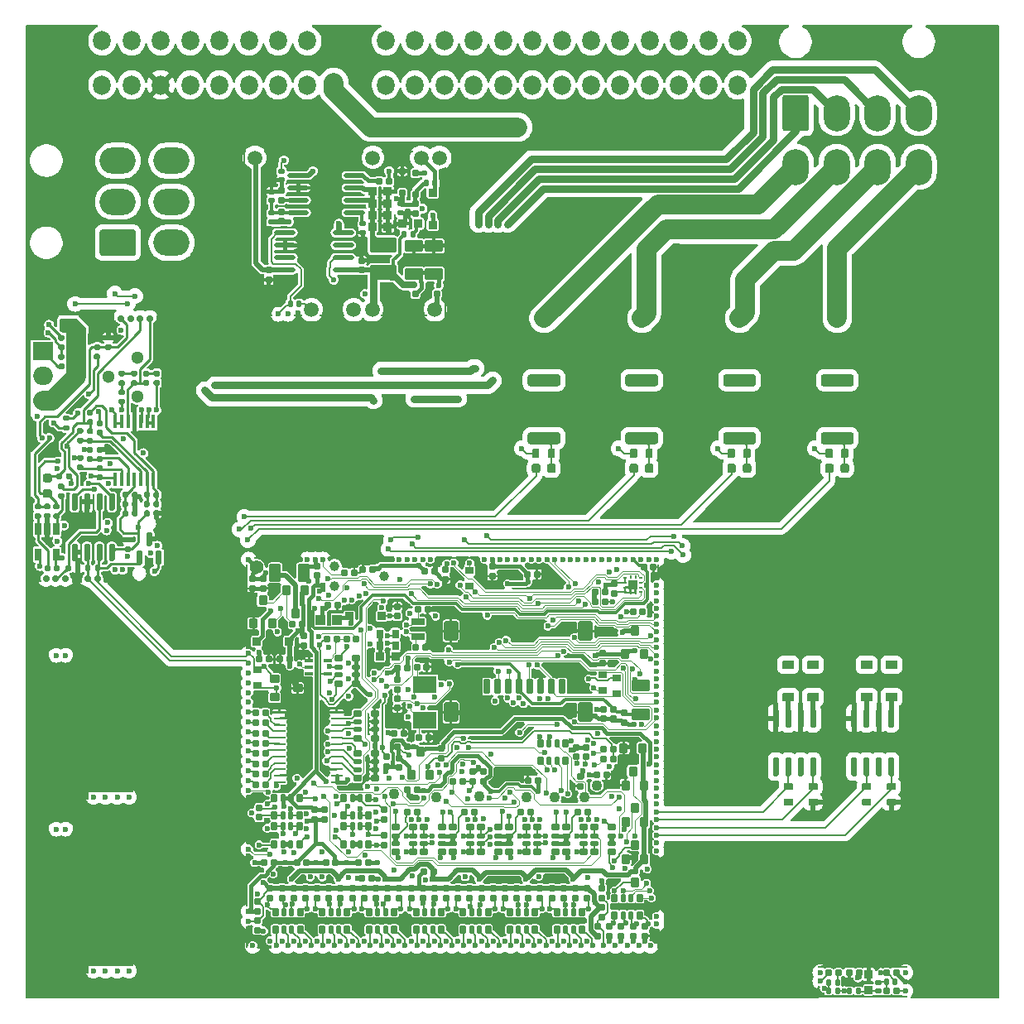
<source format=gbl>
G75*
G70*
%OFA0B0*%
%FSLAX25Y25*%
%IPPOS*%
%LPD*%
%AMOC8*
5,1,8,0,0,1.08239X$1,22.5*
%
%AMM1*
21,1,0.035430,0.030320,0.000000,0.000000,90.000000*
21,1,0.028350,0.037400,0.000000,0.000000,90.000000*
1,1,0.007090,0.015160,0.014170*
1,1,0.007090,0.015160,-0.014170*
1,1,0.007090,-0.015160,-0.014170*
1,1,0.007090,-0.015160,0.014170*
%
%AMM10*
21,1,0.025590,0.026380,0.000000,0.000000,90.000000*
21,1,0.020470,0.031500,0.000000,0.000000,90.000000*
1,1,0.005120,0.013190,0.010240*
1,1,0.005120,0.013190,-0.010240*
1,1,0.005120,-0.013190,-0.010240*
1,1,0.005120,-0.013190,0.010240*
%
%AMM11*
21,1,0.017720,0.027950,0.000000,0.000000,90.000000*
21,1,0.014170,0.031500,0.000000,0.000000,90.000000*
1,1,0.003540,0.013980,0.007090*
1,1,0.003540,0.013980,-0.007090*
1,1,0.003540,-0.013980,-0.007090*
1,1,0.003540,-0.013980,0.007090*
%
%AMM13*
21,1,0.012600,0.028980,0.000000,0.000000,90.000000*
21,1,0.010080,0.031500,0.000000,0.000000,90.000000*
1,1,0.002520,0.014490,0.005040*
1,1,0.002520,0.014490,-0.005040*
1,1,0.002520,-0.014490,-0.005040*
1,1,0.002520,-0.014490,0.005040*
%
%AMM16*
21,1,0.027560,0.018900,0.000000,0.000000,90.000000*
21,1,0.022840,0.023620,0.000000,0.000000,90.000000*
1,1,0.004720,0.009450,0.011420*
1,1,0.004720,0.009450,-0.011420*
1,1,0.004720,-0.009450,-0.011420*
1,1,0.004720,-0.009450,0.011420*
%
%AMM170*
21,1,0.035830,0.026770,0.000000,-0.000000,270.000000*
21,1,0.029130,0.033470,0.000000,-0.000000,270.000000*
1,1,0.006690,-0.013390,-0.014570*
1,1,0.006690,-0.013390,0.014570*
1,1,0.006690,0.013390,0.014570*
1,1,0.006690,0.013390,-0.014570*
%
%AMM171*
21,1,0.070870,0.036220,0.000000,-0.000000,0.000000*
21,1,0.061810,0.045280,0.000000,-0.000000,0.000000*
1,1,0.009060,0.030910,-0.018110*
1,1,0.009060,-0.030910,-0.018110*
1,1,0.009060,-0.030910,0.018110*
1,1,0.009060,0.030910,0.018110*
%
%AMM174*
21,1,0.023620,0.018900,0.000000,-0.000000,0.000000*
21,1,0.018900,0.023620,0.000000,-0.000000,0.000000*
1,1,0.004720,0.009450,-0.009450*
1,1,0.004720,-0.009450,-0.009450*
1,1,0.004720,-0.009450,0.009450*
1,1,0.004720,0.009450,0.009450*
%
%AMM175*
21,1,0.019680,0.019680,0.000000,-0.000000,270.000000*
21,1,0.015750,0.023620,0.000000,-0.000000,270.000000*
1,1,0.003940,-0.009840,-0.007870*
1,1,0.003940,-0.009840,0.007870*
1,1,0.003940,0.009840,0.007870*
1,1,0.003940,0.009840,-0.007870*
%
%AMM176*
21,1,0.019680,0.019680,0.000000,-0.000000,180.000000*
21,1,0.015750,0.023620,0.000000,-0.000000,180.000000*
1,1,0.003940,-0.007870,0.009840*
1,1,0.003940,0.007870,0.009840*
1,1,0.003940,0.007870,-0.009840*
1,1,0.003940,-0.007870,-0.009840*
%
%AMM190*
21,1,0.023620,0.018900,0.000000,-0.000000,270.000000*
21,1,0.018900,0.023620,0.000000,-0.000000,270.000000*
1,1,0.004720,-0.009450,-0.009450*
1,1,0.004720,-0.009450,0.009450*
1,1,0.004720,0.009450,0.009450*
1,1,0.004720,0.009450,-0.009450*
%
%AMM191*
21,1,0.106300,0.050390,0.000000,-0.000000,0.000000*
21,1,0.093700,0.062990,0.000000,-0.000000,0.000000*
1,1,0.012600,0.046850,-0.025200*
1,1,0.012600,-0.046850,-0.025200*
1,1,0.012600,-0.046850,0.025200*
1,1,0.012600,0.046850,0.025200*
%
%AMM192*
21,1,0.033470,0.026770,0.000000,-0.000000,180.000000*
21,1,0.026770,0.033470,0.000000,-0.000000,180.000000*
1,1,0.006690,-0.013390,0.013390*
1,1,0.006690,0.013390,0.013390*
1,1,0.006690,0.013390,-0.013390*
1,1,0.006690,-0.013390,-0.013390*
%
%AMM193*
21,1,0.122050,0.075590,0.000000,-0.000000,90.000000*
21,1,0.103150,0.094490,0.000000,-0.000000,90.000000*
1,1,0.018900,0.037800,0.051580*
1,1,0.018900,0.037800,-0.051580*
1,1,0.018900,-0.037800,-0.051580*
1,1,0.018900,-0.037800,0.051580*
%
%AMM194*
21,1,0.118110,0.083460,0.000000,-0.000000,270.000000*
21,1,0.097240,0.104330,0.000000,-0.000000,270.000000*
1,1,0.020870,-0.041730,-0.048620*
1,1,0.020870,-0.041730,0.048620*
1,1,0.020870,0.041730,0.048620*
1,1,0.020870,0.041730,-0.048620*
%
%AMM33*
21,1,0.033470,0.026770,0.000000,0.000000,180.000000*
21,1,0.026770,0.033470,0.000000,0.000000,180.000000*
1,1,0.006690,-0.013390,0.013390*
1,1,0.006690,0.013390,0.013390*
1,1,0.006690,0.013390,-0.013390*
1,1,0.006690,-0.013390,-0.013390*
%
%AMM34*
21,1,0.035430,0.030320,0.000000,0.000000,180.000000*
21,1,0.028350,0.037400,0.000000,0.000000,180.000000*
1,1,0.007090,-0.014170,0.015160*
1,1,0.007090,0.014170,0.015160*
1,1,0.007090,0.014170,-0.015160*
1,1,0.007090,-0.014170,-0.015160*
%
%AMM35*
21,1,0.035830,0.026770,0.000000,0.000000,0.000000*
21,1,0.029130,0.033470,0.000000,0.000000,0.000000*
1,1,0.006690,0.014570,-0.013390*
1,1,0.006690,-0.014570,-0.013390*
1,1,0.006690,-0.014570,0.013390*
1,1,0.006690,0.014570,0.013390*
%
%AMM36*
21,1,0.070870,0.036220,0.000000,0.000000,0.000000*
21,1,0.061810,0.045280,0.000000,0.000000,0.000000*
1,1,0.009060,0.030910,-0.018110*
1,1,0.009060,-0.030910,-0.018110*
1,1,0.009060,-0.030910,0.018110*
1,1,0.009060,0.030910,0.018110*
%
%AMM37*
21,1,0.059060,0.020470,0.000000,0.000000,90.000000*
21,1,0.053940,0.025590,0.000000,0.000000,90.000000*
1,1,0.005120,0.010240,0.026970*
1,1,0.005120,0.010240,-0.026970*
1,1,0.005120,-0.010240,-0.026970*
1,1,0.005120,-0.010240,0.026970*
%
%AMM38*
21,1,0.078740,0.045670,0.000000,0.000000,90.000000*
21,1,0.067320,0.057090,0.000000,0.000000,90.000000*
1,1,0.011420,0.022840,0.033660*
1,1,0.011420,0.022840,-0.033660*
1,1,0.011420,-0.022840,-0.033660*
1,1,0.011420,-0.022840,0.033660*
%
%AMM39*
21,1,0.025590,0.026380,0.000000,0.000000,0.000000*
21,1,0.020470,0.031500,0.000000,0.000000,0.000000*
1,1,0.005120,0.010240,-0.013190*
1,1,0.005120,-0.010240,-0.013190*
1,1,0.005120,-0.010240,0.013190*
1,1,0.005120,0.010240,0.013190*
%
%AMM40*
21,1,0.017720,0.027950,0.000000,0.000000,0.000000*
21,1,0.014170,0.031500,0.000000,0.000000,0.000000*
1,1,0.003540,0.007090,-0.013980*
1,1,0.003540,-0.007090,-0.013980*
1,1,0.003540,-0.007090,0.013980*
1,1,0.003540,0.007090,0.013980*
%
%AMM41*
21,1,0.027560,0.030710,0.000000,0.000000,90.000000*
21,1,0.022050,0.036220,0.000000,0.000000,90.000000*
1,1,0.005510,0.015350,0.011020*
1,1,0.005510,0.015350,-0.011020*
1,1,0.005510,-0.015350,-0.011020*
1,1,0.005510,-0.015350,0.011020*
%
%AMM42*
21,1,0.027560,0.049610,0.000000,0.000000,270.000000*
21,1,0.022050,0.055120,0.000000,0.000000,270.000000*
1,1,0.005510,-0.024800,-0.011020*
1,1,0.005510,-0.024800,0.011020*
1,1,0.005510,0.024800,0.011020*
1,1,0.005510,0.024800,-0.011020*
%
%AMM43*
21,1,0.027560,0.030710,0.000000,0.000000,0.000000*
21,1,0.022050,0.036220,0.000000,0.000000,0.000000*
1,1,0.005510,0.011020,-0.015350*
1,1,0.005510,-0.011020,-0.015350*
1,1,0.005510,-0.011020,0.015350*
1,1,0.005510,0.011020,0.015350*
%
%AMM44*
21,1,0.070870,0.036220,0.000000,0.000000,90.000000*
21,1,0.061810,0.045280,0.000000,0.000000,90.000000*
1,1,0.009060,0.018110,0.030910*
1,1,0.009060,0.018110,-0.030910*
1,1,0.009060,-0.018110,-0.030910*
1,1,0.009060,-0.018110,0.030910*
%
%AMM59*
21,1,0.023620,0.018900,0.000000,0.000000,180.000000*
21,1,0.018900,0.023620,0.000000,0.000000,180.000000*
1,1,0.004720,-0.009450,0.009450*
1,1,0.004720,0.009450,0.009450*
1,1,0.004720,0.009450,-0.009450*
1,1,0.004720,-0.009450,-0.009450*
%
%AMM60*
21,1,0.019680,0.019680,0.000000,0.000000,270.000000*
21,1,0.015750,0.023620,0.000000,0.000000,270.000000*
1,1,0.003940,-0.009840,-0.007870*
1,1,0.003940,-0.009840,0.007870*
1,1,0.003940,0.009840,0.007870*
1,1,0.003940,0.009840,-0.007870*
%
%AMM61*
21,1,0.033470,0.026770,0.000000,0.000000,270.000000*
21,1,0.026770,0.033470,0.000000,0.000000,270.000000*
1,1,0.006690,-0.013390,-0.013390*
1,1,0.006690,-0.013390,0.013390*
1,1,0.006690,0.013390,0.013390*
1,1,0.006690,0.013390,-0.013390*
%
%AMM62*
21,1,0.019680,0.019680,0.000000,0.000000,0.000000*
21,1,0.015750,0.023620,0.000000,0.000000,0.000000*
1,1,0.003940,0.007870,-0.009840*
1,1,0.003940,-0.007870,-0.009840*
1,1,0.003940,-0.007870,0.009840*
1,1,0.003940,0.007870,0.009840*
%
%AMM7*
21,1,0.027560,0.018900,0.000000,0.000000,180.000000*
21,1,0.022840,0.023620,0.000000,0.000000,180.000000*
1,1,0.004720,-0.011420,0.009450*
1,1,0.004720,0.011420,0.009450*
1,1,0.004720,0.011420,-0.009450*
1,1,0.004720,-0.011420,-0.009450*
%
%ADD10C,0.02756*%
%ADD100C,0.03900*%
%ADD101C,0.04331*%
%ADD102C,0.05512*%
%ADD13R,0.04331X0.00984*%
%ADD132M33*%
%ADD133M34*%
%ADD134M35*%
%ADD135R,0.03937X0.04331*%
%ADD136M36*%
%ADD137M37*%
%ADD138M38*%
%ADD139R,0.01968X0.01968*%
%ADD14R,0.03858X0.00984*%
%ADD140R,0.09449X0.06693*%
%ADD141M39*%
%ADD142M40*%
%ADD143M41*%
%ADD144M42*%
%ADD145M43*%
%ADD146M44*%
%ADD147O,0.04961X0.00984*%
%ADD148R,0.00984X0.01378*%
%ADD149R,0.01378X0.00984*%
%ADD150R,0.01968X0.01176*%
%ADD16R,0.00984X1.08661*%
%ADD173M59*%
%ADD174M60*%
%ADD175M61*%
%ADD176M62*%
%ADD18R,0.03740X0.00984*%
%ADD183C,0.05118*%
%ADD19C,0.02362*%
%ADD20R,0.00787X0.09055*%
%ADD21R,0.00787X0.21260*%
%ADD22R,0.00787X0.33858*%
%ADD23R,0.00787X0.19685*%
%ADD24R,0.05512X0.00787*%
%ADD240R,0.07874X0.07500*%
%ADD241O,0.07874X0.07500*%
%ADD243R,0.01772X0.05709*%
%ADD244R,0.02559X0.04803*%
%ADD25R,0.19685X0.00787*%
%ADD258O,0.40158X0.00787*%
%ADD26R,0.26772X0.00787*%
%ADD27R,0.17717X0.00787*%
%ADD275O,0.08661X0.01968*%
%ADD28R,0.00787X0.06299*%
%ADD29R,0.00787X0.22441*%
%ADD30R,0.00787X0.07874*%
%ADD31O,0.10630X0.14567*%
%ADD32R,0.24350X0.00984*%
%ADD326M170*%
%ADD327M171*%
%ADD33R,0.04390X0.00984*%
%ADD330M174*%
%ADD331M175*%
%ADD332M176*%
%ADD34R,0.00984X0.56201*%
%ADD346M190*%
%ADD347M191*%
%ADD348M192*%
%ADD349M193*%
%ADD35R,0.00984X0.59449*%
%ADD350M194*%
%ADD36R,0.20374X0.00984*%
%ADD37C,0.05906*%
%ADD38O,0.12992X0.00787*%
%ADD39O,0.40157X0.00787*%
%ADD40O,0.01181X0.00787*%
%ADD41O,0.00787X0.66929*%
%ADD42O,0.00787X0.60630*%
%ADD43O,0.18898X0.00787*%
%ADD44O,0.10236X0.00787*%
%ADD45O,0.03937X0.00787*%
%ADD46O,0.05906X0.00787*%
%ADD47O,0.07087X0.07874*%
%ADD48O,0.14567X0.10630*%
%ADD49O,0.00787X0.04823*%
%ADD50O,0.36614X0.00787*%
%ADD51C,0.00787*%
%ADD52C,0.07874*%
%ADD53C,0.03150*%
%ADD59R,0.24803X0.00984*%
%ADD60R,0.34449X0.00984*%
%ADD61C,0.01969*%
%ADD64C,0.01181*%
%ADD71C,0.00984*%
%ADD73C,0.01968*%
%ADD76M1*%
%ADD82M7*%
%ADD85M10*%
%ADD86M11*%
%ADD90M13*%
%ADD96M16*%
%ADD98C,0.00492*%
%ADD99C,0.01575*%
X0000000Y0000000D02*
%LPD*%
G01*
D10*
X0051000Y0274701D03*
X0039189Y0274701D03*
X0043126Y0274701D03*
X0047063Y0274701D03*
D13*
X0004346Y0168500D03*
D14*
X0021433Y0168500D03*
D59*
X0044898Y0168500D03*
D16*
X0002673Y0222339D03*
X0056807Y0222339D03*
D60*
X0019406Y0276177D03*
D18*
X0055429Y0276177D03*
D10*
X0013008Y0170011D03*
X0016945Y0170011D03*
X0029921Y0170011D03*
X0025921Y0170011D03*
X0009071Y0170011D03*
D19*
X0254898Y0167362D03*
X0254898Y0164213D03*
X0254898Y0161063D03*
X0254898Y0157913D03*
X0254898Y0154764D03*
X0254898Y0151614D03*
X0254898Y0148465D03*
X0254898Y0145315D03*
X0254898Y0142165D03*
X0254898Y0139016D03*
X0254898Y0135866D03*
X0254898Y0132717D03*
X0254898Y0129567D03*
X0254898Y0126417D03*
X0254898Y0123268D03*
X0254898Y0120118D03*
X0254898Y0116969D03*
X0254898Y0113819D03*
X0254898Y0110669D03*
X0254898Y0107520D03*
X0254898Y0104370D03*
X0254898Y0101220D03*
X0254898Y0098071D03*
X0254898Y0094921D03*
X0254898Y0091772D03*
X0254898Y0088622D03*
X0254898Y0085472D03*
X0254898Y0082323D03*
X0254898Y0079173D03*
X0254898Y0076024D03*
X0254898Y0072874D03*
X0254898Y0069724D03*
X0254898Y0066575D03*
X0254898Y0063425D03*
X0254898Y0060276D03*
X0254898Y0033898D03*
X0254898Y0030748D03*
D20*
X0089937Y0025433D03*
D21*
X0089937Y0048465D03*
D22*
X0089937Y0158701D03*
D23*
X0089937Y0072874D03*
D24*
X0097024Y0021299D03*
D25*
X0102535Y0178386D03*
D26*
X0136000Y0178386D03*
D27*
X0174780Y0178386D03*
D28*
X0255685Y0172480D03*
D29*
X0255685Y0047087D03*
D30*
X0255685Y0024843D03*
D19*
X0254898Y0177598D03*
X0251748Y0177598D03*
X0248598Y0177598D03*
X0245449Y0177598D03*
X0242299Y0177598D03*
X0239150Y0177598D03*
X0236000Y0177598D03*
X0232850Y0177598D03*
X0229701Y0177598D03*
X0226551Y0177598D03*
X0223402Y0177598D03*
X0220252Y0177598D03*
X0217102Y0177598D03*
X0213953Y0177598D03*
X0210803Y0177598D03*
X0207654Y0177598D03*
X0204504Y0177598D03*
X0201354Y0177598D03*
X0198205Y0177598D03*
X0195055Y0177598D03*
X0191906Y0177598D03*
X0188756Y0177598D03*
X0185606Y0177598D03*
X0163953Y0177598D03*
X0160803Y0177598D03*
X0157654Y0177598D03*
X0154504Y0177598D03*
X0151354Y0177598D03*
X0120646Y0177598D03*
X0117496Y0177598D03*
X0114346Y0177598D03*
X0090724Y0177598D03*
X0252535Y0022087D03*
X0247811Y0022087D03*
X0243087Y0022087D03*
X0238362Y0022087D03*
X0233638Y0022087D03*
X0229307Y0022087D03*
X0224583Y0022087D03*
X0219858Y0022087D03*
X0215134Y0022087D03*
X0210409Y0022087D03*
X0205685Y0022087D03*
X0200961Y0022087D03*
X0196236Y0022087D03*
X0191512Y0022087D03*
X0186787Y0022087D03*
X0182063Y0022087D03*
X0177339Y0022087D03*
X0172614Y0022087D03*
X0167890Y0022087D03*
X0163165Y0022087D03*
X0158441Y0022087D03*
X0153717Y0022087D03*
X0148992Y0022087D03*
X0144268Y0022087D03*
X0139543Y0022087D03*
X0134819Y0022087D03*
X0130094Y0022087D03*
X0125370Y0022087D03*
X0120646Y0022087D03*
X0115921Y0022087D03*
X0111197Y0022087D03*
X0106472Y0022087D03*
X0101748Y0022087D03*
X0092299Y0022087D03*
X0090724Y0031929D03*
X0090724Y0035866D03*
X0090724Y0061063D03*
X0090724Y0084685D03*
X0090724Y0088622D03*
X0090724Y0092559D03*
X0090724Y0096496D03*
X0090724Y0100433D03*
X0090724Y0104370D03*
X0090724Y0108307D03*
X0090724Y0112244D03*
X0090724Y0116181D03*
X0090724Y0120118D03*
X0090724Y0124055D03*
X0090724Y0127992D03*
X0090724Y0131929D03*
X0090724Y0135866D03*
X0090724Y0139803D03*
G36*
G01*
X0305614Y0351055D02*
X0305614Y0363654D01*
G75*
G02*
X0306598Y0364638I0000984J0000000D01*
G01*
X0315260Y0364638D01*
G75*
G02*
X0316244Y0363654I0000000J-000984D01*
G01*
X0316244Y0351055D01*
G75*
G02*
X0315260Y0350071I-000984J0000000D01*
G01*
X0306598Y0350071D01*
G75*
G02*
X0305614Y0351055I0000000J0000984D01*
G01*
G37*
D31*
X0327465Y0357354D03*
X0344000Y0357354D03*
X0360535Y0357354D03*
X0310929Y0335701D03*
X0327465Y0335701D03*
X0344000Y0335701D03*
X0360535Y0335701D03*
D19*
X0033053Y0082024D03*
X0028329Y0082024D03*
X0037778Y0082024D03*
X0042502Y0082024D03*
D32*
X0032000Y0139701D03*
D33*
X0008181Y0139701D03*
D34*
X0043683Y0112093D03*
D35*
X0006478Y0110469D03*
D36*
X0016173Y0081236D03*
D19*
X0017069Y0138815D03*
X0013132Y0138815D03*
D37*
X0165669Y0278339D03*
X0140472Y0278339D03*
X0132992Y0278339D03*
X0116063Y0278339D03*
D19*
X0106614Y0276567D03*
X0102677Y0276567D03*
D38*
X0150512Y0341921D03*
D39*
X0117047Y0341921D03*
D40*
X0089094Y0341921D03*
D41*
X0088898Y0308850D03*
D42*
X0170000Y0305701D03*
D37*
X0091457Y0278339D03*
D40*
X0169803Y0275780D03*
D43*
X0153268Y0275780D03*
D44*
X0124331Y0275780D03*
D45*
X0110551Y0275780D03*
D46*
X0097559Y0275780D03*
D37*
X0167441Y0339362D03*
X0160157Y0339362D03*
X0140669Y0339362D03*
X0093228Y0339362D03*
D19*
X0033053Y0012024D03*
X0028329Y0012024D03*
X0037778Y0012024D03*
X0042502Y0012024D03*
D32*
X0032000Y0069701D03*
D33*
X0008181Y0069701D03*
D34*
X0043683Y0042093D03*
D35*
X0006478Y0040469D03*
D36*
X0016173Y0011236D03*
D19*
X0017069Y0068815D03*
X0013132Y0068815D03*
D47*
X0031717Y0368701D03*
X0043528Y0368701D03*
X0055339Y0368701D03*
X0067150Y0368701D03*
X0078961Y0368701D03*
X0090772Y0368701D03*
X0102583Y0368701D03*
X0114394Y0368701D03*
X0145890Y0368701D03*
X0157701Y0368701D03*
X0169512Y0368701D03*
X0181323Y0368701D03*
X0193134Y0368701D03*
X0204945Y0368701D03*
X0216756Y0368701D03*
X0228567Y0368701D03*
X0240378Y0368701D03*
X0252189Y0368701D03*
X0264000Y0368701D03*
X0275811Y0368701D03*
X0287622Y0368701D03*
X0287622Y0386417D03*
X0275811Y0386417D03*
X0264000Y0386417D03*
X0252189Y0386417D03*
X0240378Y0386417D03*
X0228567Y0386417D03*
X0216756Y0386417D03*
X0204945Y0386417D03*
X0193134Y0386417D03*
X0181323Y0386417D03*
X0169512Y0386417D03*
X0157701Y0386417D03*
X0145890Y0386417D03*
X0114394Y0386417D03*
X0102583Y0386417D03*
X0090772Y0386417D03*
X0078961Y0386417D03*
X0067150Y0386417D03*
X0055339Y0386417D03*
X0043528Y0386417D03*
X0031717Y0386417D03*
G36*
G01*
X0044299Y0299850D02*
X0031701Y0299850D01*
G75*
G02*
X0030717Y0300835I0000000J0000984D01*
G01*
X0030717Y0309496D01*
G75*
G02*
X0031701Y0310480I0000984J0000000D01*
G01*
X0044299Y0310480D01*
G75*
G02*
X0045283Y0309496I0000000J-000984D01*
G01*
X0045283Y0300835D01*
G75*
G02*
X0044299Y0299850I-000984J0000000D01*
G01*
G37*
D48*
X0038000Y0321701D03*
X0038000Y0338236D03*
X0059654Y0305165D03*
X0059654Y0321701D03*
X0059654Y0338236D03*
D19*
X0355126Y0011339D03*
D49*
X0320087Y0003563D03*
D50*
X0338000Y0013701D03*
X0338000Y0001496D03*
D19*
X0355126Y0007598D03*
X0355126Y0003858D03*
X0320874Y0007795D03*
X0320874Y0011339D03*
G36*
G01*
X0253715Y0215328D02*
X0253715Y0213310D01*
G75*
G02*
X0252853Y0212449I-000861J0000000D01*
G01*
X0251131Y0212449D01*
G75*
G02*
X0250270Y0213310I0000000J0000861D01*
G01*
X0250270Y0215328D01*
G75*
G02*
X0251131Y0216189I0000861J0000000D01*
G01*
X0252853Y0216189D01*
G75*
G02*
X0253715Y0215328I0000000J-000861D01*
G01*
G37*
G36*
G01*
X0247514Y0215328D02*
X0247514Y0213310D01*
G75*
G02*
X0246653Y0212449I-000861J0000000D01*
G01*
X0244930Y0212449D01*
G75*
G02*
X0244069Y0213310I0000000J0000861D01*
G01*
X0244069Y0215328D01*
G75*
G02*
X0244930Y0216189I0000861J0000000D01*
G01*
X0246653Y0216189D01*
G75*
G02*
X0247514Y0215328I0000000J-000861D01*
G01*
G37*
G36*
G01*
X0283685Y0218783D02*
X0283685Y0221854D01*
G75*
G02*
X0283961Y0222130I0000276J0000000D01*
G01*
X0286165Y0222130D01*
G75*
G02*
X0286441Y0221854I0000000J-000276D01*
G01*
X0286441Y0218783D01*
G75*
G02*
X0286165Y0218508I-000276J0000000D01*
G01*
X0283961Y0218508D01*
G75*
G02*
X0283685Y0218783I0000000J0000276D01*
G01*
G37*
G36*
G01*
X0289984Y0218783D02*
X0289984Y0221854D01*
G75*
G02*
X0290260Y0222130I0000276J0000000D01*
G01*
X0292465Y0222130D01*
G75*
G02*
X0292740Y0221854I0000000J-000276D01*
G01*
X0292740Y0218783D01*
G75*
G02*
X0292465Y0218508I-000276J0000000D01*
G01*
X0290260Y0218508D01*
G75*
G02*
X0289984Y0218783I0000000J0000276D01*
G01*
G37*
G36*
G01*
X0323055Y0218783D02*
X0323055Y0221854D01*
G75*
G02*
X0323331Y0222130I0000276J0000000D01*
G01*
X0325535Y0222130D01*
G75*
G02*
X0325811Y0221854I0000000J-000276D01*
G01*
X0325811Y0218783D01*
G75*
G02*
X0325535Y0218508I-000276J0000000D01*
G01*
X0323331Y0218508D01*
G75*
G02*
X0323055Y0218783I0000000J0000276D01*
G01*
G37*
G36*
G01*
X0329354Y0218783D02*
X0329354Y0221854D01*
G75*
G02*
X0329630Y0222130I0000276J0000000D01*
G01*
X0331835Y0222130D01*
G75*
G02*
X0332110Y0221854I0000000J-000276D01*
G01*
X0332110Y0218783D01*
G75*
G02*
X0331835Y0218508I-000276J0000000D01*
G01*
X0329630Y0218508D01*
G75*
G02*
X0329354Y0218783I0000000J0000276D01*
G01*
G37*
G36*
G01*
X0204945Y0218783D02*
X0204945Y0221854D01*
G75*
G02*
X0205220Y0222130I0000276J0000000D01*
G01*
X0207425Y0222130D01*
G75*
G02*
X0207701Y0221854I0000000J-000276D01*
G01*
X0207701Y0218783D01*
G75*
G02*
X0207425Y0218508I-000276J0000000D01*
G01*
X0205220Y0218508D01*
G75*
G02*
X0204945Y0218783I0000000J0000276D01*
G01*
G37*
G36*
G01*
X0211244Y0218783D02*
X0211244Y0221854D01*
G75*
G02*
X0211520Y0222130I0000276J0000000D01*
G01*
X0213724Y0222130D01*
G75*
G02*
X0214000Y0221854I0000000J-000276D01*
G01*
X0214000Y0218783D01*
G75*
G02*
X0213724Y0218508I-000276J0000000D01*
G01*
X0211520Y0218508D01*
G75*
G02*
X0211244Y0218783I0000000J0000276D01*
G01*
G37*
G36*
G01*
X0293085Y0215328D02*
X0293085Y0213310D01*
G75*
G02*
X0292223Y0212449I-000861J0000000D01*
G01*
X0290501Y0212449D01*
G75*
G02*
X0289640Y0213310I0000000J0000861D01*
G01*
X0289640Y0215328D01*
G75*
G02*
X0290501Y0216189I0000861J0000000D01*
G01*
X0292223Y0216189D01*
G75*
G02*
X0293085Y0215328I0000000J-000861D01*
G01*
G37*
G36*
G01*
X0286884Y0215328D02*
X0286884Y0213310D01*
G75*
G02*
X0286023Y0212449I-000861J0000000D01*
G01*
X0284300Y0212449D01*
G75*
G02*
X0283439Y0213310I0000000J0000861D01*
G01*
X0283439Y0215328D01*
G75*
G02*
X0284300Y0216189I0000861J0000000D01*
G01*
X0286023Y0216189D01*
G75*
G02*
X0286884Y0215328I0000000J-000861D01*
G01*
G37*
G36*
G01*
X0309535Y0078535D02*
X0306465Y0078535D01*
G75*
G02*
X0306189Y0078811I0000000J0000276D01*
G01*
X0306189Y0081016D01*
G75*
G02*
X0306465Y0081291I0000276J0000000D01*
G01*
X0309535Y0081291D01*
G75*
G02*
X0309811Y0081016I0000000J-000276D01*
G01*
X0309811Y0078811D01*
G75*
G02*
X0309535Y0078535I-000276J0000000D01*
G01*
G37*
G36*
G01*
X0309535Y0084835D02*
X0306465Y0084835D01*
G75*
G02*
X0306189Y0085110I0000000J0000276D01*
G01*
X0306189Y0087315D01*
G75*
G02*
X0306465Y0087591I0000276J0000000D01*
G01*
X0309535Y0087591D01*
G75*
G02*
X0309811Y0087315I0000000J-000276D01*
G01*
X0309811Y0085110D01*
G75*
G02*
X0309535Y0084835I-000276J0000000D01*
G01*
G37*
G36*
G01*
X0319535Y0078535D02*
X0316465Y0078535D01*
G75*
G02*
X0316189Y0078811I0000000J0000276D01*
G01*
X0316189Y0081016D01*
G75*
G02*
X0316465Y0081291I0000276J0000000D01*
G01*
X0319535Y0081291D01*
G75*
G02*
X0319811Y0081016I0000000J-000276D01*
G01*
X0319811Y0078811D01*
G75*
G02*
X0319535Y0078535I-000276J0000000D01*
G01*
G37*
G36*
G01*
X0319535Y0084835D02*
X0316465Y0084835D01*
G75*
G02*
X0316189Y0085110I0000000J0000276D01*
G01*
X0316189Y0087315D01*
G75*
G02*
X0316465Y0087591I0000276J0000000D01*
G01*
X0319535Y0087591D01*
G75*
G02*
X0319811Y0087315I0000000J-000276D01*
G01*
X0319811Y0085110D01*
G75*
G02*
X0319535Y0084835I-000276J0000000D01*
G01*
G37*
G36*
G01*
X0214344Y0215328D02*
X0214344Y0213310D01*
G75*
G02*
X0213483Y0212449I-000861J0000000D01*
G01*
X0211761Y0212449D01*
G75*
G02*
X0210900Y0213310I0000000J0000861D01*
G01*
X0210900Y0215328D01*
G75*
G02*
X0211761Y0216189I0000861J0000000D01*
G01*
X0213483Y0216189D01*
G75*
G02*
X0214344Y0215328I0000000J-000861D01*
G01*
G37*
G36*
G01*
X0208144Y0215328D02*
X0208144Y0213310D01*
G75*
G02*
X0207282Y0212449I-000861J0000000D01*
G01*
X0205560Y0212449D01*
G75*
G02*
X0204699Y0213310I0000000J0000861D01*
G01*
X0204699Y0215328D01*
G75*
G02*
X0205560Y0216189I0000861J0000000D01*
G01*
X0207282Y0216189D01*
G75*
G02*
X0208144Y0215328I0000000J-000861D01*
G01*
G37*
G36*
G01*
X0293976Y0224026D02*
X0282756Y0224026D01*
G75*
G02*
X0281772Y0225010I0000000J0000984D01*
G01*
X0281772Y0227864D01*
G75*
G02*
X0282756Y0228848I0000984J0000000D01*
G01*
X0293976Y0228848D01*
G75*
G02*
X0294961Y0227864I0000000J-000984D01*
G01*
X0294961Y0225010D01*
G75*
G02*
X0293976Y0224026I-000984J0000000D01*
G01*
G37*
G36*
G01*
X0293976Y0247352D02*
X0282756Y0247352D01*
G75*
G02*
X0281772Y0248337I0000000J0000984D01*
G01*
X0281772Y0251191D01*
G75*
G02*
X0282756Y0252175I0000984J0000000D01*
G01*
X0293976Y0252175D01*
G75*
G02*
X0294961Y0251191I0000000J-000984D01*
G01*
X0294961Y0248337D01*
G75*
G02*
X0293976Y0247352I-000984J0000000D01*
G01*
G37*
G36*
G01*
X0351031Y0078535D02*
X0347961Y0078535D01*
G75*
G02*
X0347685Y0078811I0000000J0000276D01*
G01*
X0347685Y0081016D01*
G75*
G02*
X0347961Y0081291I0000276J0000000D01*
G01*
X0351031Y0081291D01*
G75*
G02*
X0351307Y0081016I0000000J-000276D01*
G01*
X0351307Y0078811D01*
G75*
G02*
X0351031Y0078535I-000276J0000000D01*
G01*
G37*
G36*
G01*
X0351031Y0084835D02*
X0347961Y0084835D01*
G75*
G02*
X0347685Y0085110I0000000J0000276D01*
G01*
X0347685Y0087315D01*
G75*
G02*
X0347961Y0087591I0000276J0000000D01*
G01*
X0351031Y0087591D01*
G75*
G02*
X0351307Y0087315I0000000J-000276D01*
G01*
X0351307Y0085110D01*
G75*
G02*
X0351031Y0084835I-000276J0000000D01*
G01*
G37*
G36*
G01*
X0254606Y0224026D02*
X0243386Y0224026D01*
G75*
G02*
X0242402Y0225010I0000000J0000984D01*
G01*
X0242402Y0227864D01*
G75*
G02*
X0243386Y0228848I0000984J0000000D01*
G01*
X0254606Y0228848D01*
G75*
G02*
X0255591Y0227864I0000000J-000984D01*
G01*
X0255591Y0225010D01*
G75*
G02*
X0254606Y0224026I-000984J0000000D01*
G01*
G37*
G36*
G01*
X0254606Y0247352D02*
X0243386Y0247352D01*
G75*
G02*
X0242402Y0248337I0000000J0000984D01*
G01*
X0242402Y0251191D01*
G75*
G02*
X0243386Y0252175I0000984J0000000D01*
G01*
X0254606Y0252175D01*
G75*
G02*
X0255591Y0251191I0000000J-000984D01*
G01*
X0255591Y0248337D01*
G75*
G02*
X0254606Y0247352I-000984J0000000D01*
G01*
G37*
G36*
G01*
X0333346Y0224026D02*
X0322126Y0224026D01*
G75*
G02*
X0321142Y0225010I0000000J0000984D01*
G01*
X0321142Y0227864D01*
G75*
G02*
X0322126Y0228848I0000984J0000000D01*
G01*
X0333346Y0228848D01*
G75*
G02*
X0334331Y0227864I0000000J-000984D01*
G01*
X0334331Y0225010D01*
G75*
G02*
X0333346Y0224026I-000984J0000000D01*
G01*
G37*
G36*
G01*
X0333346Y0247352D02*
X0322126Y0247352D01*
G75*
G02*
X0321142Y0248337I0000000J0000984D01*
G01*
X0321142Y0251191D01*
G75*
G02*
X0322126Y0252175I0000984J0000000D01*
G01*
X0333346Y0252175D01*
G75*
G02*
X0334331Y0251191I0000000J-000984D01*
G01*
X0334331Y0248337D01*
G75*
G02*
X0333346Y0247352I-000984J0000000D01*
G01*
G37*
G36*
G01*
X0244315Y0218783D02*
X0244315Y0221854D01*
G75*
G02*
X0244591Y0222130I0000276J0000000D01*
G01*
X0246795Y0222130D01*
G75*
G02*
X0247071Y0221854I0000000J-000276D01*
G01*
X0247071Y0218783D01*
G75*
G02*
X0246795Y0218508I-000276J0000000D01*
G01*
X0244591Y0218508D01*
G75*
G02*
X0244315Y0218783I0000000J0000276D01*
G01*
G37*
G36*
G01*
X0250614Y0218783D02*
X0250614Y0221854D01*
G75*
G02*
X0250890Y0222130I0000276J0000000D01*
G01*
X0253094Y0222130D01*
G75*
G02*
X0253370Y0221854I0000000J-000276D01*
G01*
X0253370Y0218783D01*
G75*
G02*
X0253094Y0218508I-000276J0000000D01*
G01*
X0250890Y0218508D01*
G75*
G02*
X0250614Y0218783I0000000J0000276D01*
G01*
G37*
G36*
G01*
X0305992Y0136976D02*
X0310008Y0136976D01*
G75*
G02*
X0310362Y0136622I0000000J-000354D01*
G01*
X0310362Y0133787D01*
G75*
G02*
X0310008Y0133433I-000354J0000000D01*
G01*
X0305992Y0133433D01*
G75*
G02*
X0305638Y0133787I0000000J0000354D01*
G01*
X0305638Y0136622D01*
G75*
G02*
X0305992Y0136976I0000354J0000000D01*
G01*
G37*
G36*
G01*
X0305992Y0123984D02*
X0310008Y0123984D01*
G75*
G02*
X0310362Y0123630I0000000J-000354D01*
G01*
X0310362Y0120795D01*
G75*
G02*
X0310008Y0120441I-000354J0000000D01*
G01*
X0305992Y0120441D01*
G75*
G02*
X0305638Y0120795I0000000J0000354D01*
G01*
X0305638Y0123630D01*
G75*
G02*
X0305992Y0123984I0000354J0000000D01*
G01*
G37*
G36*
G01*
X0332455Y0215328D02*
X0332455Y0213310D01*
G75*
G02*
X0331594Y0212449I-000861J0000000D01*
G01*
X0329871Y0212449D01*
G75*
G02*
X0329010Y0213310I0000000J0000861D01*
G01*
X0329010Y0215328D01*
G75*
G02*
X0329871Y0216189I0000861J0000000D01*
G01*
X0331594Y0216189D01*
G75*
G02*
X0332455Y0215328I0000000J-000861D01*
G01*
G37*
G36*
G01*
X0326254Y0215328D02*
X0326254Y0213310D01*
G75*
G02*
X0325393Y0212449I-000861J0000000D01*
G01*
X0323670Y0212449D01*
G75*
G02*
X0322809Y0213310I0000000J0000861D01*
G01*
X0322809Y0215328D01*
G75*
G02*
X0323670Y0216189I0000861J0000000D01*
G01*
X0325393Y0216189D01*
G75*
G02*
X0326254Y0215328I0000000J-000861D01*
G01*
G37*
G36*
G01*
X0347488Y0136976D02*
X0351504Y0136976D01*
G75*
G02*
X0351858Y0136622I0000000J-000354D01*
G01*
X0351858Y0133787D01*
G75*
G02*
X0351504Y0133433I-000354J0000000D01*
G01*
X0347488Y0133433D01*
G75*
G02*
X0347134Y0133787I0000000J0000354D01*
G01*
X0347134Y0136622D01*
G75*
G02*
X0347488Y0136976I0000354J0000000D01*
G01*
G37*
G36*
G01*
X0347488Y0123984D02*
X0351504Y0123984D01*
G75*
G02*
X0351858Y0123630I0000000J-000354D01*
G01*
X0351858Y0120795D01*
G75*
G02*
X0351504Y0120441I-000354J0000000D01*
G01*
X0347488Y0120441D01*
G75*
G02*
X0347134Y0120795I0000000J0000354D01*
G01*
X0347134Y0123630D01*
G75*
G02*
X0347488Y0123984I0000354J0000000D01*
G01*
G37*
G36*
G01*
X0315992Y0136976D02*
X0320008Y0136976D01*
G75*
G02*
X0320362Y0136622I0000000J-000354D01*
G01*
X0320362Y0133787D01*
G75*
G02*
X0320008Y0133433I-000354J0000000D01*
G01*
X0315992Y0133433D01*
G75*
G02*
X0315638Y0133787I0000000J0000354D01*
G01*
X0315638Y0136622D01*
G75*
G02*
X0315992Y0136976I0000354J0000000D01*
G01*
G37*
G36*
G01*
X0315992Y0123984D02*
X0320008Y0123984D01*
G75*
G02*
X0320362Y0123630I0000000J-000354D01*
G01*
X0320362Y0120795D01*
G75*
G02*
X0320008Y0120441I-000354J0000000D01*
G01*
X0315992Y0120441D01*
G75*
G02*
X0315638Y0120795I0000000J0000354D01*
G01*
X0315638Y0123630D01*
G75*
G02*
X0315992Y0123984I0000354J0000000D01*
G01*
G37*
G36*
G01*
X0350087Y0090374D02*
X0348906Y0090374D01*
G75*
G02*
X0348315Y0090965I0000000J0000591D01*
G01*
X0348315Y0097461D01*
G75*
G02*
X0348906Y0098051I0000591J0000000D01*
G01*
X0350087Y0098051D01*
G75*
G02*
X0350677Y0097461I0000000J-000591D01*
G01*
X0350677Y0090965D01*
G75*
G02*
X0350087Y0090374I-000591J0000000D01*
G01*
G37*
G36*
G01*
X0345087Y0090374D02*
X0343906Y0090374D01*
G75*
G02*
X0343315Y0090965I0000000J0000591D01*
G01*
X0343315Y0097461D01*
G75*
G02*
X0343906Y0098051I0000591J0000000D01*
G01*
X0345087Y0098051D01*
G75*
G02*
X0345677Y0097461I0000000J-000591D01*
G01*
X0345677Y0090965D01*
G75*
G02*
X0345087Y0090374I-000591J0000000D01*
G01*
G37*
G36*
G01*
X0340087Y0090374D02*
X0338906Y0090374D01*
G75*
G02*
X0338315Y0090965I0000000J0000591D01*
G01*
X0338315Y0097461D01*
G75*
G02*
X0338906Y0098051I0000591J0000000D01*
G01*
X0340087Y0098051D01*
G75*
G02*
X0340677Y0097461I0000000J-000591D01*
G01*
X0340677Y0090965D01*
G75*
G02*
X0340087Y0090374I-000591J0000000D01*
G01*
G37*
G36*
G01*
X0335087Y0090374D02*
X0333906Y0090374D01*
G75*
G02*
X0333315Y0090965I0000000J0000591D01*
G01*
X0333315Y0097461D01*
G75*
G02*
X0333906Y0098051I0000591J0000000D01*
G01*
X0335087Y0098051D01*
G75*
G02*
X0335677Y0097461I0000000J-000591D01*
G01*
X0335677Y0090965D01*
G75*
G02*
X0335087Y0090374I-000591J0000000D01*
G01*
G37*
G36*
G01*
X0335087Y0109862D02*
X0333906Y0109862D01*
G75*
G02*
X0333315Y0110453I0000000J0000591D01*
G01*
X0333315Y0116949D01*
G75*
G02*
X0333906Y0117539I0000591J0000000D01*
G01*
X0335087Y0117539D01*
G75*
G02*
X0335677Y0116949I0000000J-000591D01*
G01*
X0335677Y0110453D01*
G75*
G02*
X0335087Y0109862I-000591J0000000D01*
G01*
G37*
G36*
G01*
X0340087Y0109862D02*
X0338906Y0109862D01*
G75*
G02*
X0338315Y0110453I0000000J0000591D01*
G01*
X0338315Y0116949D01*
G75*
G02*
X0338906Y0117539I0000591J0000000D01*
G01*
X0340087Y0117539D01*
G75*
G02*
X0340677Y0116949I0000000J-000591D01*
G01*
X0340677Y0110453D01*
G75*
G02*
X0340087Y0109862I-000591J0000000D01*
G01*
G37*
G36*
G01*
X0345087Y0109862D02*
X0343906Y0109862D01*
G75*
G02*
X0343315Y0110453I0000000J0000591D01*
G01*
X0343315Y0116949D01*
G75*
G02*
X0343906Y0117539I0000591J0000000D01*
G01*
X0345087Y0117539D01*
G75*
G02*
X0345677Y0116949I0000000J-000591D01*
G01*
X0345677Y0110453D01*
G75*
G02*
X0345087Y0109862I-000591J0000000D01*
G01*
G37*
G36*
G01*
X0350087Y0109862D02*
X0348906Y0109862D01*
G75*
G02*
X0348315Y0110453I0000000J0000591D01*
G01*
X0348315Y0116949D01*
G75*
G02*
X0348906Y0117539I0000591J0000000D01*
G01*
X0350087Y0117539D01*
G75*
G02*
X0350677Y0116949I0000000J-000591D01*
G01*
X0350677Y0110453D01*
G75*
G02*
X0350087Y0109862I-000591J0000000D01*
G01*
G37*
G36*
G01*
X0341031Y0078535D02*
X0337961Y0078535D01*
G75*
G02*
X0337685Y0078811I0000000J0000276D01*
G01*
X0337685Y0081016D01*
G75*
G02*
X0337961Y0081291I0000276J0000000D01*
G01*
X0341031Y0081291D01*
G75*
G02*
X0341307Y0081016I0000000J-000276D01*
G01*
X0341307Y0078811D01*
G75*
G02*
X0341031Y0078535I-000276J0000000D01*
G01*
G37*
G36*
G01*
X0341031Y0084835D02*
X0337961Y0084835D01*
G75*
G02*
X0337685Y0085110I0000000J0000276D01*
G01*
X0337685Y0087315D01*
G75*
G02*
X0337961Y0087591I0000276J0000000D01*
G01*
X0341031Y0087591D01*
G75*
G02*
X0341307Y0087315I0000000J-000276D01*
G01*
X0341307Y0085110D01*
G75*
G02*
X0341031Y0084835I-000276J0000000D01*
G01*
G37*
G36*
G01*
X0215236Y0224026D02*
X0204016Y0224026D01*
G75*
G02*
X0203031Y0225010I0000000J0000984D01*
G01*
X0203031Y0227864D01*
G75*
G02*
X0204016Y0228848I0000984J0000000D01*
G01*
X0215236Y0228848D01*
G75*
G02*
X0216220Y0227864I0000000J-000984D01*
G01*
X0216220Y0225010D01*
G75*
G02*
X0215236Y0224026I-000984J0000000D01*
G01*
G37*
G36*
G01*
X0215236Y0247352D02*
X0204016Y0247352D01*
G75*
G02*
X0203031Y0248337I0000000J0000984D01*
G01*
X0203031Y0251191D01*
G75*
G02*
X0204016Y0252175I0000984J0000000D01*
G01*
X0215236Y0252175D01*
G75*
G02*
X0216220Y0251191I0000000J-000984D01*
G01*
X0216220Y0248337D01*
G75*
G02*
X0215236Y0247352I-000984J0000000D01*
G01*
G37*
G36*
G01*
X0318591Y0090374D02*
X0317409Y0090374D01*
G75*
G02*
X0316819Y0090965I0000000J0000591D01*
G01*
X0316819Y0097461D01*
G75*
G02*
X0317409Y0098051I0000591J0000000D01*
G01*
X0318591Y0098051D01*
G75*
G02*
X0319181Y0097461I0000000J-000591D01*
G01*
X0319181Y0090965D01*
G75*
G02*
X0318591Y0090374I-000591J0000000D01*
G01*
G37*
G36*
G01*
X0313591Y0090374D02*
X0312409Y0090374D01*
G75*
G02*
X0311819Y0090965I0000000J0000591D01*
G01*
X0311819Y0097461D01*
G75*
G02*
X0312409Y0098051I0000591J0000000D01*
G01*
X0313591Y0098051D01*
G75*
G02*
X0314181Y0097461I0000000J-000591D01*
G01*
X0314181Y0090965D01*
G75*
G02*
X0313591Y0090374I-000591J0000000D01*
G01*
G37*
G36*
G01*
X0308591Y0090374D02*
X0307409Y0090374D01*
G75*
G02*
X0306819Y0090965I0000000J0000591D01*
G01*
X0306819Y0097461D01*
G75*
G02*
X0307409Y0098051I0000591J0000000D01*
G01*
X0308591Y0098051D01*
G75*
G02*
X0309181Y0097461I0000000J-000591D01*
G01*
X0309181Y0090965D01*
G75*
G02*
X0308591Y0090374I-000591J0000000D01*
G01*
G37*
G36*
G01*
X0303591Y0090374D02*
X0302409Y0090374D01*
G75*
G02*
X0301819Y0090965I0000000J0000591D01*
G01*
X0301819Y0097461D01*
G75*
G02*
X0302409Y0098051I0000591J0000000D01*
G01*
X0303591Y0098051D01*
G75*
G02*
X0304181Y0097461I0000000J-000591D01*
G01*
X0304181Y0090965D01*
G75*
G02*
X0303591Y0090374I-000591J0000000D01*
G01*
G37*
G36*
G01*
X0303591Y0109862D02*
X0302409Y0109862D01*
G75*
G02*
X0301819Y0110453I0000000J0000591D01*
G01*
X0301819Y0116949D01*
G75*
G02*
X0302409Y0117539I0000591J0000000D01*
G01*
X0303591Y0117539D01*
G75*
G02*
X0304181Y0116949I0000000J-000591D01*
G01*
X0304181Y0110453D01*
G75*
G02*
X0303591Y0109862I-000591J0000000D01*
G01*
G37*
G36*
G01*
X0308591Y0109862D02*
X0307409Y0109862D01*
G75*
G02*
X0306819Y0110453I0000000J0000591D01*
G01*
X0306819Y0116949D01*
G75*
G02*
X0307409Y0117539I0000591J0000000D01*
G01*
X0308591Y0117539D01*
G75*
G02*
X0309181Y0116949I0000000J-000591D01*
G01*
X0309181Y0110453D01*
G75*
G02*
X0308591Y0109862I-000591J0000000D01*
G01*
G37*
G36*
G01*
X0313591Y0109862D02*
X0312409Y0109862D01*
G75*
G02*
X0311819Y0110453I0000000J0000591D01*
G01*
X0311819Y0116949D01*
G75*
G02*
X0312409Y0117539I0000591J0000000D01*
G01*
X0313591Y0117539D01*
G75*
G02*
X0314181Y0116949I0000000J-000591D01*
G01*
X0314181Y0110453D01*
G75*
G02*
X0313591Y0109862I-000591J0000000D01*
G01*
G37*
G36*
G01*
X0318591Y0109862D02*
X0317409Y0109862D01*
G75*
G02*
X0316819Y0110453I0000000J0000591D01*
G01*
X0316819Y0116949D01*
G75*
G02*
X0317409Y0117539I0000591J0000000D01*
G01*
X0318591Y0117539D01*
G75*
G02*
X0319181Y0116949I0000000J-000591D01*
G01*
X0319181Y0110453D01*
G75*
G02*
X0318591Y0109862I-000591J0000000D01*
G01*
G37*
G36*
G01*
X0337488Y0136976D02*
X0341504Y0136976D01*
G75*
G02*
X0341858Y0136622I0000000J-000354D01*
G01*
X0341858Y0133787D01*
G75*
G02*
X0341504Y0133433I-000354J0000000D01*
G01*
X0337488Y0133433D01*
G75*
G02*
X0337134Y0133787I0000000J0000354D01*
G01*
X0337134Y0136622D01*
G75*
G02*
X0337488Y0136976I0000354J0000000D01*
G01*
G37*
G36*
G01*
X0337488Y0123984D02*
X0341504Y0123984D01*
G75*
G02*
X0341858Y0123630I0000000J-000354D01*
G01*
X0341858Y0120795D01*
G75*
G02*
X0341504Y0120441I-000354J0000000D01*
G01*
X0337488Y0120441D01*
G75*
G02*
X0337134Y0120795I0000000J0000354D01*
G01*
X0337134Y0123630D01*
G75*
G02*
X0337488Y0123984I0000354J0000000D01*
G01*
G37*
D19*
X0090341Y0185423D03*
X0091670Y0190093D03*
X0087000Y0189764D03*
X0089000Y0194764D03*
X0261000Y0180764D03*
X0147000Y0181764D03*
X0177469Y0185732D03*
X0265341Y0183104D03*
X0262000Y0187063D03*
X0186500Y0187276D03*
X0156500Y0183764D03*
X0265670Y0179434D03*
X0327736Y0277764D03*
X0327736Y0274764D03*
X0200650Y0222346D03*
X0288366Y0274764D03*
X0290551Y0276949D03*
X0239622Y0222319D03*
X0250866Y0276634D03*
X0248996Y0274764D03*
X0279622Y0222319D03*
X0125000Y0369701D03*
X0199000Y0351701D03*
X0211681Y0276819D03*
X0201000Y0349701D03*
X0209626Y0274764D03*
X0125000Y0366701D03*
X0318622Y0222319D03*
X0175000Y0242390D03*
X0157303Y0242390D03*
X0187126Y0312701D03*
X0141004Y0241701D03*
X0182000Y0254701D03*
X0144000Y0253701D03*
X0073000Y0245764D03*
X0183189Y0312701D03*
X0191063Y0312701D03*
X0077000Y0247764D03*
X0189000Y0249764D03*
X0195000Y0312701D03*
X0147941Y0185642D03*
X0159000Y0186701D03*
X0020824Y0280525D03*
X0042000Y0280701D03*
X0036827Y0284701D03*
X0045000Y0283701D03*
D61*
X0318000Y0113701D02*
X0318000Y0122213D01*
X0308000Y0113701D02*
X0308000Y0122213D01*
D51*
X0212622Y0223441D02*
X0209626Y0226437D01*
X0212622Y0214319D02*
X0212622Y0220319D01*
X0212622Y0220319D02*
X0212622Y0223441D01*
X0305276Y0190039D02*
X0324531Y0209295D01*
X0094957Y0190039D02*
X0305276Y0190039D01*
X0324531Y0209295D02*
X0324531Y0214319D01*
X0090341Y0185423D02*
X0094957Y0190039D01*
X0285161Y0211925D02*
X0285161Y0214319D01*
X0091670Y0190093D02*
X0093191Y0191614D01*
X0264850Y0191614D02*
X0285161Y0211925D01*
X0093191Y0191614D02*
X0264850Y0191614D01*
X0251992Y0220319D02*
X0251992Y0223441D01*
X0251992Y0214319D02*
X0251992Y0220319D01*
X0251992Y0223441D02*
X0248996Y0226437D01*
X0245791Y0211555D02*
X0245791Y0214319D01*
X0227425Y0193189D02*
X0245791Y0211555D01*
X0088000Y0189764D02*
X0091425Y0193189D01*
X0091425Y0193189D02*
X0227425Y0193189D01*
X0087000Y0189764D02*
X0088000Y0189764D01*
X0291362Y0220319D02*
X0291362Y0223441D01*
X0291362Y0214319D02*
X0291362Y0220319D01*
X0291362Y0223441D02*
X0288366Y0226437D01*
X0206421Y0214319D02*
X0206421Y0211185D01*
X0190000Y0194764D02*
X0206421Y0211185D01*
X0089000Y0194764D02*
X0190000Y0194764D01*
X0330732Y0223441D02*
X0327736Y0226437D01*
X0330732Y0220319D02*
X0330732Y0223441D01*
X0330732Y0214319D02*
X0330732Y0220319D01*
D61*
X0349496Y0113701D02*
X0349496Y0122213D01*
D51*
X0261000Y0180764D02*
X0148000Y0180764D01*
X0148000Y0180764D02*
X0147000Y0181764D01*
X0179287Y0183913D02*
X0177469Y0185732D01*
X0253000Y0183913D02*
X0253787Y0184701D01*
X0253000Y0183913D02*
X0179287Y0183913D01*
X0253787Y0184701D02*
X0263744Y0184701D01*
X0263744Y0184701D02*
X0265341Y0183104D01*
X0188287Y0185488D02*
X0186500Y0187276D01*
X0262000Y0187063D02*
X0252575Y0187063D01*
X0251000Y0185488D02*
X0188287Y0185488D01*
X0252575Y0187063D02*
X0251000Y0185488D01*
X0157925Y0182339D02*
X0156500Y0183764D01*
X0257787Y0183126D02*
X0257000Y0182339D01*
X0257000Y0182339D02*
X0157925Y0182339D01*
X0261978Y0183126D02*
X0257787Y0183126D01*
X0265670Y0179434D02*
X0261978Y0183126D01*
D61*
X0339496Y0113701D02*
X0339496Y0122213D01*
D51*
X0089642Y0136949D02*
X0090724Y0135866D01*
X0025921Y0170011D02*
X0058983Y0136949D01*
X0058983Y0136949D02*
X0089642Y0136949D01*
X0059717Y0138720D02*
X0089642Y0138720D01*
X0089642Y0138720D02*
X0090724Y0139803D01*
X0029921Y0170011D02*
X0029921Y0168517D01*
X0029921Y0168517D02*
X0059717Y0138720D01*
D52*
X0327736Y0277764D02*
X0327736Y0274764D01*
X0327736Y0302902D02*
X0360535Y0335701D01*
X0327736Y0277764D02*
X0327736Y0302902D01*
D51*
X0206323Y0220319D02*
X0202622Y0220319D01*
X0202622Y0220319D02*
X0200622Y0222319D01*
D52*
X0290551Y0290252D02*
X0302185Y0301886D01*
X0290551Y0276949D02*
X0290551Y0290252D01*
X0290551Y0276949D02*
X0288366Y0274764D01*
X0302185Y0301886D02*
X0310185Y0301886D01*
X0310185Y0301886D02*
X0344000Y0335701D01*
D51*
X0239992Y0222319D02*
X0239622Y0222319D01*
X0245693Y0220319D02*
X0241992Y0220319D01*
X0241992Y0220319D02*
X0239992Y0222319D01*
D52*
X0302311Y0310547D02*
X0327465Y0335701D01*
X0265154Y0310547D02*
X0302311Y0310547D01*
X0250866Y0302567D02*
X0259000Y0310701D01*
X0248996Y0274764D02*
X0250866Y0276634D01*
X0250866Y0276634D02*
X0250866Y0302567D01*
X0265000Y0310701D02*
X0265154Y0310547D01*
X0259000Y0310701D02*
X0265000Y0310701D01*
D51*
X0281362Y0220319D02*
X0279362Y0222319D01*
X0285063Y0220319D02*
X0281362Y0220319D01*
X0279362Y0222319D02*
X0279622Y0222319D01*
D52*
X0211681Y0276819D02*
X0255563Y0320701D01*
X0211681Y0276819D02*
X0209626Y0274764D01*
X0125000Y0366701D02*
X0140000Y0351701D01*
X0125000Y0366701D02*
X0125000Y0369701D01*
X0140000Y0351701D02*
X0199000Y0351701D01*
X0296000Y0320772D02*
X0296000Y0320701D01*
X0255563Y0320701D02*
X0296000Y0320701D01*
X0310929Y0335701D02*
X0296000Y0320772D01*
D51*
X0318732Y0222319D02*
X0318622Y0222319D01*
X0320732Y0220319D02*
X0318732Y0222319D01*
X0324433Y0220319D02*
X0320732Y0220319D01*
X0297811Y0076024D02*
X0308000Y0086213D01*
X0308000Y0086213D02*
X0308000Y0094213D01*
X0254898Y0076024D02*
X0297811Y0076024D01*
D53*
X0206038Y0334874D02*
X0284597Y0334874D01*
X0297712Y0347989D02*
X0297712Y0365413D01*
X0297712Y0365413D02*
X0303236Y0370937D01*
X0303236Y0370937D02*
X0330417Y0370937D01*
X0330417Y0370937D02*
X0344000Y0357354D01*
X0187126Y0312701D02*
X0187126Y0315962D01*
X0175000Y0242390D02*
X0157303Y0242390D01*
X0284597Y0334874D02*
X0297712Y0347989D01*
X0187126Y0315962D02*
X0206038Y0334874D01*
X0293775Y0367043D02*
X0301605Y0374874D01*
X0182000Y0254701D02*
X0181000Y0254701D01*
X0343016Y0374874D02*
X0360535Y0357354D01*
X0183189Y0312701D02*
X0183189Y0317593D01*
X0282966Y0338811D02*
X0293775Y0349620D01*
X0180000Y0253701D02*
X0144000Y0253701D01*
X0139941Y0242764D02*
X0141004Y0241701D01*
X0181000Y0254701D02*
X0180000Y0253701D01*
X0204407Y0338811D02*
X0282966Y0338811D01*
X0073000Y0245764D02*
X0076000Y0242764D01*
X0183189Y0317593D02*
X0204407Y0338811D01*
X0293775Y0349620D02*
X0293775Y0367043D01*
X0301605Y0374874D02*
X0343016Y0374874D01*
X0076000Y0242764D02*
X0139941Y0242764D01*
X0286228Y0330937D02*
X0301996Y0346705D01*
X0207668Y0330937D02*
X0286228Y0330937D01*
X0191063Y0314332D02*
X0207668Y0330937D01*
X0077000Y0247764D02*
X0187000Y0247764D01*
X0301996Y0346705D02*
X0301996Y0363811D01*
X0191063Y0312701D02*
X0191063Y0314332D01*
X0301996Y0363811D02*
X0305185Y0367000D01*
X0187000Y0247764D02*
X0189000Y0249764D01*
X0305185Y0367000D02*
X0317819Y0367000D01*
X0317819Y0367000D02*
X0327465Y0357354D01*
X0287858Y0327000D02*
X0310929Y0350071D01*
X0310929Y0350071D02*
X0310929Y0357354D01*
X0195000Y0312701D02*
X0209299Y0327000D01*
X0209299Y0327000D02*
X0287858Y0327000D01*
D51*
X0149000Y0186701D02*
X0159000Y0186701D01*
X0147941Y0185642D02*
X0149000Y0186701D01*
X0042000Y0280701D02*
X0021000Y0280701D01*
X0021000Y0280701D02*
X0020824Y0280525D01*
X0349496Y0085208D02*
X0349496Y0086213D01*
X0330863Y0066575D02*
X0349496Y0085208D01*
X0254898Y0066575D02*
X0330863Y0066575D01*
X0349496Y0086213D02*
X0349496Y0094213D01*
X0038000Y0283701D02*
X0037000Y0284701D01*
X0045000Y0283701D02*
X0038000Y0283701D01*
X0037000Y0284701D02*
X0036827Y0284701D01*
X0323008Y0069724D02*
X0339496Y0086213D01*
X0339496Y0086213D02*
X0339496Y0094213D01*
X0254898Y0069724D02*
X0323008Y0069724D01*
X0318000Y0086213D02*
X0318000Y0094213D01*
X0305666Y0072874D02*
X0318000Y0085208D01*
X0254898Y0072874D02*
X0305666Y0072874D01*
X0318000Y0085208D02*
X0318000Y0086213D01*
G36*
X0029830Y0392834D02*
G01*
X0030010Y0392626D01*
X0030050Y0392354D01*
X0029935Y0392104D01*
X0029717Y0391959D01*
X0029600Y0391921D01*
X0029600Y0391921D01*
X0028827Y0391527D01*
X0028125Y0391017D01*
X0028125Y0391017D01*
X0027511Y0390403D01*
X0027511Y0390403D01*
X0027001Y0389701D01*
X0026607Y0388928D01*
X0026607Y0388928D01*
X0026339Y0388102D01*
X0026339Y0388102D01*
X0026203Y0387245D01*
X0026203Y0385590D01*
X0026256Y0385257D01*
X0026339Y0384732D01*
X0026607Y0383907D01*
X0026607Y0383907D01*
X0027001Y0383134D01*
X0027511Y0382432D01*
X0027511Y0382432D01*
X0028125Y0381818D01*
X0028125Y0381818D01*
X0028737Y0381373D01*
X0028827Y0381308D01*
X0029219Y0381108D01*
X0029600Y0380914D01*
X0029600Y0380914D01*
X0030013Y0380780D01*
X0030425Y0380646D01*
X0031283Y0380510D01*
X0031283Y0380510D01*
X0032150Y0380510D01*
X0032150Y0380510D01*
X0033008Y0380646D01*
X0033833Y0380914D01*
X0034606Y0381308D01*
X0035309Y0381818D01*
X0035922Y0382432D01*
X0036432Y0383134D01*
X0036826Y0383907D01*
X0037095Y0384732D01*
X0037140Y0385019D01*
X0037258Y0385267D01*
X0037491Y0385413D01*
X0037766Y0385409D01*
X0037996Y0385257D01*
X0038104Y0385019D01*
X0038150Y0384732D01*
X0038418Y0383907D01*
X0038418Y0383907D01*
X0038812Y0383134D01*
X0039322Y0382432D01*
X0039322Y0382432D01*
X0039936Y0381818D01*
X0039936Y0381818D01*
X0040548Y0381373D01*
X0040638Y0381308D01*
X0041030Y0381108D01*
X0041411Y0380914D01*
X0041411Y0380914D01*
X0041824Y0380780D01*
X0042236Y0380646D01*
X0043094Y0380510D01*
X0043094Y0380510D01*
X0043962Y0380510D01*
X0043962Y0380510D01*
X0044819Y0380646D01*
X0045644Y0380914D01*
X0046417Y0381308D01*
X0047120Y0381818D01*
X0047733Y0382432D01*
X0048243Y0383134D01*
X0048637Y0383907D01*
X0048906Y0384732D01*
X0048951Y0385019D01*
X0049069Y0385267D01*
X0049302Y0385413D01*
X0049577Y0385409D01*
X0049807Y0385257D01*
X0049915Y0385019D01*
X0049961Y0384732D01*
X0050229Y0383907D01*
X0050229Y0383907D01*
X0050623Y0383134D01*
X0051133Y0382432D01*
X0051133Y0382432D01*
X0051747Y0381818D01*
X0051747Y0381818D01*
X0052359Y0381373D01*
X0052449Y0381308D01*
X0052841Y0381108D01*
X0053222Y0380914D01*
X0053222Y0380914D01*
X0053635Y0380780D01*
X0054047Y0380646D01*
X0054905Y0380510D01*
X0054905Y0380510D01*
X0055773Y0380510D01*
X0055773Y0380510D01*
X0056630Y0380646D01*
X0057455Y0380914D01*
X0058228Y0381308D01*
X0058931Y0381818D01*
X0059544Y0382432D01*
X0060054Y0383134D01*
X0060448Y0383907D01*
X0060717Y0384732D01*
X0060762Y0385019D01*
X0060880Y0385267D01*
X0061113Y0385413D01*
X0061388Y0385409D01*
X0061618Y0385257D01*
X0061726Y0385019D01*
X0061772Y0384732D01*
X0062040Y0383907D01*
X0062040Y0383907D01*
X0062434Y0383134D01*
X0062944Y0382432D01*
X0062944Y0382432D01*
X0063558Y0381818D01*
X0063558Y0381818D01*
X0064170Y0381373D01*
X0064260Y0381308D01*
X0064652Y0381108D01*
X0065033Y0380914D01*
X0065033Y0380914D01*
X0065446Y0380780D01*
X0065858Y0380646D01*
X0066716Y0380510D01*
X0066716Y0380510D01*
X0067584Y0380510D01*
X0067584Y0380510D01*
X0068441Y0380646D01*
X0069266Y0380914D01*
X0070039Y0381308D01*
X0070742Y0381818D01*
X0071355Y0382432D01*
X0071865Y0383134D01*
X0072259Y0383907D01*
X0072528Y0384732D01*
X0072573Y0385019D01*
X0072691Y0385267D01*
X0072924Y0385413D01*
X0073199Y0385409D01*
X0073429Y0385257D01*
X0073537Y0385019D01*
X0073583Y0384732D01*
X0073851Y0383907D01*
X0073851Y0383907D01*
X0074245Y0383134D01*
X0074755Y0382432D01*
X0074755Y0382432D01*
X0075369Y0381818D01*
X0075369Y0381818D01*
X0075981Y0381373D01*
X0076071Y0381308D01*
X0076463Y0381108D01*
X0076844Y0380914D01*
X0076844Y0380914D01*
X0077257Y0380780D01*
X0077669Y0380646D01*
X0078527Y0380510D01*
X0078527Y0380510D01*
X0079395Y0380510D01*
X0079395Y0380510D01*
X0080252Y0380646D01*
X0081077Y0380914D01*
X0081850Y0381308D01*
X0082553Y0381818D01*
X0083166Y0382432D01*
X0083676Y0383134D01*
X0084070Y0383907D01*
X0084339Y0384732D01*
X0084384Y0385019D01*
X0084502Y0385267D01*
X0084735Y0385413D01*
X0085010Y0385409D01*
X0085240Y0385257D01*
X0085348Y0385019D01*
X0085394Y0384732D01*
X0085662Y0383907D01*
X0085662Y0383907D01*
X0086056Y0383134D01*
X0086566Y0382432D01*
X0086566Y0382432D01*
X0087180Y0381818D01*
X0087180Y0381818D01*
X0087792Y0381373D01*
X0087882Y0381308D01*
X0088274Y0381108D01*
X0088655Y0380914D01*
X0088655Y0380914D01*
X0089068Y0380780D01*
X0089481Y0380646D01*
X0090338Y0380510D01*
X0090338Y0380510D01*
X0091206Y0380510D01*
X0091206Y0380510D01*
X0092063Y0380646D01*
X0092888Y0380914D01*
X0093662Y0381308D01*
X0094364Y0381818D01*
X0094977Y0382432D01*
X0095487Y0383134D01*
X0095881Y0383907D01*
X0096150Y0384732D01*
X0096195Y0385019D01*
X0096313Y0385267D01*
X0096546Y0385413D01*
X0096821Y0385409D01*
X0097051Y0385257D01*
X0097159Y0385019D01*
X0097205Y0384732D01*
X0097473Y0383907D01*
X0097473Y0383907D01*
X0097867Y0383134D01*
X0098377Y0382432D01*
X0098377Y0382432D01*
X0098991Y0381818D01*
X0098991Y0381818D01*
X0099603Y0381373D01*
X0099693Y0381308D01*
X0100085Y0381108D01*
X0100466Y0380914D01*
X0100466Y0380914D01*
X0100879Y0380780D01*
X0101292Y0380646D01*
X0102149Y0380510D01*
X0102149Y0380510D01*
X0103017Y0380510D01*
X0103017Y0380510D01*
X0103874Y0380646D01*
X0104699Y0380914D01*
X0105473Y0381308D01*
X0106175Y0381818D01*
X0106788Y0382432D01*
X0107298Y0383134D01*
X0107692Y0383907D01*
X0107961Y0384732D01*
X0108006Y0385019D01*
X0108124Y0385267D01*
X0108357Y0385413D01*
X0108632Y0385409D01*
X0108862Y0385257D01*
X0108970Y0385019D01*
X0109016Y0384732D01*
X0109284Y0383907D01*
X0109284Y0383907D01*
X0109678Y0383134D01*
X0110188Y0382432D01*
X0110188Y0382432D01*
X0110802Y0381818D01*
X0110802Y0381818D01*
X0111414Y0381373D01*
X0111504Y0381308D01*
X0111896Y0381108D01*
X0112277Y0380914D01*
X0112277Y0380914D01*
X0112690Y0380780D01*
X0113103Y0380646D01*
X0113960Y0380510D01*
X0113960Y0380510D01*
X0114828Y0380510D01*
X0114828Y0380510D01*
X0115685Y0380646D01*
X0116510Y0380914D01*
X0117284Y0381308D01*
X0117986Y0381818D01*
X0118599Y0382432D01*
X0119110Y0383134D01*
X0119504Y0383907D01*
X0119772Y0384732D01*
X0119907Y0385590D01*
X0119907Y0387245D01*
X0119772Y0388102D01*
X0119504Y0388928D01*
X0119504Y0388928D01*
X0119367Y0389195D01*
X0119110Y0389701D01*
X0119044Y0389791D01*
X0118599Y0390403D01*
X0118599Y0390403D01*
X0117986Y0391017D01*
X0117986Y0391017D01*
X0117284Y0391527D01*
X0117284Y0391527D01*
X0117284Y0391527D01*
X0117036Y0391653D01*
X0116510Y0391921D01*
X0116510Y0391921D01*
X0116393Y0391959D01*
X0116166Y0392114D01*
X0116059Y0392368D01*
X0116106Y0392639D01*
X0116292Y0392841D01*
X0116544Y0392911D01*
X0143740Y0392911D01*
X0144003Y0392834D01*
X0144184Y0392626D01*
X0144223Y0392354D01*
X0144109Y0392104D01*
X0143890Y0391959D01*
X0143773Y0391921D01*
X0143773Y0391921D01*
X0143000Y0391527D01*
X0142298Y0391017D01*
X0142298Y0391017D01*
X0141684Y0390403D01*
X0141684Y0390403D01*
X0141174Y0389701D01*
X0140780Y0388928D01*
X0140780Y0388928D01*
X0140512Y0388102D01*
X0140512Y0388102D01*
X0140376Y0387245D01*
X0140376Y0385590D01*
X0140429Y0385257D01*
X0140512Y0384732D01*
X0140780Y0383907D01*
X0140780Y0383907D01*
X0141174Y0383134D01*
X0141684Y0382432D01*
X0141684Y0382432D01*
X0142298Y0381818D01*
X0142298Y0381818D01*
X0142910Y0381373D01*
X0143000Y0381308D01*
X0143392Y0381108D01*
X0143773Y0380914D01*
X0143773Y0380914D01*
X0144186Y0380780D01*
X0144599Y0380646D01*
X0145456Y0380510D01*
X0145456Y0380510D01*
X0146324Y0380510D01*
X0146324Y0380510D01*
X0147181Y0380646D01*
X0148006Y0380914D01*
X0148780Y0381308D01*
X0149482Y0381818D01*
X0150095Y0382432D01*
X0150606Y0383134D01*
X0151000Y0383907D01*
X0151268Y0384732D01*
X0151313Y0385019D01*
X0151431Y0385267D01*
X0151664Y0385413D01*
X0151939Y0385409D01*
X0152169Y0385257D01*
X0152277Y0385019D01*
X0152323Y0384732D01*
X0152591Y0383907D01*
X0152591Y0383907D01*
X0152985Y0383134D01*
X0153495Y0382432D01*
X0153495Y0382432D01*
X0154109Y0381818D01*
X0154109Y0381818D01*
X0154721Y0381373D01*
X0154811Y0381308D01*
X0155203Y0381108D01*
X0155584Y0380914D01*
X0155584Y0380914D01*
X0155997Y0380780D01*
X0156410Y0380646D01*
X0157267Y0380510D01*
X0157267Y0380510D01*
X0158135Y0380510D01*
X0158135Y0380510D01*
X0158992Y0380646D01*
X0159817Y0380914D01*
X0160591Y0381308D01*
X0161293Y0381818D01*
X0161906Y0382432D01*
X0162417Y0383134D01*
X0162811Y0383907D01*
X0163079Y0384732D01*
X0163124Y0385019D01*
X0163242Y0385267D01*
X0163475Y0385413D01*
X0163751Y0385409D01*
X0163980Y0385257D01*
X0164088Y0385019D01*
X0164134Y0384732D01*
X0164402Y0383907D01*
X0164402Y0383907D01*
X0164796Y0383134D01*
X0165306Y0382432D01*
X0165306Y0382432D01*
X0165920Y0381818D01*
X0165920Y0381818D01*
X0166532Y0381373D01*
X0166622Y0381308D01*
X0167014Y0381108D01*
X0167395Y0380914D01*
X0167395Y0380914D01*
X0167808Y0380780D01*
X0168221Y0380646D01*
X0169078Y0380510D01*
X0169078Y0380510D01*
X0169946Y0380510D01*
X0169946Y0380510D01*
X0170803Y0380646D01*
X0171628Y0380914D01*
X0172402Y0381308D01*
X0173104Y0381818D01*
X0173717Y0382432D01*
X0174228Y0383134D01*
X0174622Y0383907D01*
X0174890Y0384732D01*
X0174935Y0385019D01*
X0175053Y0385267D01*
X0175286Y0385413D01*
X0175562Y0385409D01*
X0175791Y0385257D01*
X0175900Y0385019D01*
X0175945Y0384732D01*
X0176213Y0383907D01*
X0176213Y0383907D01*
X0176607Y0383134D01*
X0177117Y0382432D01*
X0177117Y0382432D01*
X0177731Y0381818D01*
X0177731Y0381818D01*
X0178343Y0381373D01*
X0178433Y0381308D01*
X0178825Y0381108D01*
X0179206Y0380914D01*
X0179206Y0380914D01*
X0179619Y0380780D01*
X0180032Y0380646D01*
X0180889Y0380510D01*
X0180889Y0380510D01*
X0181757Y0380510D01*
X0181757Y0380510D01*
X0182614Y0380646D01*
X0183439Y0380914D01*
X0184213Y0381308D01*
X0184915Y0381818D01*
X0185529Y0382432D01*
X0186039Y0383134D01*
X0186433Y0383907D01*
X0186701Y0384732D01*
X0186746Y0385019D01*
X0186864Y0385267D01*
X0187098Y0385413D01*
X0187373Y0385409D01*
X0187602Y0385257D01*
X0187711Y0385019D01*
X0187756Y0384732D01*
X0188024Y0383907D01*
X0188024Y0383907D01*
X0188418Y0383134D01*
X0188928Y0382432D01*
X0188928Y0382432D01*
X0189542Y0381818D01*
X0189542Y0381818D01*
X0190154Y0381373D01*
X0190244Y0381308D01*
X0190636Y0381108D01*
X0191017Y0380914D01*
X0191017Y0380914D01*
X0191430Y0380780D01*
X0191843Y0380646D01*
X0192700Y0380510D01*
X0192700Y0380510D01*
X0193568Y0380510D01*
X0193568Y0380510D01*
X0194425Y0380646D01*
X0195250Y0380914D01*
X0196024Y0381308D01*
X0196726Y0381818D01*
X0197340Y0382432D01*
X0197850Y0383134D01*
X0198244Y0383907D01*
X0198512Y0384732D01*
X0198557Y0385019D01*
X0198675Y0385267D01*
X0198909Y0385413D01*
X0199184Y0385409D01*
X0199413Y0385257D01*
X0199522Y0385019D01*
X0199567Y0384732D01*
X0199835Y0383907D01*
X0199835Y0383907D01*
X0200229Y0383134D01*
X0200739Y0382432D01*
X0200739Y0382432D01*
X0201353Y0381818D01*
X0201353Y0381818D01*
X0201965Y0381373D01*
X0202055Y0381308D01*
X0202447Y0381108D01*
X0202828Y0380914D01*
X0202828Y0380914D01*
X0203241Y0380780D01*
X0203654Y0380646D01*
X0204511Y0380510D01*
X0204511Y0380510D01*
X0205379Y0380510D01*
X0205379Y0380510D01*
X0206236Y0380646D01*
X0207061Y0380914D01*
X0207835Y0381308D01*
X0208537Y0381818D01*
X0209151Y0382432D01*
X0209661Y0383134D01*
X0210055Y0383907D01*
X0210323Y0384732D01*
X0210368Y0385019D01*
X0210486Y0385267D01*
X0210720Y0385413D01*
X0210995Y0385409D01*
X0211224Y0385257D01*
X0211333Y0385019D01*
X0211378Y0384732D01*
X0211646Y0383907D01*
X0211646Y0383907D01*
X0212040Y0383134D01*
X0212550Y0382432D01*
X0212550Y0382432D01*
X0213164Y0381818D01*
X0213164Y0381818D01*
X0213776Y0381373D01*
X0213866Y0381308D01*
X0214258Y0381108D01*
X0214639Y0380914D01*
X0214639Y0380914D01*
X0215052Y0380780D01*
X0215465Y0380646D01*
X0216322Y0380510D01*
X0216322Y0380510D01*
X0217190Y0380510D01*
X0217190Y0380510D01*
X0218047Y0380646D01*
X0218872Y0380914D01*
X0219646Y0381308D01*
X0220348Y0381818D01*
X0220962Y0382432D01*
X0221472Y0383134D01*
X0221866Y0383907D01*
X0222134Y0384732D01*
X0222179Y0385019D01*
X0222297Y0385267D01*
X0222531Y0385413D01*
X0222806Y0385409D01*
X0223035Y0385257D01*
X0223144Y0385019D01*
X0223189Y0384732D01*
X0223457Y0383907D01*
X0223457Y0383907D01*
X0223851Y0383134D01*
X0224361Y0382432D01*
X0224361Y0382432D01*
X0224975Y0381818D01*
X0224975Y0381818D01*
X0225587Y0381373D01*
X0225677Y0381308D01*
X0226069Y0381108D01*
X0226450Y0380914D01*
X0226450Y0380914D01*
X0226863Y0380780D01*
X0227276Y0380646D01*
X0228133Y0380510D01*
X0228133Y0380510D01*
X0229001Y0380510D01*
X0229001Y0380510D01*
X0229858Y0380646D01*
X0230683Y0380914D01*
X0231457Y0381308D01*
X0232159Y0381818D01*
X0232773Y0382432D01*
X0233283Y0383134D01*
X0233677Y0383907D01*
X0233945Y0384732D01*
X0233990Y0385019D01*
X0234108Y0385267D01*
X0234342Y0385413D01*
X0234617Y0385409D01*
X0234846Y0385257D01*
X0234955Y0385019D01*
X0235000Y0384732D01*
X0235268Y0383907D01*
X0235268Y0383907D01*
X0235662Y0383134D01*
X0236172Y0382432D01*
X0236172Y0382432D01*
X0236786Y0381818D01*
X0236786Y0381818D01*
X0237398Y0381373D01*
X0237488Y0381308D01*
X0237880Y0381108D01*
X0238261Y0380914D01*
X0238261Y0380914D01*
X0238674Y0380780D01*
X0239087Y0380646D01*
X0239944Y0380510D01*
X0239944Y0380510D01*
X0240812Y0380510D01*
X0240812Y0380510D01*
X0241669Y0380646D01*
X0242495Y0380914D01*
X0243268Y0381308D01*
X0243970Y0381818D01*
X0244584Y0382432D01*
X0245094Y0383134D01*
X0245488Y0383907D01*
X0245756Y0384732D01*
X0245801Y0385019D01*
X0245919Y0385267D01*
X0246153Y0385413D01*
X0246428Y0385409D01*
X0246657Y0385257D01*
X0246766Y0385019D01*
X0246811Y0384732D01*
X0247079Y0383907D01*
X0247079Y0383907D01*
X0247473Y0383134D01*
X0247983Y0382432D01*
X0247983Y0382432D01*
X0248597Y0381818D01*
X0248597Y0381818D01*
X0249209Y0381373D01*
X0249299Y0381308D01*
X0249691Y0381108D01*
X0250072Y0380914D01*
X0250072Y0380914D01*
X0250485Y0380780D01*
X0250898Y0380646D01*
X0251755Y0380510D01*
X0251755Y0380510D01*
X0252623Y0380510D01*
X0252623Y0380510D01*
X0253480Y0380646D01*
X0254306Y0380914D01*
X0255079Y0381308D01*
X0255781Y0381818D01*
X0256395Y0382432D01*
X0256905Y0383134D01*
X0257299Y0383907D01*
X0257567Y0384732D01*
X0257612Y0385019D01*
X0257730Y0385267D01*
X0257964Y0385413D01*
X0258239Y0385409D01*
X0258468Y0385257D01*
X0258577Y0385019D01*
X0258622Y0384732D01*
X0258890Y0383907D01*
X0258890Y0383907D01*
X0259284Y0383134D01*
X0259794Y0382432D01*
X0259794Y0382432D01*
X0260408Y0381818D01*
X0260408Y0381818D01*
X0261020Y0381373D01*
X0261110Y0381308D01*
X0261502Y0381108D01*
X0261883Y0380914D01*
X0261883Y0380914D01*
X0262296Y0380780D01*
X0262709Y0380646D01*
X0263566Y0380510D01*
X0263566Y0380510D01*
X0264434Y0380510D01*
X0264434Y0380510D01*
X0265291Y0380646D01*
X0266117Y0380914D01*
X0266890Y0381308D01*
X0267592Y0381818D01*
X0268206Y0382432D01*
X0268716Y0383134D01*
X0269110Y0383907D01*
X0269378Y0384732D01*
X0269423Y0385019D01*
X0269541Y0385267D01*
X0269775Y0385413D01*
X0270050Y0385409D01*
X0270279Y0385257D01*
X0270388Y0385019D01*
X0270433Y0384732D01*
X0270701Y0383907D01*
X0270701Y0383907D01*
X0271095Y0383134D01*
X0271605Y0382432D01*
X0271605Y0382432D01*
X0272219Y0381818D01*
X0272219Y0381818D01*
X0272831Y0381373D01*
X0272921Y0381308D01*
X0273313Y0381108D01*
X0273694Y0380914D01*
X0273694Y0380914D01*
X0274107Y0380780D01*
X0274520Y0380646D01*
X0275377Y0380510D01*
X0275377Y0380510D01*
X0276245Y0380510D01*
X0276245Y0380510D01*
X0277102Y0380646D01*
X0277928Y0380914D01*
X0278701Y0381308D01*
X0279403Y0381818D01*
X0280017Y0382432D01*
X0280527Y0383134D01*
X0280921Y0383907D01*
X0281189Y0384732D01*
X0281234Y0385019D01*
X0281352Y0385267D01*
X0281586Y0385413D01*
X0281861Y0385409D01*
X0282090Y0385257D01*
X0282199Y0385019D01*
X0282244Y0384732D01*
X0282512Y0383907D01*
X0282512Y0383907D01*
X0282906Y0383134D01*
X0283416Y0382432D01*
X0283416Y0382432D01*
X0284030Y0381818D01*
X0284030Y0381818D01*
X0284642Y0381373D01*
X0284732Y0381308D01*
X0285124Y0381108D01*
X0285505Y0380914D01*
X0285505Y0380914D01*
X0285918Y0380780D01*
X0286331Y0380646D01*
X0287188Y0380510D01*
X0287188Y0380510D01*
X0288056Y0380510D01*
X0288056Y0380510D01*
X0288913Y0380646D01*
X0289739Y0380914D01*
X0290512Y0381308D01*
X0291214Y0381818D01*
X0291828Y0382432D01*
X0292338Y0383134D01*
X0292732Y0383907D01*
X0293000Y0384732D01*
X0293136Y0385590D01*
X0293136Y0387245D01*
X0293000Y0388102D01*
X0292732Y0388928D01*
X0292732Y0388928D01*
X0292595Y0389195D01*
X0292338Y0389701D01*
X0292273Y0389791D01*
X0291828Y0390403D01*
X0291828Y0390403D01*
X0291214Y0391017D01*
X0291214Y0391017D01*
X0290512Y0391527D01*
X0290512Y0391527D01*
X0290512Y0391527D01*
X0290264Y0391653D01*
X0289739Y0391921D01*
X0289739Y0391921D01*
X0289621Y0391959D01*
X0289394Y0392114D01*
X0289287Y0392368D01*
X0289334Y0392639D01*
X0289520Y0392841D01*
X0289772Y0392911D01*
X0307875Y0392911D01*
X0308139Y0392834D01*
X0308319Y0392626D01*
X0308358Y0392354D01*
X0308244Y0392104D01*
X0308096Y0391988D01*
X0307503Y0391686D01*
X0306670Y0391081D01*
X0305943Y0390353D01*
X0305338Y0389521D01*
X0304871Y0388604D01*
X0304553Y0387625D01*
X0304392Y0386609D01*
X0304392Y0385580D01*
X0304553Y0384564D01*
X0304871Y0383585D01*
X0304871Y0383585D01*
X0305338Y0382668D01*
X0305943Y0381836D01*
X0306670Y0381108D01*
X0307503Y0380503D01*
X0308420Y0380036D01*
X0308420Y0380036D01*
X0308909Y0379877D01*
X0309398Y0379718D01*
X0309869Y0379644D01*
X0310415Y0379557D01*
X0310415Y0379557D01*
X0311444Y0379557D01*
X0311936Y0379635D01*
X0312460Y0379718D01*
X0313439Y0380036D01*
X0314355Y0380503D01*
X0315188Y0381108D01*
X0315916Y0381836D01*
X0316520Y0382668D01*
X0316988Y0383585D01*
X0317306Y0384564D01*
X0317439Y0385409D01*
X0317467Y0385580D01*
X0317467Y0386609D01*
X0317366Y0387245D01*
X0317306Y0387625D01*
X0316988Y0388604D01*
X0316520Y0389521D01*
X0315916Y0390353D01*
X0315188Y0391081D01*
X0314355Y0391686D01*
X0313894Y0391921D01*
X0313762Y0391988D01*
X0313562Y0392177D01*
X0313496Y0392444D01*
X0313584Y0392705D01*
X0313800Y0392876D01*
X0313983Y0392911D01*
X0357481Y0392911D01*
X0357745Y0392834D01*
X0357925Y0392626D01*
X0357964Y0392354D01*
X0357850Y0392104D01*
X0357703Y0391988D01*
X0357109Y0391686D01*
X0356277Y0391081D01*
X0355549Y0390353D01*
X0354944Y0389521D01*
X0354477Y0388604D01*
X0354159Y0387625D01*
X0353998Y0386609D01*
X0353998Y0385580D01*
X0354159Y0384564D01*
X0354477Y0383585D01*
X0354477Y0383585D01*
X0354944Y0382668D01*
X0355549Y0381836D01*
X0356277Y0381108D01*
X0357109Y0380503D01*
X0358026Y0380036D01*
X0358026Y0380036D01*
X0358515Y0379877D01*
X0359005Y0379718D01*
X0359475Y0379644D01*
X0360021Y0379557D01*
X0360021Y0379557D01*
X0361050Y0379557D01*
X0361543Y0379635D01*
X0362066Y0379718D01*
X0363045Y0380036D01*
X0363962Y0380503D01*
X0364794Y0381108D01*
X0365522Y0381836D01*
X0366127Y0382668D01*
X0366594Y0383585D01*
X0366912Y0384564D01*
X0367046Y0385409D01*
X0367073Y0385580D01*
X0367073Y0386609D01*
X0366972Y0387245D01*
X0366912Y0387625D01*
X0366594Y0388604D01*
X0366127Y0389521D01*
X0365522Y0390353D01*
X0364794Y0391081D01*
X0363962Y0391686D01*
X0363500Y0391921D01*
X0363368Y0391988D01*
X0363168Y0392177D01*
X0363102Y0392444D01*
X0363191Y0392705D01*
X0363406Y0392876D01*
X0363590Y0392911D01*
X0392423Y0392911D01*
X0392687Y0392834D01*
X0392867Y0392626D01*
X0392911Y0392423D01*
X0392911Y0001278D01*
X0392834Y0001014D01*
X0392626Y0000833D01*
X0392423Y0000789D01*
X0357693Y0000789D01*
X0357429Y0000867D01*
X0357249Y0001075D01*
X0357209Y0001347D01*
X0357324Y0001597D01*
X0357347Y0001623D01*
X0357606Y0001881D01*
X0357983Y0002482D01*
X0358218Y0003153D01*
X0358298Y0003858D01*
X0358218Y0004564D01*
X0357983Y0005234D01*
X0357932Y0005316D01*
X0357606Y0005836D01*
X0357103Y0006338D01*
X0356502Y0006716D01*
X0356502Y0006716D01*
X0356240Y0006807D01*
X0356017Y0006968D01*
X0355915Y0007223D01*
X0355913Y0007268D01*
X0355913Y0007929D01*
X0355991Y0008193D01*
X0356199Y0008373D01*
X0356240Y0008390D01*
X0356271Y0008400D01*
X0356502Y0008481D01*
X0357103Y0008859D01*
X0357606Y0009361D01*
X0357983Y0009963D01*
X0358218Y0010633D01*
X0358218Y0010633D01*
X0358298Y0011339D01*
X0358298Y0011339D01*
X0358218Y0012044D01*
X0358218Y0012044D01*
X0357983Y0012715D01*
X0357606Y0013316D01*
X0357103Y0013818D01*
X0356502Y0014196D01*
X0355832Y0014431D01*
X0355832Y0014431D01*
X0355126Y0014510D01*
X0355126Y0014510D01*
X0354420Y0014431D01*
X0354420Y0014431D01*
X0353750Y0014196D01*
X0353149Y0013818D01*
X0353135Y0013807D01*
X0352880Y0013703D01*
X0352831Y0013701D01*
X0323169Y0013701D01*
X0322905Y0013778D01*
X0322865Y0013807D01*
X0322851Y0013818D01*
X0322851Y0013818D01*
X0322560Y0014001D01*
X0322250Y0014196D01*
X0321580Y0014431D01*
X0321580Y0014431D01*
X0320874Y0014510D01*
X0320874Y0014510D01*
X0320168Y0014431D01*
X0320168Y0014431D01*
X0319498Y0014196D01*
X0318897Y0013818D01*
X0318394Y0013316D01*
X0318017Y0012715D01*
X0317782Y0012044D01*
X0317782Y0012044D01*
X0317702Y0011339D01*
X0317702Y0011339D01*
X0317782Y0010633D01*
X0317782Y0010633D01*
X0318017Y0009963D01*
X0318102Y0009827D01*
X0318177Y0009562D01*
X0318102Y0009307D01*
X0318017Y0009171D01*
X0317782Y0008501D01*
X0317782Y0008501D01*
X0317702Y0007795D01*
X0317702Y0007795D01*
X0317782Y0007090D01*
X0317782Y0007090D01*
X0318017Y0006419D01*
X0318383Y0005836D01*
X0318394Y0005818D01*
X0318897Y0005316D01*
X0319498Y0004938D01*
X0319760Y0004846D01*
X0319983Y0004686D01*
X0320085Y0004430D01*
X0320087Y0004385D01*
X0320087Y0001391D01*
X0320092Y0001381D01*
X0320087Y0001310D01*
X0320087Y0001294D01*
X0320085Y0001294D01*
X0320072Y0001107D01*
X0319907Y0000887D01*
X0319650Y0000791D01*
X0319615Y0000789D01*
X0001278Y0000789D01*
X0001014Y0000867D01*
X0000833Y0001075D01*
X0000789Y0001278D01*
X0000789Y0069898D01*
X0006675Y0069898D01*
X0006675Y0011236D01*
X0024919Y0011236D01*
X0025183Y0011159D01*
X0025363Y0010951D01*
X0025380Y0010909D01*
X0025471Y0010648D01*
X0025481Y0010633D01*
X0025849Y0010046D01*
X0026351Y0009544D01*
X0026642Y0009361D01*
X0026944Y0009171D01*
X0026953Y0009166D01*
X0027623Y0008932D01*
X0027623Y0008932D01*
X0028329Y0008852D01*
X0028329Y0008852D01*
X0028329Y0008852D01*
X0029034Y0008932D01*
X0029034Y0008932D01*
X0029034Y0008932D01*
X0029705Y0009166D01*
X0030306Y0009544D01*
X0030346Y0009584D01*
X0030587Y0009715D01*
X0030862Y0009696D01*
X0031036Y0009584D01*
X0031076Y0009544D01*
X0031367Y0009361D01*
X0031669Y0009171D01*
X0031677Y0009166D01*
X0032347Y0008932D01*
X0032347Y0008932D01*
X0033053Y0008852D01*
X0033053Y0008852D01*
X0033053Y0008852D01*
X0033759Y0008932D01*
X0033759Y0008932D01*
X0033759Y0008932D01*
X0034429Y0009166D01*
X0035031Y0009544D01*
X0035070Y0009584D01*
X0035312Y0009715D01*
X0035586Y0009696D01*
X0035761Y0009584D01*
X0035800Y0009544D01*
X0036091Y0009361D01*
X0036393Y0009171D01*
X0036401Y0009166D01*
X0037072Y0008932D01*
X0037072Y0008932D01*
X0037778Y0008852D01*
X0037778Y0008852D01*
X0037778Y0008852D01*
X0038483Y0008932D01*
X0038483Y0008932D01*
X0038483Y0008932D01*
X0039154Y0009166D01*
X0039755Y0009544D01*
X0039795Y0009584D01*
X0040036Y0009715D01*
X0040310Y0009696D01*
X0040485Y0009584D01*
X0040525Y0009544D01*
X0040816Y0009361D01*
X0041118Y0009171D01*
X0041126Y0009166D01*
X0041796Y0008932D01*
X0041796Y0008932D01*
X0042502Y0008852D01*
X0042502Y0008852D01*
X0042502Y0008852D01*
X0043208Y0008932D01*
X0043208Y0008932D01*
X0043208Y0008932D01*
X0043878Y0009166D01*
X0044479Y0009544D01*
X0044982Y0010046D01*
X0045359Y0010648D01*
X0045594Y0011318D01*
X0045673Y0012024D01*
X0045671Y0012044D01*
X0045594Y0012729D01*
X0045594Y0012729D01*
X0045359Y0013400D01*
X0045103Y0013807D01*
X0044982Y0014001D01*
X0044479Y0014503D01*
X0044479Y0014503D01*
X0043912Y0014860D01*
X0043729Y0015066D01*
X0043683Y0015273D01*
X0043683Y0069898D01*
X0020374Y0069898D01*
X0020110Y0069975D01*
X0019935Y0070174D01*
X0019926Y0070191D01*
X0019548Y0070792D01*
X0019046Y0071295D01*
X0018445Y0071672D01*
X0017775Y0071907D01*
X0017775Y0071907D01*
X0017069Y0071986D01*
X0017069Y0071986D01*
X0016363Y0071907D01*
X0016363Y0071907D01*
X0015693Y0071672D01*
X0015360Y0071463D01*
X0015095Y0071389D01*
X0014841Y0071463D01*
X0014508Y0071672D01*
X0013838Y0071907D01*
X0013838Y0071907D01*
X0013132Y0071986D01*
X0013132Y0071986D01*
X0012426Y0071907D01*
X0012426Y0071907D01*
X0011756Y0071672D01*
X0011154Y0071295D01*
X0010652Y0070792D01*
X0010274Y0070191D01*
X0010266Y0070174D01*
X0010082Y0069970D01*
X0009826Y0069898D01*
X0006675Y0069898D01*
X0000789Y0069898D01*
X0000789Y0139898D01*
X0006675Y0139898D01*
X0006675Y0081236D01*
X0024919Y0081236D01*
X0025183Y0081159D01*
X0025363Y0080951D01*
X0025380Y0080909D01*
X0025471Y0080648D01*
X0025517Y0080575D01*
X0025849Y0080046D01*
X0026351Y0079544D01*
X0026540Y0079425D01*
X0026941Y0079173D01*
X0026953Y0079166D01*
X0027623Y0078932D01*
X0027623Y0078932D01*
X0028329Y0078852D01*
X0028329Y0078852D01*
X0028329Y0078852D01*
X0029034Y0078932D01*
X0029034Y0078932D01*
X0029034Y0078932D01*
X0029705Y0079166D01*
X0030306Y0079544D01*
X0030346Y0079584D01*
X0030587Y0079715D01*
X0030862Y0079696D01*
X0031036Y0079584D01*
X0031076Y0079544D01*
X0031265Y0079425D01*
X0031666Y0079173D01*
X0031677Y0079166D01*
X0032347Y0078932D01*
X0032347Y0078932D01*
X0033053Y0078852D01*
X0033053Y0078852D01*
X0033053Y0078852D01*
X0033759Y0078932D01*
X0033759Y0078932D01*
X0033759Y0078932D01*
X0034429Y0079166D01*
X0035031Y0079544D01*
X0035070Y0079584D01*
X0035312Y0079715D01*
X0035586Y0079696D01*
X0035761Y0079584D01*
X0035800Y0079544D01*
X0035989Y0079425D01*
X0036390Y0079173D01*
X0036401Y0079166D01*
X0037072Y0078932D01*
X0037072Y0078932D01*
X0037778Y0078852D01*
X0037778Y0078852D01*
X0037778Y0078852D01*
X0038483Y0078932D01*
X0038483Y0078932D01*
X0038483Y0078932D01*
X0039154Y0079166D01*
X0039755Y0079544D01*
X0039795Y0079584D01*
X0040036Y0079715D01*
X0040310Y0079696D01*
X0040485Y0079584D01*
X0040525Y0079544D01*
X0040714Y0079425D01*
X0041115Y0079173D01*
X0041126Y0079166D01*
X0041796Y0078932D01*
X0041796Y0078932D01*
X0042502Y0078852D01*
X0042502Y0078852D01*
X0042502Y0078852D01*
X0043208Y0078932D01*
X0043208Y0078932D01*
X0043208Y0078932D01*
X0043878Y0079166D01*
X0044479Y0079544D01*
X0044982Y0080046D01*
X0045359Y0080648D01*
X0045594Y0081318D01*
X0045594Y0081318D01*
X0045673Y0082024D01*
X0045673Y0082024D01*
X0045594Y0082729D01*
X0045594Y0082729D01*
X0045391Y0083309D01*
X0045359Y0083400D01*
X0044982Y0084001D01*
X0044479Y0084503D01*
X0044479Y0084503D01*
X0043912Y0084860D01*
X0043729Y0085066D01*
X0043683Y0085273D01*
X0043683Y0139898D01*
X0020374Y0139898D01*
X0020110Y0139975D01*
X0019935Y0140174D01*
X0019926Y0140191D01*
X0019638Y0140650D01*
X0019548Y0140792D01*
X0019046Y0141295D01*
X0018784Y0141460D01*
X0018445Y0141672D01*
X0017775Y0141907D01*
X0017775Y0141907D01*
X0017069Y0141986D01*
X0017069Y0141986D01*
X0016363Y0141907D01*
X0016363Y0141907D01*
X0015693Y0141672D01*
X0015360Y0141463D01*
X0015095Y0141389D01*
X0014841Y0141463D01*
X0014508Y0141672D01*
X0013838Y0141907D01*
X0013838Y0141907D01*
X0013132Y0141986D01*
X0013132Y0141986D01*
X0012426Y0141907D01*
X0012426Y0141907D01*
X0011756Y0141672D01*
X0011154Y0141295D01*
X0010652Y0140792D01*
X0010274Y0140191D01*
X0010266Y0140174D01*
X0010082Y0139970D01*
X0009826Y0139898D01*
X0006675Y0139898D01*
X0000789Y0139898D01*
X0000789Y0276079D01*
X0002772Y0276079D01*
X0002772Y0168500D01*
X0005795Y0168500D01*
X0006059Y0168422D01*
X0006218Y0168256D01*
X0006347Y0168032D01*
X0006459Y0167908D01*
X0006818Y0167509D01*
X0006818Y0167509D01*
X0006818Y0167509D01*
X0007387Y0167095D01*
X0008030Y0166809D01*
X0008719Y0166663D01*
X0008719Y0166663D01*
X0009423Y0166663D01*
X0009423Y0166663D01*
X0010111Y0166809D01*
X0010754Y0167095D01*
X0010754Y0167095D01*
X0010776Y0167108D01*
X0010779Y0167103D01*
X0011011Y0167186D01*
X0011279Y0167124D01*
X0011322Y0167097D01*
X0011324Y0167095D01*
X0011324Y0167095D01*
X0011324Y0167095D01*
X0011967Y0166809D01*
X0012656Y0166663D01*
X0012656Y0166663D01*
X0013360Y0166663D01*
X0013360Y0166663D01*
X0014048Y0166809D01*
X0014691Y0167095D01*
X0014691Y0167095D01*
X0014713Y0167108D01*
X0014716Y0167103D01*
X0014948Y0167186D01*
X0015216Y0167124D01*
X0015259Y0167097D01*
X0015261Y0167095D01*
X0015261Y0167095D01*
X0015261Y0167095D01*
X0015904Y0166809D01*
X0016593Y0166663D01*
X0016593Y0166663D01*
X0017297Y0166663D01*
X0017297Y0166663D01*
X0017985Y0166809D01*
X0018628Y0167095D01*
X0019198Y0167509D01*
X0019669Y0168032D01*
X0019798Y0168256D01*
X0019997Y0168446D01*
X0020221Y0168500D01*
X0022645Y0168500D01*
X0022909Y0168422D01*
X0023068Y0168256D01*
X0023197Y0168032D01*
X0023309Y0167908D01*
X0023668Y0167509D01*
X0023668Y0167509D01*
X0023668Y0167509D01*
X0024238Y0167095D01*
X0024881Y0166809D01*
X0025569Y0166663D01*
X0025724Y0166663D01*
X0025988Y0166585D01*
X0026069Y0166520D01*
X0057075Y0135514D01*
X0057075Y0135514D01*
X0057092Y0135497D01*
X0057092Y0135497D01*
X0057532Y0135057D01*
X0057874Y0134860D01*
X0057874Y0134860D01*
X0058023Y0134773D01*
X0058071Y0134746D01*
X0058672Y0134585D01*
X0058672Y0134585D01*
X0059325Y0134585D01*
X0059325Y0134585D01*
X0087538Y0134585D01*
X0087802Y0134507D01*
X0087951Y0134356D01*
X0088076Y0134157D01*
X0088151Y0133893D01*
X0088076Y0133638D01*
X0087867Y0133305D01*
X0087632Y0132635D01*
X0087632Y0132635D01*
X0087553Y0131929D01*
X0087553Y0131929D01*
X0087632Y0131223D01*
X0087632Y0131223D01*
X0087867Y0130553D01*
X0088076Y0130220D01*
X0088151Y0129956D01*
X0088076Y0129701D01*
X0087867Y0129368D01*
X0087632Y0128698D01*
X0087632Y0128698D01*
X0087553Y0127992D01*
X0087553Y0127992D01*
X0087632Y0127286D01*
X0087632Y0127286D01*
X0087867Y0126616D01*
X0088076Y0126283D01*
X0088151Y0126019D01*
X0088076Y0125764D01*
X0087867Y0125431D01*
X0087632Y0124761D01*
X0087632Y0124761D01*
X0087553Y0124055D01*
X0087553Y0124055D01*
X0087632Y0123349D01*
X0087632Y0123349D01*
X0087867Y0122679D01*
X0088076Y0122346D01*
X0088151Y0122082D01*
X0088076Y0121827D01*
X0087867Y0121494D01*
X0087632Y0120824D01*
X0087632Y0120824D01*
X0087553Y0120118D01*
X0087553Y0120118D01*
X0087632Y0119412D01*
X0087632Y0119412D01*
X0087867Y0118742D01*
X0088076Y0118409D01*
X0088151Y0118145D01*
X0088076Y0117890D01*
X0087867Y0117557D01*
X0087632Y0116887D01*
X0087632Y0116887D01*
X0087553Y0116181D01*
X0087553Y0116181D01*
X0087632Y0115475D01*
X0087632Y0115475D01*
X0087867Y0114805D01*
X0088076Y0114472D01*
X0088151Y0114208D01*
X0088076Y0113953D01*
X0087867Y0113620D01*
X0087632Y0112950D01*
X0087632Y0112950D01*
X0087553Y0112244D01*
X0087553Y0112244D01*
X0087632Y0111538D01*
X0087632Y0111538D01*
X0087867Y0110868D01*
X0088076Y0110535D01*
X0088151Y0110271D01*
X0088076Y0110016D01*
X0087867Y0109683D01*
X0087632Y0109013D01*
X0087632Y0109013D01*
X0087553Y0108307D01*
X0087553Y0108307D01*
X0087632Y0107601D01*
X0087632Y0107601D01*
X0087867Y0106931D01*
X0088076Y0106598D01*
X0088151Y0106334D01*
X0088076Y0106079D01*
X0087867Y0105746D01*
X0087632Y0105076D01*
X0087632Y0105076D01*
X0087553Y0104370D01*
X0087553Y0104370D01*
X0087632Y0103664D01*
X0087632Y0103664D01*
X0087867Y0102994D01*
X0088076Y0102661D01*
X0088151Y0102397D01*
X0088076Y0102142D01*
X0087867Y0101809D01*
X0087867Y0101809D01*
X0087632Y0101139D01*
X0087632Y0101139D01*
X0087553Y0100433D01*
X0087553Y0100433D01*
X0087632Y0099727D01*
X0087632Y0099727D01*
X0087867Y0099057D01*
X0088076Y0098724D01*
X0088151Y0098460D01*
X0088076Y0098205D01*
X0087867Y0097872D01*
X0087632Y0097202D01*
X0087632Y0097202D01*
X0087553Y0096496D01*
X0087553Y0096496D01*
X0087632Y0095790D01*
X0087632Y0095790D01*
X0087867Y0095120D01*
X0088076Y0094787D01*
X0088151Y0094523D01*
X0088076Y0094268D01*
X0087867Y0093935D01*
X0087632Y0093265D01*
X0087632Y0093265D01*
X0087553Y0092559D01*
X0087553Y0092559D01*
X0087632Y0091853D01*
X0087632Y0091853D01*
X0087867Y0091183D01*
X0088076Y0090850D01*
X0088151Y0090586D01*
X0088076Y0090331D01*
X0087867Y0089998D01*
X0087867Y0089998D01*
X0087632Y0089328D01*
X0087632Y0089328D01*
X0087553Y0088622D01*
X0087553Y0088622D01*
X0087632Y0087916D01*
X0087632Y0087916D01*
X0087867Y0087246D01*
X0087867Y0087246D01*
X0088076Y0086913D01*
X0088151Y0086649D01*
X0088076Y0086394D01*
X0087867Y0086061D01*
X0087632Y0085391D01*
X0087632Y0085391D01*
X0087553Y0084685D01*
X0087553Y0084685D01*
X0087632Y0083979D01*
X0087632Y0083979D01*
X0087867Y0083309D01*
X0087968Y0083148D01*
X0088245Y0082708D01*
X0088747Y0082205D01*
X0089036Y0082024D01*
X0089348Y0081828D01*
X0089610Y0081736D01*
X0089834Y0081576D01*
X0089935Y0081320D01*
X0089937Y0081275D01*
X0089937Y0064473D01*
X0089859Y0064209D01*
X0089652Y0064029D01*
X0089610Y0064012D01*
X0089348Y0063920D01*
X0089348Y0063920D01*
X0088747Y0063543D01*
X0088245Y0063040D01*
X0087867Y0062439D01*
X0087632Y0061769D01*
X0087632Y0061769D01*
X0087553Y0061063D01*
X0087553Y0061063D01*
X0087632Y0060357D01*
X0087632Y0060357D01*
X0087867Y0059687D01*
X0088245Y0059086D01*
X0088747Y0058583D01*
X0089348Y0058206D01*
X0089610Y0058114D01*
X0089834Y0057954D01*
X0089935Y0057698D01*
X0089937Y0057653D01*
X0089937Y0039276D01*
X0089859Y0039012D01*
X0089652Y0038832D01*
X0089610Y0038815D01*
X0089348Y0038724D01*
X0089348Y0038724D01*
X0088747Y0038346D01*
X0088245Y0037844D01*
X0087867Y0037242D01*
X0087632Y0036572D01*
X0087632Y0036572D01*
X0087553Y0035866D01*
X0087553Y0035866D01*
X0087632Y0035160D01*
X0087632Y0035160D01*
X0087867Y0034490D01*
X0088076Y0034157D01*
X0088151Y0033893D01*
X0088076Y0033638D01*
X0087867Y0033305D01*
X0087867Y0033305D01*
X0087632Y0032635D01*
X0087632Y0032635D01*
X0087553Y0031929D01*
X0087553Y0031929D01*
X0087632Y0031223D01*
X0087632Y0031223D01*
X0087867Y0030553D01*
X0088188Y0030042D01*
X0088245Y0029952D01*
X0088747Y0029450D01*
X0089348Y0029072D01*
X0089610Y0028980D01*
X0089834Y0028820D01*
X0089935Y0028564D01*
X0089937Y0028519D01*
X0089937Y0024382D01*
X0089859Y0024118D01*
X0089830Y0024078D01*
X0089820Y0024064D01*
X0089442Y0023463D01*
X0089207Y0022792D01*
X0089207Y0022792D01*
X0089128Y0022087D01*
X0089128Y0022087D01*
X0089207Y0021381D01*
X0089207Y0021381D01*
X0089442Y0020711D01*
X0089820Y0020109D01*
X0090322Y0019607D01*
X0090923Y0019229D01*
X0091593Y0018995D01*
X0091593Y0018995D01*
X0092299Y0018915D01*
X0092299Y0018915D01*
X0092299Y0018915D01*
X0093005Y0018995D01*
X0093005Y0018995D01*
X0093005Y0018995D01*
X0093675Y0019229D01*
X0094277Y0019607D01*
X0094779Y0020109D01*
X0095157Y0020711D01*
X0095248Y0020972D01*
X0095409Y0021196D01*
X0095664Y0021297D01*
X0095709Y0021299D01*
X0098338Y0021299D01*
X0098602Y0021222D01*
X0098782Y0021014D01*
X0098799Y0020972D01*
X0098891Y0020711D01*
X0098891Y0020711D01*
X0098891Y0020711D01*
X0099268Y0020109D01*
X0099771Y0019607D01*
X0100372Y0019229D01*
X0101042Y0018995D01*
X0101042Y0018995D01*
X0101748Y0018915D01*
X0101748Y0018915D01*
X0101748Y0018915D01*
X0102454Y0018995D01*
X0102454Y0018995D01*
X0102454Y0018995D01*
X0103124Y0019229D01*
X0103725Y0019607D01*
X0103765Y0019647D01*
X0104006Y0019778D01*
X0104281Y0019759D01*
X0104455Y0019647D01*
X0104495Y0019607D01*
X0105096Y0019229D01*
X0105767Y0018995D01*
X0105767Y0018995D01*
X0106472Y0018915D01*
X0106472Y0018915D01*
X0106472Y0018915D01*
X0107178Y0018995D01*
X0107178Y0018995D01*
X0107178Y0018995D01*
X0107849Y0019229D01*
X0108450Y0019607D01*
X0108489Y0019647D01*
X0108731Y0019778D01*
X0109005Y0019759D01*
X0109180Y0019647D01*
X0109219Y0019607D01*
X0109821Y0019229D01*
X0110491Y0018995D01*
X0110491Y0018995D01*
X0111197Y0018915D01*
X0111197Y0018915D01*
X0111197Y0018915D01*
X0111903Y0018995D01*
X0111903Y0018995D01*
X0111903Y0018995D01*
X0112573Y0019229D01*
X0113174Y0019607D01*
X0113214Y0019647D01*
X0113455Y0019778D01*
X0113730Y0019759D01*
X0113904Y0019647D01*
X0113944Y0019607D01*
X0114545Y0019229D01*
X0115216Y0018995D01*
X0115216Y0018995D01*
X0115921Y0018915D01*
X0115921Y0018915D01*
X0115921Y0018915D01*
X0116627Y0018995D01*
X0116627Y0018995D01*
X0116627Y0018995D01*
X0117297Y0019229D01*
X0117899Y0019607D01*
X0117938Y0019647D01*
X0118180Y0019778D01*
X0118454Y0019759D01*
X0118629Y0019647D01*
X0118668Y0019607D01*
X0119270Y0019229D01*
X0119940Y0018995D01*
X0119940Y0018995D01*
X0120646Y0018915D01*
X0120646Y0018915D01*
X0120646Y0018915D01*
X0121351Y0018995D01*
X0121351Y0018995D01*
X0121351Y0018995D01*
X0122022Y0019229D01*
X0122623Y0019607D01*
X0122663Y0019647D01*
X0122904Y0019778D01*
X0123178Y0019759D01*
X0123353Y0019647D01*
X0123393Y0019607D01*
X0123994Y0019229D01*
X0124664Y0018995D01*
X0124664Y0018995D01*
X0125370Y0018915D01*
X0125370Y0018915D01*
X0125370Y0018915D01*
X0126076Y0018995D01*
X0126076Y0018995D01*
X0126076Y0018995D01*
X0126746Y0019229D01*
X0127347Y0019607D01*
X0127387Y0019647D01*
X0127629Y0019778D01*
X0127903Y0019759D01*
X0128077Y0019647D01*
X0128117Y0019607D01*
X0128189Y0019562D01*
X0128718Y0019229D01*
X0128718Y0019229D01*
X0129389Y0018995D01*
X0129389Y0018995D01*
X0129389Y0018995D01*
X0130094Y0018915D01*
X0130094Y0018915D01*
X0130094Y0018915D01*
X0130800Y0018995D01*
X0130800Y0018995D01*
X0130800Y0018995D01*
X0131471Y0019229D01*
X0132072Y0019607D01*
X0132111Y0019647D01*
X0132353Y0019778D01*
X0132627Y0019759D01*
X0132802Y0019647D01*
X0132841Y0019607D01*
X0133443Y0019229D01*
X0134113Y0018995D01*
X0134113Y0018995D01*
X0134819Y0018915D01*
X0134819Y0018915D01*
X0134819Y0018915D01*
X0135525Y0018995D01*
X0135525Y0018995D01*
X0135525Y0018995D01*
X0136195Y0019229D01*
X0136796Y0019607D01*
X0136836Y0019647D01*
X0137077Y0019778D01*
X0137352Y0019759D01*
X0137526Y0019647D01*
X0137566Y0019607D01*
X0137638Y0019562D01*
X0138167Y0019229D01*
X0138167Y0019229D01*
X0138838Y0018995D01*
X0138838Y0018995D01*
X0138838Y0018995D01*
X0139543Y0018915D01*
X0139543Y0018915D01*
X0139543Y0018915D01*
X0140249Y0018995D01*
X0140249Y0018995D01*
X0140249Y0018995D01*
X0140919Y0019229D01*
X0141521Y0019607D01*
X0141560Y0019647D01*
X0141802Y0019778D01*
X0142076Y0019759D01*
X0142251Y0019647D01*
X0142290Y0019607D01*
X0142892Y0019229D01*
X0143562Y0018995D01*
X0143562Y0018995D01*
X0144268Y0018915D01*
X0144268Y0018915D01*
X0144268Y0018915D01*
X0144973Y0018995D01*
X0144973Y0018995D01*
X0144973Y0018995D01*
X0145644Y0019229D01*
X0146245Y0019607D01*
X0146285Y0019647D01*
X0146526Y0019778D01*
X0146801Y0019759D01*
X0146975Y0019647D01*
X0147015Y0019607D01*
X0147616Y0019229D01*
X0148286Y0018995D01*
X0148286Y0018995D01*
X0148992Y0018915D01*
X0148992Y0018915D01*
X0148992Y0018915D01*
X0149698Y0018995D01*
X0149698Y0018995D01*
X0149698Y0018995D01*
X0150368Y0019229D01*
X0150970Y0019607D01*
X0151009Y0019647D01*
X0151251Y0019778D01*
X0151525Y0019759D01*
X0151700Y0019647D01*
X0151739Y0019607D01*
X0151811Y0019562D01*
X0152340Y0019229D01*
X0152340Y0019229D01*
X0153011Y0018995D01*
X0153011Y0018995D01*
X0153011Y0018995D01*
X0153717Y0018915D01*
X0153717Y0018915D01*
X0153717Y0018915D01*
X0154422Y0018995D01*
X0154422Y0018995D01*
X0154422Y0018995D01*
X0155093Y0019229D01*
X0155694Y0019607D01*
X0155734Y0019647D01*
X0155975Y0019778D01*
X0156249Y0019759D01*
X0156424Y0019647D01*
X0156464Y0019607D01*
X0157065Y0019229D01*
X0157735Y0018995D01*
X0157735Y0018995D01*
X0158441Y0018915D01*
X0158441Y0018915D01*
X0158441Y0018915D01*
X0159147Y0018995D01*
X0159147Y0018995D01*
X0159147Y0018995D01*
X0159817Y0019229D01*
X0160418Y0019607D01*
X0160458Y0019647D01*
X0160699Y0019778D01*
X0160974Y0019759D01*
X0161148Y0019647D01*
X0161188Y0019607D01*
X0161260Y0019562D01*
X0161789Y0019229D01*
X0161789Y0019229D01*
X0162460Y0018995D01*
X0162460Y0018995D01*
X0162460Y0018995D01*
X0163165Y0018915D01*
X0163165Y0018915D01*
X0163165Y0018915D01*
X0163871Y0018995D01*
X0163871Y0018995D01*
X0163871Y0018995D01*
X0164541Y0019229D01*
X0165143Y0019607D01*
X0165182Y0019647D01*
X0165424Y0019778D01*
X0165698Y0019759D01*
X0165873Y0019647D01*
X0165912Y0019607D01*
X0166514Y0019229D01*
X0167184Y0018995D01*
X0167184Y0018995D01*
X0167890Y0018915D01*
X0167890Y0018915D01*
X0167890Y0018915D01*
X0168595Y0018995D01*
X0168595Y0018995D01*
X0168595Y0018995D01*
X0169266Y0019229D01*
X0169867Y0019607D01*
X0169907Y0019647D01*
X0170148Y0019778D01*
X0170423Y0019759D01*
X0170597Y0019647D01*
X0170637Y0019607D01*
X0171238Y0019229D01*
X0171908Y0018995D01*
X0171908Y0018995D01*
X0172614Y0018915D01*
X0172614Y0018915D01*
X0172614Y0018915D01*
X0173320Y0018995D01*
X0173320Y0018995D01*
X0173320Y0018995D01*
X0173990Y0019229D01*
X0174592Y0019607D01*
X0174631Y0019647D01*
X0174873Y0019778D01*
X0175147Y0019759D01*
X0175322Y0019647D01*
X0175361Y0019607D01*
X0175963Y0019229D01*
X0176633Y0018995D01*
X0176633Y0018995D01*
X0177339Y0018915D01*
X0177339Y0018915D01*
X0177339Y0018915D01*
X0178044Y0018995D01*
X0178044Y0018995D01*
X0178044Y0018995D01*
X0178715Y0019229D01*
X0179316Y0019607D01*
X0179356Y0019647D01*
X0179597Y0019778D01*
X0179871Y0019759D01*
X0180046Y0019647D01*
X0180086Y0019607D01*
X0180687Y0019229D01*
X0181357Y0018995D01*
X0181357Y0018995D01*
X0182063Y0018915D01*
X0182063Y0018915D01*
X0182063Y0018915D01*
X0182769Y0018995D01*
X0182769Y0018995D01*
X0182769Y0018995D01*
X0183439Y0019229D01*
X0184040Y0019607D01*
X0184080Y0019647D01*
X0184321Y0019778D01*
X0184596Y0019759D01*
X0184770Y0019647D01*
X0184810Y0019607D01*
X0185411Y0019229D01*
X0186082Y0018995D01*
X0186082Y0018995D01*
X0186787Y0018915D01*
X0186787Y0018915D01*
X0186787Y0018915D01*
X0187493Y0018995D01*
X0187493Y0018995D01*
X0187493Y0018995D01*
X0188163Y0019229D01*
X0188765Y0019607D01*
X0188804Y0019647D01*
X0189046Y0019778D01*
X0189320Y0019759D01*
X0189495Y0019647D01*
X0189534Y0019607D01*
X0190136Y0019229D01*
X0190806Y0018995D01*
X0190806Y0018995D01*
X0191512Y0018915D01*
X0191512Y0018915D01*
X0191512Y0018915D01*
X0192218Y0018995D01*
X0192218Y0018995D01*
X0192218Y0018995D01*
X0192888Y0019229D01*
X0193489Y0019607D01*
X0193529Y0019647D01*
X0193770Y0019778D01*
X0194045Y0019759D01*
X0194219Y0019647D01*
X0194259Y0019607D01*
X0194860Y0019229D01*
X0195531Y0018995D01*
X0195531Y0018995D01*
X0196236Y0018915D01*
X0196236Y0018915D01*
X0196236Y0018915D01*
X0196942Y0018995D01*
X0196942Y0018995D01*
X0196942Y0018995D01*
X0197612Y0019229D01*
X0198214Y0019607D01*
X0198253Y0019647D01*
X0198495Y0019778D01*
X0198769Y0019759D01*
X0198944Y0019647D01*
X0198983Y0019607D01*
X0199585Y0019229D01*
X0200255Y0018995D01*
X0200255Y0018995D01*
X0200961Y0018915D01*
X0200961Y0018915D01*
X0200961Y0018915D01*
X0201666Y0018995D01*
X0201666Y0018995D01*
X0201666Y0018995D01*
X0202337Y0019229D01*
X0202938Y0019607D01*
X0202978Y0019647D01*
X0203219Y0019778D01*
X0203493Y0019759D01*
X0203668Y0019647D01*
X0203708Y0019607D01*
X0203779Y0019562D01*
X0204309Y0019229D01*
X0204309Y0019229D01*
X0204979Y0018995D01*
X0204979Y0018995D01*
X0204979Y0018995D01*
X0205685Y0018915D01*
X0205685Y0018915D01*
X0205685Y0018915D01*
X0206391Y0018995D01*
X0206391Y0018995D01*
X0206391Y0018995D01*
X0207061Y0019229D01*
X0207662Y0019607D01*
X0207702Y0019647D01*
X0207944Y0019778D01*
X0208218Y0019759D01*
X0208392Y0019647D01*
X0208432Y0019607D01*
X0209033Y0019229D01*
X0209704Y0018995D01*
X0209704Y0018995D01*
X0210409Y0018915D01*
X0210409Y0018915D01*
X0210410Y0018915D01*
X0211115Y0018995D01*
X0211115Y0018995D01*
X0211115Y0018995D01*
X0211786Y0019229D01*
X0212387Y0019607D01*
X0212426Y0019647D01*
X0212668Y0019778D01*
X0212942Y0019759D01*
X0213117Y0019647D01*
X0213157Y0019607D01*
X0213758Y0019229D01*
X0214428Y0018995D01*
X0214428Y0018995D01*
X0215134Y0018915D01*
X0215134Y0018915D01*
X0215134Y0018915D01*
X0215840Y0018995D01*
X0215840Y0018995D01*
X0215840Y0018995D01*
X0216510Y0019229D01*
X0217111Y0019607D01*
X0217151Y0019647D01*
X0217392Y0019778D01*
X0217667Y0019759D01*
X0217841Y0019647D01*
X0217881Y0019607D01*
X0217953Y0019562D01*
X0218482Y0019229D01*
X0218482Y0019229D01*
X0219153Y0018995D01*
X0219153Y0018995D01*
X0219153Y0018995D01*
X0219858Y0018915D01*
X0219858Y0018915D01*
X0219858Y0018915D01*
X0220564Y0018995D01*
X0220564Y0018995D01*
X0220564Y0018995D01*
X0221234Y0019229D01*
X0221836Y0019607D01*
X0221875Y0019647D01*
X0222117Y0019778D01*
X0222391Y0019759D01*
X0222566Y0019647D01*
X0222605Y0019607D01*
X0223207Y0019229D01*
X0223877Y0018995D01*
X0223877Y0018995D01*
X0224583Y0018915D01*
X0224583Y0018915D01*
X0224583Y0018915D01*
X0225288Y0018995D01*
X0225288Y0018995D01*
X0225288Y0018995D01*
X0225959Y0019229D01*
X0226560Y0019607D01*
X0226600Y0019647D01*
X0226841Y0019778D01*
X0227116Y0019759D01*
X0227290Y0019647D01*
X0227330Y0019607D01*
X0227931Y0019229D01*
X0228601Y0018995D01*
X0228601Y0018995D01*
X0229307Y0018915D01*
X0229307Y0018915D01*
X0229307Y0018915D01*
X0230013Y0018995D01*
X0230013Y0018995D01*
X0230013Y0018995D01*
X0230683Y0019229D01*
X0231213Y0019562D01*
X0231477Y0019637D01*
X0231732Y0019562D01*
X0231944Y0019429D01*
X0232262Y0019229D01*
X0232932Y0018995D01*
X0232932Y0018995D01*
X0233638Y0018915D01*
X0233638Y0018915D01*
X0233638Y0018915D01*
X0234343Y0018995D01*
X0234344Y0018995D01*
X0234344Y0018995D01*
X0235014Y0019229D01*
X0235615Y0019607D01*
X0235655Y0019647D01*
X0235896Y0019778D01*
X0236171Y0019759D01*
X0236345Y0019647D01*
X0236385Y0019607D01*
X0236457Y0019562D01*
X0236986Y0019229D01*
X0236986Y0019229D01*
X0237656Y0018995D01*
X0237656Y0018995D01*
X0237656Y0018995D01*
X0238362Y0018915D01*
X0238362Y0018915D01*
X0238362Y0018915D01*
X0239068Y0018995D01*
X0239068Y0018995D01*
X0239068Y0018995D01*
X0239738Y0019229D01*
X0240340Y0019607D01*
X0240379Y0019647D01*
X0240621Y0019778D01*
X0240895Y0019759D01*
X0241070Y0019647D01*
X0241109Y0019607D01*
X0241711Y0019229D01*
X0242381Y0018995D01*
X0242381Y0018995D01*
X0243087Y0018915D01*
X0243087Y0018915D01*
X0243087Y0018915D01*
X0243792Y0018995D01*
X0243792Y0018995D01*
X0243792Y0018995D01*
X0244463Y0019229D01*
X0245064Y0019607D01*
X0245104Y0019647D01*
X0245345Y0019778D01*
X0245619Y0019759D01*
X0245794Y0019647D01*
X0245834Y0019607D01*
X0246435Y0019229D01*
X0247105Y0018995D01*
X0247105Y0018995D01*
X0247811Y0018915D01*
X0247811Y0018915D01*
X0247811Y0018915D01*
X0248517Y0018995D01*
X0248517Y0018995D01*
X0248517Y0018995D01*
X0249187Y0019229D01*
X0249788Y0019607D01*
X0249828Y0019647D01*
X0250069Y0019778D01*
X0250344Y0019759D01*
X0250518Y0019647D01*
X0250558Y0019607D01*
X0250630Y0019562D01*
X0251159Y0019229D01*
X0251159Y0019229D01*
X0251830Y0018995D01*
X0251830Y0018995D01*
X0251830Y0018995D01*
X0252535Y0018915D01*
X0252535Y0018915D01*
X0252535Y0018915D01*
X0253241Y0018995D01*
X0253241Y0018995D01*
X0253241Y0018995D01*
X0253911Y0019229D01*
X0254513Y0019607D01*
X0255015Y0020109D01*
X0255393Y0020711D01*
X0255516Y0021061D01*
X0255631Y0021245D01*
X0255685Y0021299D01*
X0255685Y0021299D01*
X0255685Y0021865D01*
X0255688Y0021919D01*
X0255707Y0022087D01*
X0255707Y0022087D01*
X0255688Y0022254D01*
X0255685Y0022309D01*
X0255685Y0027338D01*
X0255763Y0027602D01*
X0255970Y0027782D01*
X0256012Y0027799D01*
X0256274Y0027891D01*
X0256875Y0028268D01*
X0257377Y0028771D01*
X0257755Y0029372D01*
X0257990Y0030042D01*
X0258069Y0030748D01*
X0258016Y0031223D01*
X0257990Y0031454D01*
X0257990Y0031454D01*
X0257746Y0032150D01*
X0257754Y0032153D01*
X0257717Y0032382D01*
X0257750Y0032494D01*
X0257746Y0032496D01*
X0257990Y0033192D01*
X0257990Y0033192D01*
X0258069Y0033898D01*
X0258069Y0033898D01*
X0257990Y0034603D01*
X0257990Y0034603D01*
X0257795Y0035160D01*
X0257755Y0035274D01*
X0257377Y0035875D01*
X0256875Y0036377D01*
X0256274Y0036755D01*
X0256274Y0036755D01*
X0256012Y0036847D01*
X0255788Y0037007D01*
X0255687Y0037263D01*
X0255685Y0037307D01*
X0255685Y0056866D01*
X0255763Y0057130D01*
X0255970Y0057310D01*
X0256012Y0057327D01*
X0256274Y0057418D01*
X0256875Y0057796D01*
X0257377Y0058298D01*
X0257755Y0058900D01*
X0257990Y0059570D01*
X0258069Y0060276D01*
X0258060Y0060357D01*
X0257990Y0060981D01*
X0257990Y0060981D01*
X0257746Y0061678D01*
X0257754Y0061680D01*
X0257717Y0061910D01*
X0257750Y0062022D01*
X0257746Y0062023D01*
X0257990Y0062719D01*
X0257990Y0062719D01*
X0258069Y0063425D01*
X0258069Y0063425D01*
X0258042Y0063668D01*
X0258089Y0063939D01*
X0258276Y0064141D01*
X0258527Y0064211D01*
X0330522Y0064211D01*
X0330522Y0064211D01*
X0330552Y0064211D01*
X0331174Y0064211D01*
X0331174Y0064211D01*
X0331776Y0064372D01*
X0331973Y0064486D01*
X0332315Y0064683D01*
X0332755Y0065123D01*
X0332755Y0065123D01*
X0332795Y0065163D01*
X0332795Y0065163D01*
X0345307Y0077676D01*
X0345549Y0077808D01*
X0345823Y0077788D01*
X0346040Y0077628D01*
X0346360Y0077211D01*
X0346829Y0076851D01*
X0347375Y0076625D01*
X0347375Y0076625D01*
X0347814Y0076567D01*
X0348512Y0076567D01*
X0350480Y0076567D01*
X0351179Y0076567D01*
X0351617Y0076625D01*
X0351617Y0076625D01*
X0352163Y0076851D01*
X0352163Y0076851D01*
X0352632Y0077211D01*
X0352992Y0077679D01*
X0352992Y0077679D01*
X0353218Y0078225D01*
X0353218Y0078225D01*
X0353276Y0078664D01*
X0353276Y0078664D01*
X0353276Y0078929D01*
X0350480Y0078929D01*
X0350480Y0076567D01*
X0348512Y0076567D01*
X0348512Y0076567D01*
X0348512Y0079425D01*
X0348589Y0079689D01*
X0348797Y0079869D01*
X0349000Y0079913D01*
X0349496Y0079913D01*
X0349496Y0080409D01*
X0349574Y0080673D01*
X0349781Y0080854D01*
X0349984Y0080898D01*
X0353276Y0080898D01*
X0353276Y0081163D01*
X0353218Y0081602D01*
X0353218Y0081602D01*
X0352992Y0082147D01*
X0352992Y0082147D01*
X0352632Y0082616D01*
X0352556Y0082674D01*
X0352394Y0082897D01*
X0352378Y0083171D01*
X0352512Y0083411D01*
X0352556Y0083449D01*
X0352633Y0083508D01*
X0352993Y0083978D01*
X0353220Y0084524D01*
X0353278Y0084963D01*
X0353278Y0087462D01*
X0353220Y0087901D01*
X0352993Y0088448D01*
X0352633Y0088917D01*
X0352438Y0089066D01*
X0352276Y0089289D01*
X0352260Y0089563D01*
X0352315Y0089702D01*
X0352456Y0089939D01*
X0352636Y0090561D01*
X0352648Y0090706D01*
X0352648Y0097719D01*
X0352636Y0097864D01*
X0352634Y0097872D01*
X0352503Y0098322D01*
X0352456Y0098486D01*
X0352126Y0099043D01*
X0352126Y0099043D01*
X0352126Y0099043D01*
X0351669Y0099500D01*
X0351669Y0099500D01*
X0351322Y0099705D01*
X0351112Y0099830D01*
X0351112Y0099830D01*
X0351112Y0099830D01*
X0351112Y0099830D01*
X0350490Y0100010D01*
X0350490Y0100010D01*
X0350345Y0100022D01*
X0350345Y0100022D01*
X0348647Y0100022D01*
X0348647Y0100022D01*
X0348502Y0100010D01*
X0348502Y0100010D01*
X0347880Y0099830D01*
X0347880Y0099830D01*
X0347323Y0099500D01*
X0347299Y0099481D01*
X0347292Y0099491D01*
X0347100Y0099386D01*
X0346825Y0099406D01*
X0346698Y0099488D01*
X0346693Y0099481D01*
X0346669Y0099500D01*
X0346322Y0099705D01*
X0346112Y0099830D01*
X0346112Y0099830D01*
X0346112Y0099830D01*
X0346112Y0099830D01*
X0345490Y0100010D01*
X0345490Y0100010D01*
X0345345Y0100022D01*
X0345345Y0100022D01*
X0343647Y0100022D01*
X0343647Y0100022D01*
X0343502Y0100010D01*
X0343502Y0100010D01*
X0342880Y0099830D01*
X0342880Y0099830D01*
X0342323Y0099500D01*
X0342299Y0099481D01*
X0342292Y0099491D01*
X0342100Y0099386D01*
X0341825Y0099406D01*
X0341698Y0099488D01*
X0341693Y0099481D01*
X0341669Y0099500D01*
X0341322Y0099705D01*
X0341112Y0099830D01*
X0341112Y0099830D01*
X0341112Y0099830D01*
X0341112Y0099830D01*
X0340490Y0100010D01*
X0340490Y0100010D01*
X0340345Y0100022D01*
X0340345Y0100022D01*
X0338647Y0100022D01*
X0338647Y0100022D01*
X0338502Y0100010D01*
X0338502Y0100010D01*
X0337880Y0099830D01*
X0337880Y0099830D01*
X0337323Y0099500D01*
X0337299Y0099481D01*
X0337292Y0099491D01*
X0337100Y0099386D01*
X0336825Y0099406D01*
X0336698Y0099488D01*
X0336693Y0099481D01*
X0336669Y0099500D01*
X0336322Y0099705D01*
X0336112Y0099830D01*
X0336112Y0099830D01*
X0336112Y0099830D01*
X0336112Y0099830D01*
X0335490Y0100010D01*
X0335490Y0100010D01*
X0335345Y0100022D01*
X0335345Y0100022D01*
X0333647Y0100022D01*
X0333647Y0100022D01*
X0333502Y0100010D01*
X0333502Y0100010D01*
X0332880Y0099830D01*
X0332880Y0099830D01*
X0332323Y0099500D01*
X0332323Y0099500D01*
X0331866Y0099043D01*
X0331866Y0099043D01*
X0331536Y0098486D01*
X0331536Y0098486D01*
X0331356Y0097864D01*
X0331356Y0097864D01*
X0331344Y0097719D01*
X0331344Y0090706D01*
X0331356Y0090561D01*
X0331356Y0090561D01*
X0331536Y0089939D01*
X0331536Y0089939D01*
X0331866Y0089382D01*
X0331866Y0089382D01*
X0332323Y0088925D01*
X0332323Y0088925D01*
X0332323Y0088925D01*
X0332880Y0088595D01*
X0333044Y0088548D01*
X0333502Y0088415D01*
X0333502Y0088415D01*
X0333502Y0088415D01*
X0333647Y0088404D01*
X0333647Y0088404D01*
X0335282Y0088404D01*
X0335546Y0088326D01*
X0335726Y0088118D01*
X0335766Y0087852D01*
X0335715Y0087462D01*
X0335715Y0087462D01*
X0335715Y0085977D01*
X0335637Y0085713D01*
X0335572Y0085632D01*
X0322172Y0072232D01*
X0321930Y0072100D01*
X0321826Y0072089D01*
X0309403Y0072089D01*
X0309139Y0072166D01*
X0308959Y0072374D01*
X0308920Y0072646D01*
X0309034Y0072896D01*
X0309058Y0072922D01*
X0311385Y0075249D01*
X0313811Y0077676D01*
X0314053Y0077808D01*
X0314327Y0077788D01*
X0314544Y0077628D01*
X0314864Y0077211D01*
X0315333Y0076851D01*
X0315879Y0076625D01*
X0315879Y0076625D01*
X0316317Y0076567D01*
X0317016Y0076567D01*
X0318984Y0076567D01*
X0319683Y0076567D01*
X0320121Y0076625D01*
X0320121Y0076625D01*
X0320667Y0076851D01*
X0320667Y0076851D01*
X0321136Y0077211D01*
X0321496Y0077679D01*
X0321496Y0077679D01*
X0321722Y0078225D01*
X0321722Y0078225D01*
X0321780Y0078664D01*
X0321780Y0078664D01*
X0321780Y0078929D01*
X0318984Y0078929D01*
X0318984Y0076567D01*
X0317016Y0076567D01*
X0317016Y0076567D01*
X0317016Y0079425D01*
X0317093Y0079689D01*
X0317301Y0079869D01*
X0317504Y0079913D01*
X0318000Y0079913D01*
X0318000Y0080409D01*
X0318078Y0080673D01*
X0318285Y0080854D01*
X0318488Y0080898D01*
X0321780Y0080898D01*
X0321780Y0081163D01*
X0321722Y0081602D01*
X0321722Y0081602D01*
X0321496Y0082147D01*
X0321496Y0082147D01*
X0321136Y0082616D01*
X0321060Y0082674D01*
X0320898Y0082897D01*
X0320882Y0083171D01*
X0321016Y0083411D01*
X0321060Y0083449D01*
X0321137Y0083508D01*
X0321497Y0083978D01*
X0321724Y0084524D01*
X0321781Y0084963D01*
X0321781Y0087462D01*
X0321724Y0087901D01*
X0321497Y0088448D01*
X0321137Y0088917D01*
X0320942Y0089066D01*
X0320780Y0089289D01*
X0320764Y0089563D01*
X0320819Y0089702D01*
X0320960Y0089939D01*
X0321140Y0090561D01*
X0321152Y0090706D01*
X0321152Y0097719D01*
X0321140Y0097864D01*
X0321138Y0097872D01*
X0321007Y0098322D01*
X0320960Y0098486D01*
X0320630Y0099043D01*
X0320630Y0099043D01*
X0320630Y0099043D01*
X0320173Y0099500D01*
X0320173Y0099500D01*
X0319826Y0099705D01*
X0319616Y0099830D01*
X0319616Y0099830D01*
X0319616Y0099830D01*
X0319616Y0099830D01*
X0318994Y0100010D01*
X0318994Y0100010D01*
X0318849Y0100022D01*
X0318849Y0100022D01*
X0317151Y0100022D01*
X0317151Y0100022D01*
X0317006Y0100010D01*
X0317006Y0100010D01*
X0316384Y0099830D01*
X0316384Y0099830D01*
X0315827Y0099500D01*
X0315803Y0099481D01*
X0315796Y0099491D01*
X0315604Y0099386D01*
X0315329Y0099406D01*
X0315202Y0099488D01*
X0315197Y0099481D01*
X0315173Y0099500D01*
X0314826Y0099705D01*
X0314616Y0099830D01*
X0314616Y0099830D01*
X0314616Y0099830D01*
X0314616Y0099830D01*
X0313994Y0100010D01*
X0313994Y0100010D01*
X0313849Y0100022D01*
X0313849Y0100022D01*
X0312151Y0100022D01*
X0312151Y0100022D01*
X0312006Y0100010D01*
X0312006Y0100010D01*
X0311384Y0099830D01*
X0311384Y0099830D01*
X0310827Y0099500D01*
X0310803Y0099481D01*
X0310796Y0099491D01*
X0310604Y0099386D01*
X0310329Y0099406D01*
X0310202Y0099488D01*
X0310197Y0099481D01*
X0310173Y0099500D01*
X0309826Y0099705D01*
X0309616Y0099830D01*
X0309616Y0099830D01*
X0309616Y0099830D01*
X0309616Y0099830D01*
X0308994Y0100010D01*
X0308994Y0100010D01*
X0308849Y0100022D01*
X0308849Y0100022D01*
X0307151Y0100022D01*
X0307151Y0100022D01*
X0307006Y0100010D01*
X0307006Y0100010D01*
X0306384Y0099830D01*
X0306384Y0099830D01*
X0305827Y0099500D01*
X0305803Y0099481D01*
X0305796Y0099491D01*
X0305604Y0099386D01*
X0305329Y0099406D01*
X0305202Y0099488D01*
X0305197Y0099481D01*
X0305173Y0099500D01*
X0304826Y0099705D01*
X0304616Y0099830D01*
X0304616Y0099830D01*
X0304616Y0099830D01*
X0304616Y0099830D01*
X0303994Y0100010D01*
X0303994Y0100010D01*
X0303849Y0100022D01*
X0303849Y0100022D01*
X0302151Y0100022D01*
X0302151Y0100022D01*
X0302006Y0100010D01*
X0302006Y0100010D01*
X0301384Y0099830D01*
X0301384Y0099830D01*
X0300827Y0099500D01*
X0300827Y0099500D01*
X0300370Y0099043D01*
X0300370Y0099043D01*
X0300040Y0098486D01*
X0300040Y0098486D01*
X0299860Y0097864D01*
X0299860Y0097864D01*
X0299848Y0097719D01*
X0299848Y0090706D01*
X0299860Y0090561D01*
X0299860Y0090561D01*
X0300040Y0089939D01*
X0300040Y0089939D01*
X0300370Y0089382D01*
X0300370Y0089382D01*
X0300827Y0088925D01*
X0300827Y0088925D01*
X0300827Y0088925D01*
X0301384Y0088595D01*
X0301548Y0088548D01*
X0302006Y0088415D01*
X0302006Y0088415D01*
X0302006Y0088415D01*
X0302151Y0088404D01*
X0302151Y0088404D01*
X0303786Y0088404D01*
X0304050Y0088326D01*
X0304230Y0088118D01*
X0304270Y0087852D01*
X0304219Y0087462D01*
X0304219Y0087462D01*
X0304219Y0085977D01*
X0304141Y0085713D01*
X0304076Y0085632D01*
X0296975Y0078531D01*
X0296733Y0078399D01*
X0296630Y0078388D01*
X0258527Y0078388D01*
X0258263Y0078465D01*
X0258083Y0078673D01*
X0258042Y0078931D01*
X0258069Y0079173D01*
X0258069Y0079173D01*
X0257990Y0079879D01*
X0257990Y0079879D01*
X0257746Y0080575D01*
X0257754Y0080578D01*
X0257717Y0080808D01*
X0257750Y0080920D01*
X0257746Y0080921D01*
X0257990Y0081617D01*
X0257990Y0081617D01*
X0258069Y0082323D01*
X0258069Y0082323D01*
X0257990Y0083029D01*
X0257990Y0083029D01*
X0257746Y0083725D01*
X0257754Y0083728D01*
X0257717Y0083957D01*
X0257750Y0084069D01*
X0257746Y0084070D01*
X0257990Y0084767D01*
X0257990Y0084767D01*
X0258069Y0085472D01*
X0258069Y0085472D01*
X0257990Y0086178D01*
X0257990Y0086178D01*
X0257746Y0086874D01*
X0257754Y0086877D01*
X0257717Y0087107D01*
X0257750Y0087219D01*
X0257746Y0087220D01*
X0257990Y0087916D01*
X0257990Y0087916D01*
X0258069Y0088622D01*
X0258069Y0088622D01*
X0257990Y0089328D01*
X0257990Y0089328D01*
X0257746Y0090024D01*
X0257754Y0090027D01*
X0257717Y0090256D01*
X0257750Y0090368D01*
X0257746Y0090370D01*
X0257990Y0091066D01*
X0257990Y0091066D01*
X0258069Y0091772D01*
X0258069Y0091772D01*
X0257990Y0092477D01*
X0257990Y0092477D01*
X0257746Y0093174D01*
X0257754Y0093177D01*
X0257717Y0093406D01*
X0257750Y0093518D01*
X0257746Y0093519D01*
X0257990Y0094216D01*
X0257990Y0094216D01*
X0258069Y0094921D01*
X0258069Y0094921D01*
X0257990Y0095627D01*
X0257990Y0095627D01*
X0257746Y0096323D01*
X0257754Y0096326D01*
X0257717Y0096556D01*
X0257750Y0096668D01*
X0257746Y0096669D01*
X0257990Y0097365D01*
X0257990Y0097365D01*
X0258069Y0098071D01*
X0258069Y0098071D01*
X0257990Y0098777D01*
X0257990Y0098777D01*
X0257746Y0099473D01*
X0257754Y0099476D01*
X0257717Y0099705D01*
X0257750Y0099817D01*
X0257746Y0099819D01*
X0257990Y0100515D01*
X0257990Y0100515D01*
X0258069Y0101220D01*
X0258069Y0101220D01*
X0257990Y0101926D01*
X0257990Y0101926D01*
X0257746Y0102622D01*
X0257754Y0102625D01*
X0257717Y0102855D01*
X0257750Y0102967D01*
X0257746Y0102968D01*
X0257990Y0103664D01*
X0257990Y0103664D01*
X0258069Y0104370D01*
X0258069Y0104370D01*
X0257990Y0105076D01*
X0257990Y0105076D01*
X0257746Y0105772D01*
X0257754Y0105775D01*
X0257717Y0106005D01*
X0257750Y0106116D01*
X0257746Y0106118D01*
X0257990Y0106814D01*
X0257990Y0106814D01*
X0258069Y0107520D01*
X0258069Y0107520D01*
X0257990Y0108225D01*
X0257990Y0108225D01*
X0257746Y0108922D01*
X0257754Y0108925D01*
X0257717Y0109154D01*
X0257750Y0109266D01*
X0257746Y0109267D01*
X0257755Y0109293D01*
X0257990Y0109964D01*
X0257999Y0110049D01*
X0258016Y0110194D01*
X0299850Y0110194D01*
X0299862Y0110049D01*
X0299862Y0110049D01*
X0300042Y0109428D01*
X0300042Y0109428D01*
X0300371Y0108872D01*
X0300371Y0108872D01*
X0300828Y0108415D01*
X0300829Y0108415D01*
X0301385Y0108086D01*
X0302006Y0107905D01*
X0302006Y0107905D01*
X0302016Y0107904D01*
X0302016Y0107904D01*
X0302016Y0112717D01*
X0299850Y0112717D01*
X0299850Y0110194D01*
X0258016Y0110194D01*
X0258069Y0110669D01*
X0258069Y0110669D01*
X0257990Y0111375D01*
X0257990Y0111375D01*
X0257746Y0112071D01*
X0257754Y0112074D01*
X0257717Y0112304D01*
X0257750Y0112416D01*
X0257746Y0112417D01*
X0257990Y0113113D01*
X0257990Y0113113D01*
X0258069Y0113819D01*
X0258069Y0113819D01*
X0257990Y0114525D01*
X0257990Y0114525D01*
X0257746Y0115221D01*
X0257754Y0115224D01*
X0257717Y0115453D01*
X0257750Y0115565D01*
X0257746Y0115567D01*
X0257990Y0116263D01*
X0257990Y0116263D01*
X0258069Y0116969D01*
X0258069Y0116969D01*
X0258042Y0117207D01*
X0299850Y0117207D01*
X0299850Y0114685D01*
X0302016Y0114685D01*
X0302016Y0119497D01*
X0302006Y0119496D01*
X0301385Y0119316D01*
X0301385Y0119316D01*
X0300829Y0118987D01*
X0300828Y0118987D01*
X0300371Y0118530D01*
X0300371Y0118530D01*
X0300042Y0117973D01*
X0300042Y0117973D01*
X0299862Y0117352D01*
X0299862Y0117352D01*
X0299850Y0117207D01*
X0258042Y0117207D01*
X0257990Y0117674D01*
X0257990Y0117674D01*
X0257746Y0118370D01*
X0257754Y0118373D01*
X0257717Y0118603D01*
X0257750Y0118715D01*
X0257746Y0118716D01*
X0257841Y0118987D01*
X0257990Y0119412D01*
X0257990Y0119412D01*
X0258069Y0120118D01*
X0258069Y0120118D01*
X0257990Y0120824D01*
X0257990Y0120824D01*
X0257746Y0121520D01*
X0257754Y0121523D01*
X0257717Y0121753D01*
X0257750Y0121865D01*
X0257746Y0121866D01*
X0257990Y0122562D01*
X0257990Y0122562D01*
X0258069Y0123268D01*
X0258069Y0123268D01*
X0258011Y0123782D01*
X0303667Y0123782D01*
X0303667Y0120643D01*
X0303727Y0120188D01*
X0303727Y0120188D01*
X0303947Y0119657D01*
X0303984Y0119471D01*
X0303984Y0107904D01*
X0303984Y0107904D01*
X0303994Y0107905D01*
X0304615Y0108086D01*
X0305171Y0108415D01*
X0305196Y0108433D01*
X0305203Y0108424D01*
X0305395Y0108528D01*
X0305669Y0108509D01*
X0305798Y0108426D01*
X0305803Y0108432D01*
X0305827Y0108413D01*
X0305827Y0108413D01*
X0306384Y0108084D01*
X0306548Y0108036D01*
X0307006Y0107903D01*
X0307006Y0107903D01*
X0307006Y0107903D01*
X0307151Y0107892D01*
X0307151Y0107892D01*
X0308849Y0107892D01*
X0308849Y0107892D01*
X0308994Y0107903D01*
X0308994Y0107903D01*
X0308994Y0107903D01*
X0309158Y0107951D01*
X0309616Y0108084D01*
X0310173Y0108413D01*
X0310173Y0108413D01*
X0310197Y0108432D01*
X0310204Y0108423D01*
X0310397Y0108528D01*
X0310672Y0108509D01*
X0310799Y0108427D01*
X0310804Y0108433D01*
X0310829Y0108415D01*
X0311385Y0108086D01*
X0312006Y0107905D01*
X0312006Y0107905D01*
X0312016Y0107904D01*
X0312016Y0107904D01*
X0312016Y0119471D01*
X0312053Y0119657D01*
X0312273Y0120188D01*
X0312333Y0120643D01*
X0312333Y0123782D01*
X0312333Y0123782D01*
X0313667Y0123782D01*
X0313667Y0120643D01*
X0313727Y0120188D01*
X0313727Y0120188D01*
X0313947Y0119657D01*
X0313984Y0119471D01*
X0313984Y0107904D01*
X0313984Y0107904D01*
X0313994Y0107905D01*
X0314615Y0108086D01*
X0315171Y0108415D01*
X0315196Y0108433D01*
X0315203Y0108424D01*
X0315395Y0108528D01*
X0315669Y0108509D01*
X0315798Y0108426D01*
X0315803Y0108432D01*
X0315827Y0108413D01*
X0315827Y0108413D01*
X0316384Y0108084D01*
X0316548Y0108036D01*
X0317006Y0107903D01*
X0317006Y0107903D01*
X0317006Y0107903D01*
X0317151Y0107892D01*
X0317151Y0107892D01*
X0318849Y0107892D01*
X0318849Y0107892D01*
X0318994Y0107903D01*
X0318994Y0107903D01*
X0318994Y0107903D01*
X0319158Y0107951D01*
X0319616Y0108084D01*
X0320173Y0108413D01*
X0320630Y0108871D01*
X0320960Y0109428D01*
X0321140Y0110049D01*
X0321152Y0110194D01*
X0321152Y0110194D01*
X0331346Y0110194D01*
X0331358Y0110049D01*
X0331358Y0110049D01*
X0331538Y0109428D01*
X0331538Y0109428D01*
X0331867Y0108872D01*
X0331867Y0108872D01*
X0332325Y0108415D01*
X0332325Y0108415D01*
X0332881Y0108086D01*
X0333502Y0107905D01*
X0333502Y0107905D01*
X0333512Y0107904D01*
X0333512Y0107904D01*
X0333512Y0112717D01*
X0331346Y0112717D01*
X0331346Y0110194D01*
X0321152Y0110194D01*
X0321152Y0117207D01*
X0331346Y0117207D01*
X0331346Y0114685D01*
X0333512Y0114685D01*
X0333512Y0119497D01*
X0333502Y0119496D01*
X0332881Y0119316D01*
X0332881Y0119316D01*
X0332325Y0118987D01*
X0332325Y0118987D01*
X0331867Y0118530D01*
X0331867Y0118530D01*
X0331538Y0117973D01*
X0331538Y0117973D01*
X0331358Y0117352D01*
X0331358Y0117352D01*
X0331346Y0117207D01*
X0321152Y0117207D01*
X0321152Y0117207D01*
X0321140Y0117353D01*
X0321081Y0117557D01*
X0320974Y0117924D01*
X0320955Y0118060D01*
X0320955Y0118352D01*
X0321032Y0118616D01*
X0321160Y0118738D01*
X0321155Y0118745D01*
X0321294Y0118851D01*
X0321666Y0119137D01*
X0322039Y0119623D01*
X0322273Y0120188D01*
X0322333Y0120643D01*
X0322333Y0123782D01*
X0322333Y0123782D01*
X0335163Y0123782D01*
X0335163Y0120643D01*
X0335223Y0120188D01*
X0335223Y0120188D01*
X0335443Y0119657D01*
X0335480Y0119471D01*
X0335480Y0107904D01*
X0335480Y0107904D01*
X0335490Y0107905D01*
X0336111Y0108086D01*
X0336668Y0108415D01*
X0336692Y0108433D01*
X0336699Y0108424D01*
X0336891Y0108528D01*
X0337165Y0108509D01*
X0337294Y0108426D01*
X0337299Y0108432D01*
X0337323Y0108413D01*
X0337323Y0108413D01*
X0337880Y0108084D01*
X0338044Y0108036D01*
X0338502Y0107903D01*
X0338502Y0107903D01*
X0338502Y0107903D01*
X0338647Y0107892D01*
X0338647Y0107892D01*
X0340345Y0107892D01*
X0340345Y0107892D01*
X0340490Y0107903D01*
X0340490Y0107903D01*
X0340490Y0107903D01*
X0340654Y0107951D01*
X0341112Y0108084D01*
X0341669Y0108413D01*
X0341669Y0108413D01*
X0341693Y0108432D01*
X0341700Y0108423D01*
X0341894Y0108528D01*
X0342168Y0108509D01*
X0342295Y0108427D01*
X0342300Y0108433D01*
X0342325Y0108415D01*
X0342881Y0108086D01*
X0343502Y0107905D01*
X0343502Y0107905D01*
X0343512Y0107904D01*
X0343512Y0107904D01*
X0343512Y0119471D01*
X0343549Y0119657D01*
X0343769Y0120188D01*
X0343829Y0120643D01*
X0343829Y0123782D01*
X0343829Y0123782D01*
X0345163Y0123782D01*
X0345163Y0120643D01*
X0345223Y0120188D01*
X0345223Y0120188D01*
X0345443Y0119657D01*
X0345480Y0119471D01*
X0345480Y0107904D01*
X0345480Y0107904D01*
X0345490Y0107905D01*
X0346111Y0108086D01*
X0346668Y0108415D01*
X0346692Y0108433D01*
X0346699Y0108424D01*
X0346891Y0108528D01*
X0347165Y0108509D01*
X0347294Y0108426D01*
X0347299Y0108432D01*
X0347323Y0108413D01*
X0347323Y0108413D01*
X0347880Y0108084D01*
X0348044Y0108036D01*
X0348502Y0107903D01*
X0348502Y0107903D01*
X0348502Y0107903D01*
X0348647Y0107892D01*
X0348647Y0107892D01*
X0350345Y0107892D01*
X0350345Y0107892D01*
X0350490Y0107903D01*
X0350490Y0107903D01*
X0350490Y0107903D01*
X0350654Y0107951D01*
X0351112Y0108084D01*
X0351669Y0108413D01*
X0352126Y0108871D01*
X0352456Y0109428D01*
X0352636Y0110049D01*
X0352648Y0110194D01*
X0352648Y0117207D01*
X0352636Y0117353D01*
X0352577Y0117557D01*
X0352470Y0117924D01*
X0352451Y0118060D01*
X0352451Y0118352D01*
X0352528Y0118616D01*
X0352656Y0118738D01*
X0352651Y0118745D01*
X0352790Y0118851D01*
X0353162Y0119137D01*
X0353535Y0119623D01*
X0353769Y0120188D01*
X0353829Y0120643D01*
X0353829Y0123782D01*
X0353829Y0123782D01*
X0353829Y0123782D01*
X0353769Y0124237D01*
X0353769Y0124237D01*
X0353769Y0124237D01*
X0353535Y0124802D01*
X0353162Y0125288D01*
X0352676Y0125661D01*
X0352676Y0125661D01*
X0352111Y0125895D01*
X0352111Y0125895D01*
X0351656Y0125955D01*
X0347336Y0125955D01*
X0346881Y0125895D01*
X0346881Y0125895D01*
X0346316Y0125661D01*
X0345830Y0125288D01*
X0345457Y0124802D01*
X0345223Y0124237D01*
X0345223Y0124237D01*
X0345163Y0123782D01*
X0343829Y0123782D01*
X0343829Y0123782D01*
X0343769Y0124237D01*
X0343769Y0124237D01*
X0343769Y0124237D01*
X0343535Y0124802D01*
X0343162Y0125288D01*
X0342676Y0125661D01*
X0342676Y0125661D01*
X0342111Y0125895D01*
X0342111Y0125895D01*
X0341656Y0125955D01*
X0337336Y0125955D01*
X0336881Y0125895D01*
X0336881Y0125895D01*
X0336316Y0125661D01*
X0335830Y0125288D01*
X0335457Y0124802D01*
X0335223Y0124237D01*
X0335223Y0124237D01*
X0335163Y0123782D01*
X0322333Y0123782D01*
X0322333Y0123782D01*
X0322273Y0124237D01*
X0322273Y0124237D01*
X0322273Y0124237D01*
X0322039Y0124802D01*
X0321666Y0125288D01*
X0321180Y0125661D01*
X0321180Y0125661D01*
X0320615Y0125895D01*
X0320615Y0125895D01*
X0320160Y0125955D01*
X0315840Y0125955D01*
X0315385Y0125895D01*
X0315385Y0125895D01*
X0314820Y0125661D01*
X0314334Y0125288D01*
X0313961Y0124802D01*
X0313727Y0124237D01*
X0313727Y0124237D01*
X0313667Y0123782D01*
X0312333Y0123782D01*
X0312333Y0123782D01*
X0312273Y0124237D01*
X0312273Y0124237D01*
X0312273Y0124237D01*
X0312039Y0124802D01*
X0311666Y0125288D01*
X0311180Y0125661D01*
X0311180Y0125661D01*
X0310615Y0125895D01*
X0310615Y0125895D01*
X0310160Y0125955D01*
X0305840Y0125955D01*
X0305385Y0125895D01*
X0305385Y0125895D01*
X0304820Y0125661D01*
X0304334Y0125288D01*
X0303961Y0124802D01*
X0303727Y0124237D01*
X0303727Y0124237D01*
X0303667Y0123782D01*
X0258011Y0123782D01*
X0257990Y0123973D01*
X0257990Y0123973D01*
X0257746Y0124670D01*
X0257754Y0124673D01*
X0257717Y0124902D01*
X0257750Y0125014D01*
X0257746Y0125015D01*
X0257990Y0125712D01*
X0257990Y0125712D01*
X0258069Y0126417D01*
X0258069Y0126417D01*
X0257990Y0127123D01*
X0257990Y0127123D01*
X0257746Y0127819D01*
X0257754Y0127822D01*
X0257717Y0128052D01*
X0257750Y0128164D01*
X0257746Y0128165D01*
X0257990Y0128861D01*
X0257990Y0128861D01*
X0258069Y0129567D01*
X0258069Y0129567D01*
X0257990Y0130273D01*
X0257990Y0130273D01*
X0257746Y0130969D01*
X0257754Y0130972D01*
X0257717Y0131201D01*
X0257750Y0131313D01*
X0257746Y0131315D01*
X0257990Y0132011D01*
X0257990Y0132011D01*
X0258069Y0132717D01*
X0258069Y0132717D01*
X0257990Y0133422D01*
X0257990Y0133422D01*
X0257746Y0134118D01*
X0257754Y0134121D01*
X0257717Y0134351D01*
X0257750Y0134463D01*
X0257746Y0134464D01*
X0257990Y0135160D01*
X0257990Y0135160D01*
X0258069Y0135866D01*
X0258069Y0135866D01*
X0257990Y0136572D01*
X0257990Y0136572D01*
X0257919Y0136774D01*
X0303667Y0136774D01*
X0303667Y0133635D01*
X0303727Y0133181D01*
X0303727Y0133181D01*
X0303953Y0132635D01*
X0303961Y0132615D01*
X0304334Y0132129D01*
X0304820Y0131757D01*
X0305385Y0131522D01*
X0305840Y0131463D01*
X0310160Y0131463D01*
X0310160Y0131463D01*
X0310615Y0131522D01*
X0310615Y0131522D01*
X0310615Y0131522D01*
X0311180Y0131757D01*
X0311666Y0132129D01*
X0312039Y0132615D01*
X0312273Y0133181D01*
X0312333Y0133635D01*
X0312333Y0136774D01*
X0312333Y0136774D01*
X0313667Y0136774D01*
X0313667Y0133635D01*
X0313727Y0133181D01*
X0313727Y0133181D01*
X0313953Y0132635D01*
X0313961Y0132615D01*
X0314334Y0132129D01*
X0314820Y0131757D01*
X0315385Y0131522D01*
X0315840Y0131463D01*
X0320160Y0131463D01*
X0320160Y0131463D01*
X0320615Y0131522D01*
X0320615Y0131522D01*
X0320615Y0131522D01*
X0321180Y0131757D01*
X0321666Y0132129D01*
X0322039Y0132615D01*
X0322273Y0133181D01*
X0322333Y0133635D01*
X0322333Y0136774D01*
X0322333Y0136774D01*
X0335163Y0136774D01*
X0335163Y0133635D01*
X0335223Y0133181D01*
X0335223Y0133181D01*
X0335449Y0132635D01*
X0335457Y0132615D01*
X0335830Y0132129D01*
X0336316Y0131757D01*
X0336881Y0131522D01*
X0337336Y0131463D01*
X0341656Y0131463D01*
X0341656Y0131463D01*
X0342111Y0131522D01*
X0342111Y0131522D01*
X0342111Y0131522D01*
X0342676Y0131757D01*
X0343162Y0132129D01*
X0343535Y0132615D01*
X0343769Y0133181D01*
X0343829Y0133635D01*
X0343829Y0136774D01*
X0343829Y0136774D01*
X0345163Y0136774D01*
X0345163Y0133635D01*
X0345223Y0133181D01*
X0345223Y0133181D01*
X0345449Y0132635D01*
X0345457Y0132615D01*
X0345830Y0132129D01*
X0346316Y0131757D01*
X0346881Y0131522D01*
X0347336Y0131463D01*
X0351656Y0131463D01*
X0351656Y0131463D01*
X0352111Y0131522D01*
X0352111Y0131522D01*
X0352111Y0131522D01*
X0352676Y0131757D01*
X0353162Y0132129D01*
X0353535Y0132615D01*
X0353769Y0133181D01*
X0353829Y0133635D01*
X0353829Y0136774D01*
X0353829Y0136774D01*
X0353829Y0136774D01*
X0353769Y0137229D01*
X0353769Y0137229D01*
X0353769Y0137229D01*
X0353535Y0137794D01*
X0353162Y0138280D01*
X0352676Y0138653D01*
X0352676Y0138653D01*
X0352111Y0138887D01*
X0352111Y0138887D01*
X0351656Y0138947D01*
X0347336Y0138947D01*
X0346881Y0138887D01*
X0346881Y0138887D01*
X0346316Y0138653D01*
X0345830Y0138280D01*
X0345457Y0137794D01*
X0345223Y0137229D01*
X0345223Y0137229D01*
X0345163Y0136774D01*
X0343829Y0136774D01*
X0343829Y0136774D01*
X0343769Y0137229D01*
X0343769Y0137229D01*
X0343769Y0137229D01*
X0343535Y0137794D01*
X0343162Y0138280D01*
X0342676Y0138653D01*
X0342676Y0138653D01*
X0342111Y0138887D01*
X0342111Y0138887D01*
X0341656Y0138947D01*
X0337336Y0138947D01*
X0336881Y0138887D01*
X0336881Y0138887D01*
X0336316Y0138653D01*
X0335830Y0138280D01*
X0335457Y0137794D01*
X0335223Y0137229D01*
X0335223Y0137229D01*
X0335163Y0136774D01*
X0322333Y0136774D01*
X0322333Y0136774D01*
X0322273Y0137229D01*
X0322273Y0137229D01*
X0322273Y0137229D01*
X0322039Y0137794D01*
X0321666Y0138280D01*
X0321180Y0138653D01*
X0321180Y0138653D01*
X0320615Y0138887D01*
X0320615Y0138887D01*
X0320160Y0138947D01*
X0315840Y0138947D01*
X0315385Y0138887D01*
X0315385Y0138887D01*
X0314820Y0138653D01*
X0314334Y0138280D01*
X0313961Y0137794D01*
X0313727Y0137229D01*
X0313727Y0137229D01*
X0313667Y0136774D01*
X0312333Y0136774D01*
X0312333Y0136774D01*
X0312273Y0137229D01*
X0312273Y0137229D01*
X0312273Y0137229D01*
X0312039Y0137794D01*
X0311666Y0138280D01*
X0311180Y0138653D01*
X0311180Y0138653D01*
X0310615Y0138887D01*
X0310615Y0138887D01*
X0310160Y0138947D01*
X0305840Y0138947D01*
X0305385Y0138887D01*
X0305385Y0138887D01*
X0304820Y0138653D01*
X0304334Y0138280D01*
X0303961Y0137794D01*
X0303727Y0137229D01*
X0303727Y0137229D01*
X0303667Y0136774D01*
X0257919Y0136774D01*
X0257746Y0137268D01*
X0257754Y0137271D01*
X0257717Y0137501D01*
X0257750Y0137613D01*
X0257746Y0137614D01*
X0257990Y0138310D01*
X0257990Y0138310D01*
X0258069Y0139016D01*
X0258069Y0139016D01*
X0257990Y0139721D01*
X0257990Y0139722D01*
X0257746Y0140418D01*
X0257754Y0140421D01*
X0257717Y0140650D01*
X0257750Y0140762D01*
X0257746Y0140763D01*
X0257990Y0141460D01*
X0257990Y0141460D01*
X0258069Y0142165D01*
X0258069Y0142165D01*
X0257990Y0142871D01*
X0257990Y0142871D01*
X0257746Y0143567D01*
X0257754Y0143570D01*
X0257717Y0143800D01*
X0257750Y0143912D01*
X0257746Y0143913D01*
X0257990Y0144609D01*
X0257990Y0144609D01*
X0258069Y0145315D01*
X0258069Y0145315D01*
X0257990Y0146021D01*
X0257990Y0146021D01*
X0257746Y0146717D01*
X0257754Y0146720D01*
X0257717Y0146949D01*
X0257750Y0147061D01*
X0257746Y0147063D01*
X0257990Y0147759D01*
X0257990Y0147759D01*
X0258069Y0148465D01*
X0258069Y0148465D01*
X0257990Y0149170D01*
X0257990Y0149170D01*
X0257746Y0149867D01*
X0257754Y0149869D01*
X0257717Y0150099D01*
X0257750Y0150211D01*
X0257746Y0150212D01*
X0257990Y0150908D01*
X0257990Y0150908D01*
X0258069Y0151614D01*
X0258069Y0151614D01*
X0257990Y0152320D01*
X0257990Y0152320D01*
X0257746Y0153016D01*
X0257754Y0153019D01*
X0257717Y0153248D01*
X0257750Y0153361D01*
X0257746Y0153362D01*
X0257990Y0154058D01*
X0257990Y0154058D01*
X0258069Y0154764D01*
X0258069Y0154764D01*
X0257990Y0155469D01*
X0257990Y0155470D01*
X0257746Y0156166D01*
X0257754Y0156169D01*
X0257717Y0156398D01*
X0257750Y0156510D01*
X0257746Y0156511D01*
X0257990Y0157208D01*
X0257990Y0157208D01*
X0258069Y0157913D01*
X0258069Y0157913D01*
X0257990Y0158619D01*
X0257990Y0158619D01*
X0257746Y0159315D01*
X0257754Y0159318D01*
X0257717Y0159548D01*
X0257750Y0159660D01*
X0257746Y0159661D01*
X0257990Y0160357D01*
X0257990Y0160357D01*
X0258069Y0161063D01*
X0258069Y0161063D01*
X0257990Y0161769D01*
X0257990Y0161769D01*
X0257746Y0162465D01*
X0257754Y0162468D01*
X0257717Y0162697D01*
X0257750Y0162809D01*
X0257746Y0162811D01*
X0257990Y0163507D01*
X0257990Y0163507D01*
X0258069Y0164213D01*
X0258069Y0164213D01*
X0257990Y0164918D01*
X0257990Y0164918D01*
X0257746Y0165615D01*
X0257754Y0165618D01*
X0257717Y0165847D01*
X0257750Y0165959D01*
X0257746Y0165960D01*
X0257990Y0166656D01*
X0257990Y0166657D01*
X0258069Y0167362D01*
X0258069Y0167362D01*
X0257990Y0168068D01*
X0257990Y0168068D01*
X0257838Y0168500D01*
X0257755Y0168738D01*
X0257377Y0169340D01*
X0256875Y0169842D01*
X0256274Y0170220D01*
X0256012Y0170311D01*
X0255788Y0170472D01*
X0255687Y0170727D01*
X0255685Y0170772D01*
X0255685Y0174189D01*
X0255763Y0174453D01*
X0255970Y0174633D01*
X0256012Y0174649D01*
X0256274Y0174741D01*
X0256875Y0175119D01*
X0257377Y0175621D01*
X0257755Y0176222D01*
X0257990Y0176893D01*
X0258053Y0177457D01*
X0258069Y0177598D01*
X0258069Y0177598D01*
X0258040Y0177857D01*
X0258088Y0178128D01*
X0258274Y0178330D01*
X0258525Y0178400D01*
X0258707Y0178400D01*
X0258971Y0178322D01*
X0259011Y0178293D01*
X0259023Y0178284D01*
X0259023Y0178284D01*
X0259624Y0177906D01*
X0259766Y0177857D01*
X0260294Y0177672D01*
X0260294Y0177672D01*
X0261000Y0177592D01*
X0261000Y0177592D01*
X0261000Y0177592D01*
X0261706Y0177672D01*
X0261706Y0177672D01*
X0261706Y0177672D01*
X0261706Y0177672D01*
X0261706Y0177672D01*
X0262234Y0177857D01*
X0262376Y0177906D01*
X0262376Y0177906D01*
X0262391Y0177914D01*
X0262663Y0177958D01*
X0262915Y0177849D01*
X0263017Y0177734D01*
X0263191Y0177457D01*
X0263693Y0176955D01*
X0264294Y0176577D01*
X0264965Y0176342D01*
X0264965Y0176342D01*
X0265670Y0176263D01*
X0265670Y0176263D01*
X0265670Y0176263D01*
X0266376Y0176342D01*
X0266376Y0176342D01*
X0266376Y0176342D01*
X0267046Y0176577D01*
X0267648Y0176955D01*
X0268150Y0177457D01*
X0268528Y0178058D01*
X0268762Y0178728D01*
X0268762Y0178728D01*
X0268842Y0179434D01*
X0268842Y0179434D01*
X0268762Y0180140D01*
X0268762Y0180140D01*
X0268528Y0180810D01*
X0268234Y0181277D01*
X0268160Y0181542D01*
X0268197Y0181700D01*
X0268189Y0181702D01*
X0268433Y0182399D01*
X0268433Y0182399D01*
X0268512Y0183104D01*
X0268512Y0183104D01*
X0268433Y0183810D01*
X0268433Y0183810D01*
X0268198Y0184481D01*
X0268010Y0184780D01*
X0267820Y0185082D01*
X0267318Y0185584D01*
X0267226Y0185642D01*
X0266717Y0185962D01*
X0266046Y0186196D01*
X0265704Y0186235D01*
X0265451Y0186342D01*
X0265414Y0186375D01*
X0265293Y0186496D01*
X0265161Y0186737D01*
X0265153Y0186896D01*
X0265172Y0187063D01*
X0265164Y0187132D01*
X0265211Y0187403D01*
X0265398Y0187606D01*
X0265649Y0187675D01*
X0304934Y0187675D01*
X0304934Y0187675D01*
X0304964Y0187675D01*
X0305587Y0187675D01*
X0305587Y0187675D01*
X0306188Y0187836D01*
X0306420Y0187970D01*
X0306727Y0188148D01*
X0307167Y0188588D01*
X0307167Y0188588D01*
X0307208Y0188628D01*
X0307208Y0188628D01*
X0326423Y0207844D01*
X0326735Y0208383D01*
X0326896Y0208984D01*
X0326896Y0209607D01*
X0326896Y0209636D01*
X0326896Y0209637D01*
X0326896Y0210638D01*
X0326973Y0210902D01*
X0327128Y0211053D01*
X0327146Y0211064D01*
X0327161Y0211074D01*
X0327287Y0211199D01*
X0327528Y0211331D01*
X0327802Y0211312D01*
X0327977Y0211199D01*
X0328103Y0211074D01*
X0328103Y0211074D01*
X0328666Y0210726D01*
X0328666Y0210726D01*
X0328666Y0210726D01*
X0329295Y0210518D01*
X0329682Y0210478D01*
X0329682Y0210478D01*
X0331782Y0210478D01*
X0331782Y0210478D01*
X0332170Y0210518D01*
X0332798Y0210726D01*
X0333362Y0211074D01*
X0333830Y0211542D01*
X0334177Y0212105D01*
X0334386Y0212734D01*
X0334425Y0213121D01*
X0334425Y0215516D01*
X0334386Y0215904D01*
X0334177Y0216533D01*
X0334177Y0216533D01*
X0334177Y0216533D01*
X0333815Y0217120D01*
X0333820Y0217123D01*
X0333728Y0217350D01*
X0333779Y0217620D01*
X0333791Y0217641D01*
X0333797Y0217651D01*
X0333797Y0217651D01*
X0334023Y0218197D01*
X0334081Y0218636D01*
X0334081Y0221788D01*
X0334158Y0222052D01*
X0334366Y0222232D01*
X0334415Y0222251D01*
X0334604Y0222314D01*
X0335192Y0222676D01*
X0335680Y0223165D01*
X0336043Y0223753D01*
X0336260Y0224408D01*
X0336301Y0224813D01*
X0336301Y0228061D01*
X0336260Y0228466D01*
X0336043Y0229121D01*
X0335680Y0229709D01*
X0335192Y0230198D01*
X0334604Y0230560D01*
X0333948Y0230778D01*
X0333948Y0230778D01*
X0333543Y0230819D01*
X0321929Y0230819D01*
X0321929Y0230819D01*
X0321524Y0230778D01*
X0321524Y0230778D01*
X0320869Y0230560D01*
X0320869Y0230560D01*
X0320281Y0230198D01*
X0319792Y0229709D01*
X0319430Y0229121D01*
X0319430Y0229121D01*
X0319213Y0228466D01*
X0319213Y0228466D01*
X0319213Y0228466D01*
X0319171Y0228061D01*
X0319171Y0225975D01*
X0319094Y0225711D01*
X0318886Y0225531D01*
X0318649Y0225493D01*
X0318649Y0225490D01*
X0318633Y0225490D01*
X0318628Y0225490D01*
X0318622Y0225490D01*
X0318622Y0225490D01*
X0317916Y0225411D01*
X0317916Y0225411D01*
X0317246Y0225176D01*
X0316645Y0224798D01*
X0316142Y0224296D01*
X0315765Y0223695D01*
X0315530Y0223025D01*
X0315530Y0223025D01*
X0315451Y0222319D01*
X0315451Y0222319D01*
X0315530Y0221613D01*
X0315530Y0221613D01*
X0315765Y0220943D01*
X0316125Y0220369D01*
X0316142Y0220341D01*
X0316645Y0219839D01*
X0317000Y0219616D01*
X0317202Y0219489D01*
X0317246Y0219461D01*
X0317838Y0219254D01*
X0317916Y0219227D01*
X0317916Y0219227D01*
X0318383Y0219174D01*
X0318636Y0219068D01*
X0318673Y0219034D01*
X0318823Y0218884D01*
X0318823Y0218884D01*
X0318840Y0218867D01*
X0318840Y0218867D01*
X0319281Y0218427D01*
X0319281Y0218427D01*
X0319281Y0218427D01*
X0319679Y0218197D01*
X0319820Y0218116D01*
X0320260Y0217998D01*
X0320421Y0217955D01*
X0320421Y0217955D01*
X0320917Y0217955D01*
X0321181Y0217877D01*
X0321361Y0217669D01*
X0321368Y0217653D01*
X0321369Y0217651D01*
X0321390Y0217623D01*
X0321489Y0217367D01*
X0321434Y0217097D01*
X0321418Y0217070D01*
X0321086Y0216533D01*
X0321086Y0216533D01*
X0320878Y0215904D01*
X0320878Y0215904D01*
X0320878Y0215904D01*
X0320839Y0215516D01*
X0320839Y0213121D01*
X0320878Y0212734D01*
X0321086Y0212105D01*
X0321086Y0212105D01*
X0321434Y0211542D01*
X0321434Y0211542D01*
X0321902Y0211074D01*
X0321902Y0211074D01*
X0321935Y0211053D01*
X0322119Y0210849D01*
X0322167Y0210638D01*
X0322167Y0210477D01*
X0322090Y0210213D01*
X0322024Y0210132D01*
X0304439Y0192547D01*
X0304198Y0192415D01*
X0304094Y0192404D01*
X0270162Y0192404D01*
X0269898Y0192481D01*
X0269718Y0192689D01*
X0269679Y0192961D01*
X0269793Y0193211D01*
X0269817Y0193237D01*
X0274515Y0197935D01*
X0287053Y0210474D01*
X0287122Y0210592D01*
X0287288Y0210764D01*
X0287791Y0211074D01*
X0287917Y0211199D01*
X0288158Y0211331D01*
X0288432Y0211312D01*
X0288607Y0211199D01*
X0288733Y0211074D01*
X0288733Y0211074D01*
X0289296Y0210726D01*
X0289296Y0210726D01*
X0289296Y0210726D01*
X0289924Y0210518D01*
X0290312Y0210478D01*
X0290312Y0210478D01*
X0292412Y0210478D01*
X0292412Y0210478D01*
X0292800Y0210518D01*
X0293428Y0210726D01*
X0293992Y0211074D01*
X0294460Y0211542D01*
X0294807Y0212105D01*
X0295015Y0212734D01*
X0295055Y0213121D01*
X0295055Y0215516D01*
X0295015Y0215904D01*
X0294807Y0216533D01*
X0294807Y0216533D01*
X0294807Y0216533D01*
X0294445Y0217120D01*
X0294449Y0217123D01*
X0294358Y0217350D01*
X0294409Y0217620D01*
X0294421Y0217641D01*
X0294426Y0217651D01*
X0294426Y0217651D01*
X0294653Y0218197D01*
X0294711Y0218636D01*
X0294711Y0221788D01*
X0294788Y0222052D01*
X0294996Y0222232D01*
X0295045Y0222251D01*
X0295234Y0222314D01*
X0295821Y0222676D01*
X0296310Y0223165D01*
X0296672Y0223753D01*
X0296890Y0224408D01*
X0296931Y0224813D01*
X0296931Y0228061D01*
X0296890Y0228466D01*
X0296672Y0229121D01*
X0296310Y0229709D01*
X0295821Y0230198D01*
X0295234Y0230560D01*
X0294578Y0230778D01*
X0294578Y0230778D01*
X0294173Y0230819D01*
X0282559Y0230819D01*
X0282559Y0230819D01*
X0282154Y0230778D01*
X0282154Y0230778D01*
X0281499Y0230560D01*
X0281499Y0230560D01*
X0280911Y0230198D01*
X0280422Y0229709D01*
X0280060Y0229121D01*
X0280060Y0229121D01*
X0279843Y0228466D01*
X0279843Y0228466D01*
X0279843Y0228466D01*
X0279801Y0228061D01*
X0279801Y0225947D01*
X0279724Y0225683D01*
X0279516Y0225503D01*
X0279368Y0225462D01*
X0278916Y0225411D01*
X0278916Y0225411D01*
X0278246Y0225176D01*
X0277645Y0224798D01*
X0277142Y0224296D01*
X0276765Y0223695D01*
X0276530Y0223025D01*
X0276530Y0223025D01*
X0276451Y0222319D01*
X0276451Y0222319D01*
X0276530Y0221613D01*
X0276530Y0221613D01*
X0276765Y0220943D01*
X0277125Y0220369D01*
X0277142Y0220341D01*
X0277645Y0219839D01*
X0278000Y0219616D01*
X0278202Y0219489D01*
X0278246Y0219461D01*
X0278916Y0219227D01*
X0278966Y0219221D01*
X0279219Y0219115D01*
X0279256Y0219081D01*
X0279453Y0218884D01*
X0279453Y0218884D01*
X0279470Y0218867D01*
X0279470Y0218867D01*
X0279911Y0218427D01*
X0279911Y0218427D01*
X0279911Y0218427D01*
X0280309Y0218197D01*
X0280450Y0218116D01*
X0280890Y0217998D01*
X0281051Y0217955D01*
X0281051Y0217955D01*
X0281547Y0217955D01*
X0281811Y0217877D01*
X0281991Y0217669D01*
X0281998Y0217653D01*
X0281999Y0217651D01*
X0282020Y0217623D01*
X0282119Y0217367D01*
X0282064Y0217097D01*
X0282048Y0217070D01*
X0281716Y0216533D01*
X0281716Y0216533D01*
X0281508Y0215904D01*
X0281508Y0215904D01*
X0281508Y0215904D01*
X0281469Y0215516D01*
X0281469Y0213121D01*
X0281508Y0212734D01*
X0281508Y0212734D01*
X0281692Y0212179D01*
X0281701Y0211905D01*
X0281574Y0211681D01*
X0264014Y0194121D01*
X0263773Y0193990D01*
X0263669Y0193978D01*
X0232737Y0193978D01*
X0232473Y0194056D01*
X0232293Y0194264D01*
X0232253Y0194536D01*
X0232368Y0194786D01*
X0232391Y0194812D01*
X0235515Y0197935D01*
X0247243Y0209663D01*
X0247243Y0209663D01*
X0247683Y0210103D01*
X0247880Y0210445D01*
X0247994Y0210643D01*
X0247998Y0210657D01*
X0248005Y0210667D01*
X0248007Y0210672D01*
X0248007Y0210672D01*
X0248141Y0210891D01*
X0248213Y0210946D01*
X0248244Y0210965D01*
X0248421Y0211074D01*
X0248547Y0211199D01*
X0248788Y0211331D01*
X0249062Y0211312D01*
X0249237Y0211199D01*
X0249363Y0211074D01*
X0249363Y0211074D01*
X0249926Y0210726D01*
X0249926Y0210726D01*
X0249926Y0210726D01*
X0250554Y0210518D01*
X0250942Y0210478D01*
X0250942Y0210478D01*
X0253042Y0210478D01*
X0253042Y0210478D01*
X0253430Y0210518D01*
X0254058Y0210726D01*
X0254622Y0211074D01*
X0255090Y0211542D01*
X0255437Y0212105D01*
X0255645Y0212734D01*
X0255685Y0213121D01*
X0255685Y0215516D01*
X0255645Y0215904D01*
X0255437Y0216533D01*
X0255437Y0216533D01*
X0255437Y0216533D01*
X0255075Y0217120D01*
X0255079Y0217123D01*
X0254988Y0217350D01*
X0255039Y0217620D01*
X0255051Y0217641D01*
X0255056Y0217651D01*
X0255056Y0217651D01*
X0255283Y0218197D01*
X0255341Y0218636D01*
X0255341Y0221788D01*
X0255418Y0222052D01*
X0255626Y0222232D01*
X0255675Y0222251D01*
X0255864Y0222314D01*
X0256451Y0222676D01*
X0256940Y0223165D01*
X0257302Y0223753D01*
X0257520Y0224408D01*
X0257561Y0224813D01*
X0257561Y0228061D01*
X0257520Y0228466D01*
X0257302Y0229121D01*
X0256940Y0229709D01*
X0256451Y0230198D01*
X0255864Y0230560D01*
X0255208Y0230778D01*
X0255208Y0230778D01*
X0254803Y0230819D01*
X0243189Y0230819D01*
X0243189Y0230819D01*
X0242784Y0230778D01*
X0242784Y0230778D01*
X0242129Y0230560D01*
X0242129Y0230560D01*
X0241541Y0230198D01*
X0241052Y0229709D01*
X0240690Y0229121D01*
X0240690Y0229121D01*
X0240472Y0228466D01*
X0240472Y0228466D01*
X0240472Y0228466D01*
X0240431Y0228061D01*
X0240431Y0225946D01*
X0240354Y0225682D01*
X0240146Y0225501D01*
X0239888Y0225460D01*
X0239622Y0225490D01*
X0239622Y0225490D01*
X0238916Y0225411D01*
X0238916Y0225411D01*
X0238246Y0225176D01*
X0237645Y0224798D01*
X0237142Y0224296D01*
X0236765Y0223695D01*
X0236530Y0223025D01*
X0236530Y0223025D01*
X0236451Y0222319D01*
X0236451Y0222319D01*
X0236530Y0221613D01*
X0236530Y0221613D01*
X0236765Y0220943D01*
X0237125Y0220369D01*
X0237142Y0220341D01*
X0237645Y0219839D01*
X0238000Y0219616D01*
X0238202Y0219489D01*
X0238246Y0219461D01*
X0238838Y0219254D01*
X0238916Y0219227D01*
X0238916Y0219227D01*
X0239649Y0219144D01*
X0239649Y0219138D01*
X0239882Y0219070D01*
X0239963Y0219004D01*
X0240083Y0218884D01*
X0240083Y0218884D01*
X0240100Y0218867D01*
X0240100Y0218867D01*
X0240540Y0218427D01*
X0240540Y0218427D01*
X0240541Y0218427D01*
X0240939Y0218197D01*
X0241080Y0218116D01*
X0241520Y0217998D01*
X0241681Y0217955D01*
X0241681Y0217955D01*
X0242177Y0217955D01*
X0242440Y0217877D01*
X0242621Y0217669D01*
X0242628Y0217653D01*
X0242629Y0217651D01*
X0242650Y0217623D01*
X0242749Y0217367D01*
X0242693Y0217097D01*
X0242678Y0217070D01*
X0242346Y0216533D01*
X0242346Y0216533D01*
X0242138Y0215904D01*
X0242138Y0215904D01*
X0242138Y0215904D01*
X0242098Y0215516D01*
X0242098Y0213121D01*
X0242138Y0212734D01*
X0242138Y0212734D01*
X0242346Y0212105D01*
X0242392Y0212031D01*
X0242465Y0211765D01*
X0242382Y0211503D01*
X0242322Y0211429D01*
X0226589Y0195696D01*
X0226347Y0195564D01*
X0226244Y0195553D01*
X0195311Y0195553D01*
X0195047Y0195631D01*
X0194867Y0195839D01*
X0194828Y0196111D01*
X0194942Y0196361D01*
X0194966Y0196387D01*
X0196515Y0197935D01*
X0208313Y0209733D01*
X0208624Y0210273D01*
X0208747Y0210730D01*
X0208890Y0210965D01*
X0208962Y0211019D01*
X0209051Y0211074D01*
X0209176Y0211199D01*
X0209418Y0211331D01*
X0209692Y0211312D01*
X0209867Y0211199D01*
X0209993Y0211074D01*
X0209993Y0211074D01*
X0210556Y0210726D01*
X0210556Y0210726D01*
X0210556Y0210726D01*
X0211184Y0210518D01*
X0211572Y0210478D01*
X0211572Y0210478D01*
X0213672Y0210478D01*
X0213672Y0210478D01*
X0214060Y0210518D01*
X0214688Y0210726D01*
X0215252Y0211074D01*
X0215720Y0211542D01*
X0216067Y0212105D01*
X0216275Y0212734D01*
X0216315Y0213121D01*
X0216315Y0215516D01*
X0216275Y0215904D01*
X0216067Y0216533D01*
X0216067Y0216533D01*
X0216067Y0216533D01*
X0215705Y0217120D01*
X0215709Y0217123D01*
X0215618Y0217350D01*
X0215669Y0217620D01*
X0215681Y0217641D01*
X0215686Y0217651D01*
X0215686Y0217651D01*
X0215913Y0218197D01*
X0215970Y0218636D01*
X0215970Y0221788D01*
X0216048Y0222052D01*
X0216256Y0222232D01*
X0216305Y0222251D01*
X0216493Y0222314D01*
X0217081Y0222676D01*
X0217570Y0223165D01*
X0217932Y0223753D01*
X0218150Y0224408D01*
X0218191Y0224813D01*
X0218191Y0228061D01*
X0218150Y0228466D01*
X0217932Y0229121D01*
X0217570Y0229709D01*
X0217081Y0230198D01*
X0216493Y0230560D01*
X0215838Y0230778D01*
X0215838Y0230778D01*
X0215433Y0230819D01*
X0203819Y0230819D01*
X0203819Y0230819D01*
X0203414Y0230778D01*
X0203414Y0230778D01*
X0202759Y0230560D01*
X0202759Y0230560D01*
X0202171Y0230198D01*
X0201682Y0229709D01*
X0201320Y0229121D01*
X0201320Y0229121D01*
X0201102Y0228466D01*
X0201102Y0228466D01*
X0201102Y0228466D01*
X0201061Y0228061D01*
X0201061Y0226001D01*
X0200984Y0225737D01*
X0200776Y0225557D01*
X0200627Y0225515D01*
X0199944Y0225438D01*
X0199944Y0225438D01*
X0199274Y0225204D01*
X0198672Y0224826D01*
X0198170Y0224324D01*
X0197792Y0223723D01*
X0197558Y0223052D01*
X0197558Y0223052D01*
X0197478Y0222346D01*
X0197478Y0222346D01*
X0197558Y0221641D01*
X0197558Y0221641D01*
X0197792Y0220970D01*
X0198170Y0220369D01*
X0198672Y0219867D01*
X0199274Y0219489D01*
X0199944Y0219254D01*
X0199944Y0219254D01*
X0200224Y0219223D01*
X0200478Y0219116D01*
X0200515Y0219083D01*
X0200713Y0218884D01*
X0200713Y0218884D01*
X0200730Y0218867D01*
X0200730Y0218867D01*
X0201170Y0218427D01*
X0201170Y0218427D01*
X0201170Y0218427D01*
X0201569Y0218197D01*
X0201710Y0218116D01*
X0202150Y0217998D01*
X0202311Y0217955D01*
X0202311Y0217955D01*
X0202806Y0217955D01*
X0203070Y0217877D01*
X0203250Y0217669D01*
X0203257Y0217653D01*
X0203259Y0217651D01*
X0203279Y0217623D01*
X0203379Y0217367D01*
X0203323Y0217097D01*
X0203308Y0217070D01*
X0202976Y0216533D01*
X0202976Y0216533D01*
X0202768Y0215904D01*
X0202768Y0215904D01*
X0202768Y0215904D01*
X0202728Y0215516D01*
X0202728Y0213121D01*
X0202768Y0212734D01*
X0202976Y0212105D01*
X0202976Y0212105D01*
X0203163Y0211802D01*
X0203236Y0211536D01*
X0203154Y0211274D01*
X0203093Y0211200D01*
X0189164Y0197271D01*
X0188922Y0197139D01*
X0188819Y0197128D01*
X0091293Y0197128D01*
X0091029Y0197205D01*
X0090989Y0197234D01*
X0090977Y0197243D01*
X0090977Y0197243D01*
X0090754Y0197384D01*
X0090376Y0197621D01*
X0089706Y0197856D01*
X0089706Y0197856D01*
X0089000Y0197935D01*
X0089000Y0197935D01*
X0088294Y0197856D01*
X0088294Y0197856D01*
X0087624Y0197621D01*
X0087023Y0197243D01*
X0086520Y0196741D01*
X0086143Y0196140D01*
X0085908Y0195470D01*
X0085908Y0195469D01*
X0085828Y0194764D01*
X0085828Y0194764D01*
X0085908Y0194058D01*
X0085908Y0194058D01*
X0086143Y0193388D01*
X0086147Y0193379D01*
X0086148Y0193373D01*
X0086152Y0193362D01*
X0086150Y0193361D01*
X0086191Y0193108D01*
X0086082Y0192855D01*
X0085868Y0192707D01*
X0085624Y0192621D01*
X0085023Y0192243D01*
X0084520Y0191741D01*
X0084143Y0191140D01*
X0083908Y0190470D01*
X0083908Y0190469D01*
X0083828Y0189764D01*
X0083828Y0189764D01*
X0083908Y0189058D01*
X0083908Y0189058D01*
X0084143Y0188388D01*
X0084405Y0187970D01*
X0084520Y0187786D01*
X0085023Y0187284D01*
X0085264Y0187132D01*
X0085447Y0187018D01*
X0085624Y0186906D01*
X0086211Y0186701D01*
X0086294Y0186672D01*
X0086294Y0186672D01*
X0086609Y0186636D01*
X0086812Y0186613D01*
X0087066Y0186507D01*
X0087221Y0186280D01*
X0087242Y0186074D01*
X0087169Y0185423D01*
X0087169Y0185423D01*
X0087249Y0184717D01*
X0087249Y0184717D01*
X0087483Y0184047D01*
X0087632Y0183810D01*
X0087861Y0183446D01*
X0088363Y0182944D01*
X0088965Y0182566D01*
X0089635Y0182331D01*
X0089635Y0182331D01*
X0090341Y0182252D01*
X0090341Y0182252D01*
X0090341Y0182252D01*
X0091046Y0182331D01*
X0091046Y0182331D01*
X0091046Y0182331D01*
X0091717Y0182566D01*
X0092318Y0182944D01*
X0092820Y0183446D01*
X0093198Y0184047D01*
X0093433Y0184717D01*
X0093471Y0185060D01*
X0093578Y0185313D01*
X0093611Y0185350D01*
X0095793Y0187532D01*
X0096035Y0187664D01*
X0096138Y0187675D01*
X0144625Y0187675D01*
X0144889Y0187598D01*
X0145069Y0187390D01*
X0145109Y0187118D01*
X0145086Y0187026D01*
X0144849Y0186347D01*
X0144849Y0186347D01*
X0144769Y0185642D01*
X0144769Y0185642D01*
X0144849Y0184936D01*
X0144849Y0184936D01*
X0144972Y0184584D01*
X0144986Y0184309D01*
X0144856Y0184077D01*
X0144520Y0183741D01*
X0144143Y0183140D01*
X0143908Y0182470D01*
X0143908Y0182469D01*
X0143828Y0181764D01*
X0143828Y0181764D01*
X0143908Y0181058D01*
X0143908Y0181058D01*
X0144143Y0180388D01*
X0144520Y0179786D01*
X0145023Y0179284D01*
X0145044Y0179267D01*
X0145040Y0179262D01*
X0145200Y0179081D01*
X0145242Y0178809D01*
X0145130Y0178558D01*
X0144900Y0178407D01*
X0144758Y0178386D01*
X0124055Y0178386D01*
X0123792Y0178463D01*
X0123611Y0178671D01*
X0123595Y0178713D01*
X0123503Y0178975D01*
X0123125Y0179576D01*
X0122623Y0180078D01*
X0122022Y0180456D01*
X0121351Y0180690D01*
X0121351Y0180690D01*
X0120646Y0180770D01*
X0120646Y0180770D01*
X0119940Y0180690D01*
X0119940Y0180690D01*
X0119244Y0180447D01*
X0119241Y0180455D01*
X0119011Y0180418D01*
X0118899Y0180450D01*
X0118898Y0180447D01*
X0118202Y0180690D01*
X0118202Y0180690D01*
X0117496Y0180770D01*
X0117496Y0180770D01*
X0116790Y0180690D01*
X0116790Y0180690D01*
X0116094Y0180447D01*
X0116091Y0180455D01*
X0115862Y0180418D01*
X0115750Y0180450D01*
X0115748Y0180447D01*
X0115052Y0180690D01*
X0115052Y0180690D01*
X0114346Y0180770D01*
X0114346Y0180770D01*
X0113641Y0180690D01*
X0113641Y0180690D01*
X0112970Y0180456D01*
X0112369Y0180078D01*
X0111867Y0179576D01*
X0111489Y0178975D01*
X0111397Y0178713D01*
X0111237Y0178489D01*
X0110981Y0178388D01*
X0110937Y0178386D01*
X0094134Y0178386D01*
X0093870Y0178463D01*
X0093690Y0178671D01*
X0093673Y0178713D01*
X0093582Y0178975D01*
X0093204Y0179576D01*
X0092702Y0180078D01*
X0092100Y0180456D01*
X0091430Y0180690D01*
X0091430Y0180690D01*
X0090724Y0180770D01*
X0090724Y0180770D01*
X0090019Y0180690D01*
X0090019Y0180690D01*
X0089348Y0180456D01*
X0088747Y0180078D01*
X0088245Y0179576D01*
X0087867Y0178975D01*
X0087632Y0178304D01*
X0087632Y0178304D01*
X0087553Y0177598D01*
X0087553Y0177598D01*
X0087632Y0176893D01*
X0087632Y0176893D01*
X0087867Y0176222D01*
X0088245Y0175621D01*
X0088747Y0175119D01*
X0089348Y0174741D01*
X0089610Y0174649D01*
X0089834Y0174489D01*
X0089935Y0174233D01*
X0089937Y0174189D01*
X0089937Y0143213D01*
X0089859Y0142949D01*
X0089652Y0142769D01*
X0089610Y0142752D01*
X0089348Y0142661D01*
X0089348Y0142661D01*
X0088747Y0142283D01*
X0088245Y0141781D01*
X0087951Y0141313D01*
X0087745Y0141131D01*
X0087538Y0141085D01*
X0060899Y0141085D01*
X0060635Y0141162D01*
X0060554Y0141228D01*
X0034115Y0167667D01*
X0033983Y0167908D01*
X0034002Y0168182D01*
X0034167Y0168403D01*
X0034425Y0168499D01*
X0034460Y0168500D01*
X0056709Y0168500D01*
X0056709Y0168500D01*
X0056780Y0246113D01*
X0069455Y0246113D01*
X0069455Y0245415D01*
X0069591Y0244730D01*
X0069591Y0244730D01*
X0069858Y0244084D01*
X0070246Y0243504D01*
X0070246Y0243504D01*
X0073246Y0240504D01*
X0073740Y0240010D01*
X0074321Y0239622D01*
X0074510Y0239544D01*
X0074966Y0239355D01*
X0075503Y0239248D01*
X0075651Y0239219D01*
X0075651Y0239219D01*
X0075651Y0239219D01*
X0075651Y0239219D01*
X0138270Y0239219D01*
X0138534Y0239141D01*
X0138615Y0239076D01*
X0138744Y0238947D01*
X0138744Y0238947D01*
X0139325Y0238559D01*
X0139325Y0238559D01*
X0139325Y0238559D01*
X0139970Y0238292D01*
X0140655Y0238156D01*
X0140655Y0238156D01*
X0140655Y0238156D01*
X0141353Y0238156D01*
X0141353Y0238156D01*
X0142038Y0238292D01*
X0142683Y0238559D01*
X0143264Y0238947D01*
X0143758Y0239441D01*
X0144146Y0240021D01*
X0144413Y0240667D01*
X0144549Y0241352D01*
X0144549Y0242050D01*
X0144413Y0242735D01*
X0144146Y0243380D01*
X0144146Y0243380D01*
X0144146Y0243380D01*
X0144093Y0243459D01*
X0144011Y0243722D01*
X0144084Y0243987D01*
X0144288Y0244171D01*
X0144499Y0244219D01*
X0153493Y0244219D01*
X0153757Y0244141D01*
X0153937Y0243933D01*
X0153976Y0243661D01*
X0153944Y0243544D01*
X0153894Y0243424D01*
X0153894Y0243424D01*
X0153894Y0243424D01*
X0153894Y0243424D01*
X0153758Y0242739D01*
X0153758Y0242041D01*
X0153894Y0241356D01*
X0153894Y0241356D01*
X0154161Y0240710D01*
X0154161Y0240710D01*
X0154549Y0240130D01*
X0154549Y0240130D01*
X0155043Y0239636D01*
X0155043Y0239636D01*
X0155624Y0239248D01*
X0155624Y0239248D01*
X0155882Y0239141D01*
X0156269Y0238981D01*
X0156269Y0238981D01*
X0156269Y0238981D01*
X0156954Y0238844D01*
X0156954Y0238844D01*
X0156954Y0238844D01*
X0175349Y0238844D01*
X0175349Y0238844D01*
X0175577Y0238890D01*
X0176034Y0238981D01*
X0176034Y0238981D01*
X0176034Y0238981D01*
X0176679Y0239248D01*
X0177260Y0239636D01*
X0177754Y0240130D01*
X0178142Y0240710D01*
X0178409Y0241356D01*
X0178545Y0242041D01*
X0178545Y0242739D01*
X0178545Y0242739D01*
X0178545Y0242739D01*
X0178409Y0243424D01*
X0178409Y0243424D01*
X0178409Y0243424D01*
X0178359Y0243544D01*
X0178330Y0243817D01*
X0178453Y0244063D01*
X0178690Y0244203D01*
X0178811Y0244219D01*
X0187349Y0244219D01*
X0187349Y0244219D01*
X0188034Y0244355D01*
X0188416Y0244513D01*
X0188679Y0244622D01*
X0189171Y0244951D01*
X0189260Y0245010D01*
X0191754Y0247504D01*
X0192142Y0248084D01*
X0192409Y0248730D01*
X0192545Y0249415D01*
X0192545Y0250113D01*
X0192409Y0250798D01*
X0192165Y0251388D01*
X0201061Y0251388D01*
X0201061Y0248140D01*
X0201061Y0248140D01*
X0201102Y0247735D01*
X0201102Y0247735D01*
X0201179Y0247504D01*
X0201320Y0247079D01*
X0201682Y0246492D01*
X0202171Y0246003D01*
X0202759Y0245640D01*
X0203414Y0245423D01*
X0203819Y0245382D01*
X0215433Y0245382D01*
X0215838Y0245423D01*
X0216493Y0245640D01*
X0217081Y0246003D01*
X0217570Y0246492D01*
X0217932Y0247079D01*
X0218150Y0247735D01*
X0218191Y0248140D01*
X0218191Y0251388D01*
X0218191Y0251388D01*
X0240431Y0251388D01*
X0240431Y0248140D01*
X0240431Y0248140D01*
X0240472Y0247735D01*
X0240472Y0247735D01*
X0240549Y0247504D01*
X0240690Y0247079D01*
X0241052Y0246492D01*
X0241541Y0246003D01*
X0242129Y0245640D01*
X0242784Y0245423D01*
X0243189Y0245382D01*
X0254803Y0245382D01*
X0255208Y0245423D01*
X0255864Y0245640D01*
X0256451Y0246003D01*
X0256940Y0246492D01*
X0257302Y0247079D01*
X0257520Y0247735D01*
X0257561Y0248140D01*
X0257561Y0251388D01*
X0257561Y0251388D01*
X0279801Y0251388D01*
X0279801Y0248140D01*
X0279801Y0248140D01*
X0279843Y0247735D01*
X0279843Y0247735D01*
X0279919Y0247504D01*
X0280060Y0247079D01*
X0280422Y0246492D01*
X0280911Y0246003D01*
X0281499Y0245640D01*
X0282154Y0245423D01*
X0282559Y0245382D01*
X0294173Y0245382D01*
X0294578Y0245423D01*
X0295234Y0245640D01*
X0295821Y0246003D01*
X0296310Y0246492D01*
X0296672Y0247079D01*
X0296890Y0247735D01*
X0296931Y0248140D01*
X0296931Y0251388D01*
X0296931Y0251388D01*
X0319171Y0251388D01*
X0319171Y0248140D01*
X0319171Y0248140D01*
X0319213Y0247735D01*
X0319213Y0247735D01*
X0319289Y0247504D01*
X0319430Y0247079D01*
X0319792Y0246492D01*
X0320281Y0246003D01*
X0320869Y0245640D01*
X0321524Y0245423D01*
X0321929Y0245382D01*
X0333543Y0245382D01*
X0333948Y0245423D01*
X0334604Y0245640D01*
X0335192Y0246003D01*
X0335680Y0246492D01*
X0336043Y0247079D01*
X0336260Y0247735D01*
X0336301Y0248140D01*
X0336301Y0251388D01*
X0336296Y0251441D01*
X0336260Y0251793D01*
X0336260Y0251793D01*
X0336209Y0251947D01*
X0336043Y0252448D01*
X0335680Y0253036D01*
X0335192Y0253524D01*
X0334604Y0253887D01*
X0333948Y0254104D01*
X0333948Y0254104D01*
X0333543Y0254146D01*
X0321929Y0254146D01*
X0321929Y0254146D01*
X0321524Y0254104D01*
X0321524Y0254104D01*
X0320869Y0253887D01*
X0320869Y0253887D01*
X0320281Y0253524D01*
X0319792Y0253036D01*
X0319430Y0252448D01*
X0319430Y0252448D01*
X0319329Y0252142D01*
X0319213Y0251793D01*
X0319213Y0251793D01*
X0319213Y0251793D01*
X0319171Y0251388D01*
X0296931Y0251388D01*
X0296926Y0251441D01*
X0296890Y0251793D01*
X0296890Y0251793D01*
X0296839Y0251947D01*
X0296672Y0252448D01*
X0296310Y0253036D01*
X0295821Y0253524D01*
X0295234Y0253887D01*
X0294578Y0254104D01*
X0294578Y0254104D01*
X0294173Y0254146D01*
X0282559Y0254146D01*
X0282559Y0254146D01*
X0282154Y0254104D01*
X0282154Y0254104D01*
X0281499Y0253887D01*
X0281499Y0253887D01*
X0280911Y0253524D01*
X0280422Y0253036D01*
X0280060Y0252448D01*
X0280060Y0252448D01*
X0279958Y0252142D01*
X0279843Y0251793D01*
X0279843Y0251793D01*
X0279843Y0251793D01*
X0279801Y0251388D01*
X0257561Y0251388D01*
X0257556Y0251441D01*
X0257520Y0251793D01*
X0257520Y0251793D01*
X0257468Y0251947D01*
X0257302Y0252448D01*
X0256940Y0253036D01*
X0256451Y0253524D01*
X0255864Y0253887D01*
X0255208Y0254104D01*
X0255208Y0254104D01*
X0254803Y0254146D01*
X0243189Y0254146D01*
X0243189Y0254146D01*
X0242784Y0254104D01*
X0242784Y0254104D01*
X0242129Y0253887D01*
X0242129Y0253887D01*
X0241541Y0253524D01*
X0241052Y0253036D01*
X0240690Y0252448D01*
X0240690Y0252448D01*
X0240588Y0252142D01*
X0240472Y0251793D01*
X0240472Y0251793D01*
X0240472Y0251793D01*
X0240431Y0251388D01*
X0218191Y0251388D01*
X0218186Y0251441D01*
X0218150Y0251793D01*
X0218150Y0251793D01*
X0218098Y0251947D01*
X0217932Y0252448D01*
X0217570Y0253036D01*
X0217081Y0253524D01*
X0216493Y0253887D01*
X0215838Y0254104D01*
X0215838Y0254104D01*
X0215433Y0254146D01*
X0203819Y0254146D01*
X0203819Y0254146D01*
X0203414Y0254104D01*
X0203414Y0254104D01*
X0202759Y0253887D01*
X0202759Y0253887D01*
X0202171Y0253524D01*
X0201682Y0253036D01*
X0201320Y0252448D01*
X0201320Y0252448D01*
X0201218Y0252142D01*
X0201102Y0251793D01*
X0201102Y0251793D01*
X0201102Y0251793D01*
X0201061Y0251388D01*
X0192165Y0251388D01*
X0192142Y0251443D01*
X0192142Y0251443D01*
X0192142Y0251443D01*
X0191754Y0252024D01*
X0191754Y0252024D01*
X0191260Y0252518D01*
X0191260Y0252518D01*
X0190679Y0252906D01*
X0190679Y0252906D01*
X0190034Y0253173D01*
X0190034Y0253173D01*
X0189349Y0253309D01*
X0189349Y0253309D01*
X0188651Y0253309D01*
X0188651Y0253309D01*
X0187966Y0253173D01*
X0187966Y0253173D01*
X0187321Y0252906D01*
X0187321Y0252906D01*
X0186740Y0252518D01*
X0186740Y0252518D01*
X0185674Y0251452D01*
X0185433Y0251320D01*
X0185329Y0251309D01*
X0184801Y0251309D01*
X0184537Y0251387D01*
X0184357Y0251594D01*
X0184317Y0251867D01*
X0184432Y0252117D01*
X0184455Y0252142D01*
X0184754Y0252441D01*
X0184754Y0252441D01*
X0185142Y0253021D01*
X0185409Y0253667D01*
X0185453Y0253887D01*
X0185545Y0254352D01*
X0185545Y0254352D01*
X0185545Y0255050D01*
X0185545Y0255050D01*
X0185409Y0255735D01*
X0185409Y0255735D01*
X0185142Y0256380D01*
X0185142Y0256380D01*
X0184754Y0256961D01*
X0184754Y0256961D01*
X0184260Y0257455D01*
X0184260Y0257455D01*
X0183679Y0257843D01*
X0183679Y0257843D01*
X0183034Y0258110D01*
X0183034Y0258110D01*
X0182349Y0258246D01*
X0182349Y0258246D01*
X0181349Y0258246D01*
X0180651Y0258246D01*
X0180651Y0258246D01*
X0179966Y0258110D01*
X0179966Y0258110D01*
X0179643Y0257976D01*
X0179643Y0257976D01*
X0179321Y0257843D01*
X0178740Y0257455D01*
X0178740Y0257455D01*
X0178674Y0257389D01*
X0178433Y0257257D01*
X0178329Y0257246D01*
X0143651Y0257246D01*
X0142966Y0257110D01*
X0142966Y0257110D01*
X0142321Y0256843D01*
X0142321Y0256843D01*
X0141740Y0256455D01*
X0141740Y0256455D01*
X0141246Y0255961D01*
X0141246Y0255961D01*
X0140858Y0255380D01*
X0140858Y0255380D01*
X0140591Y0254735D01*
X0140591Y0254735D01*
X0140455Y0254050D01*
X0140455Y0253352D01*
X0140591Y0252667D01*
X0140591Y0252667D01*
X0140867Y0251999D01*
X0140861Y0251997D01*
X0140911Y0251758D01*
X0140813Y0251501D01*
X0140591Y0251338D01*
X0140425Y0251309D01*
X0076651Y0251309D01*
X0075966Y0251173D01*
X0075966Y0251173D01*
X0075321Y0250906D01*
X0075321Y0250906D01*
X0074740Y0250518D01*
X0074740Y0250518D01*
X0074246Y0250024D01*
X0074246Y0250024D01*
X0073901Y0249507D01*
X0073690Y0249330D01*
X0073417Y0249296D01*
X0073400Y0249299D01*
X0073349Y0249309D01*
X0072651Y0249309D01*
X0072651Y0249309D01*
X0071966Y0249173D01*
X0071966Y0249173D01*
X0071321Y0248906D01*
X0070740Y0248518D01*
X0070740Y0248518D01*
X0070246Y0248024D01*
X0070246Y0248024D01*
X0069858Y0247443D01*
X0069591Y0246798D01*
X0069591Y0246798D01*
X0069455Y0246113D01*
X0056780Y0246113D01*
X0056807Y0276079D01*
X0056807Y0276079D01*
X0054353Y0276079D01*
X0054089Y0276156D01*
X0053930Y0276323D01*
X0053724Y0276680D01*
X0053693Y0276715D01*
X0053253Y0277203D01*
X0053253Y0277203D01*
X0053253Y0277203D01*
X0053253Y0277203D01*
X0052683Y0277617D01*
X0052040Y0277903D01*
X0052040Y0277903D01*
X0051370Y0278045D01*
X0051352Y0278049D01*
X0050648Y0278049D01*
X0050630Y0278045D01*
X0049960Y0277903D01*
X0049960Y0277903D01*
X0049317Y0277617D01*
X0049294Y0277604D01*
X0049292Y0277608D01*
X0049059Y0277526D01*
X0048791Y0277588D01*
X0048749Y0277615D01*
X0048746Y0277617D01*
X0048746Y0277617D01*
X0048103Y0277903D01*
X0048103Y0277903D01*
X0047433Y0278045D01*
X0047415Y0278049D01*
X0046711Y0278049D01*
X0046693Y0278045D01*
X0046023Y0277903D01*
X0046023Y0277903D01*
X0045380Y0277617D01*
X0045357Y0277604D01*
X0045355Y0277608D01*
X0045122Y0277526D01*
X0044854Y0277588D01*
X0044812Y0277615D01*
X0044809Y0277617D01*
X0044809Y0277617D01*
X0044809Y0277617D01*
X0044464Y0277770D01*
X0044255Y0277948D01*
X0044175Y0278212D01*
X0044250Y0278476D01*
X0044318Y0278561D01*
X0044480Y0278723D01*
X0044857Y0279325D01*
X0045092Y0279995D01*
X0045096Y0280029D01*
X0045111Y0280160D01*
X0045217Y0280413D01*
X0045444Y0280569D01*
X0045541Y0280590D01*
X0045706Y0280609D01*
X0045706Y0280609D01*
X0045706Y0280609D01*
X0046376Y0280843D01*
X0046977Y0281221D01*
X0047480Y0281723D01*
X0047857Y0282325D01*
X0048092Y0282995D01*
X0048093Y0283005D01*
X0048172Y0283701D01*
X0048172Y0283701D01*
X0048092Y0284406D01*
X0048092Y0284407D01*
X0047989Y0284701D01*
X0047857Y0285077D01*
X0047480Y0285678D01*
X0046977Y0286180D01*
X0046798Y0286293D01*
X0046376Y0286558D01*
X0045706Y0286793D01*
X0045706Y0286793D01*
X0045000Y0286872D01*
X0045000Y0286872D01*
X0044294Y0286793D01*
X0044294Y0286793D01*
X0043624Y0286558D01*
X0043023Y0286180D01*
X0043011Y0286171D01*
X0043003Y0286168D01*
X0042999Y0286166D01*
X0042999Y0286166D01*
X0042757Y0286068D01*
X0042707Y0286065D01*
X0039961Y0286065D01*
X0039698Y0286142D01*
X0039548Y0286293D01*
X0039306Y0286678D01*
X0038804Y0287180D01*
X0038203Y0287558D01*
X0037532Y0287793D01*
X0037532Y0287793D01*
X0036827Y0287872D01*
X0036827Y0287872D01*
X0036121Y0287793D01*
X0036121Y0287793D01*
X0035451Y0287558D01*
X0034849Y0287180D01*
X0034347Y0286678D01*
X0033969Y0286077D01*
X0033735Y0285407D01*
X0033735Y0285406D01*
X0033655Y0284701D01*
X0033655Y0284701D01*
X0033735Y0283995D01*
X0033735Y0283995D01*
X0033833Y0283714D01*
X0033847Y0283440D01*
X0033710Y0283201D01*
X0033466Y0283074D01*
X0033372Y0283065D01*
X0022846Y0283065D01*
X0022586Y0283140D01*
X0022200Y0283382D01*
X0022200Y0283382D01*
X0021530Y0283617D01*
X0021530Y0283617D01*
X0020824Y0283696D01*
X0020824Y0283696D01*
X0020118Y0283617D01*
X0020118Y0283617D01*
X0019448Y0283382D01*
X0018847Y0283005D01*
X0018345Y0282502D01*
X0017967Y0281901D01*
X0017732Y0281231D01*
X0017732Y0281231D01*
X0017653Y0280525D01*
X0017653Y0280525D01*
X0017732Y0279819D01*
X0017732Y0279819D01*
X0017967Y0279149D01*
X0018304Y0278612D01*
X0018345Y0278548D01*
X0018847Y0278045D01*
X0019448Y0277668D01*
X0019854Y0277526D01*
X0020118Y0277433D01*
X0020118Y0277433D01*
X0020824Y0277353D01*
X0020824Y0277353D01*
X0020824Y0277353D01*
X0021530Y0277433D01*
X0021530Y0277433D01*
X0021530Y0277433D01*
X0022200Y0277668D01*
X0022802Y0278045D01*
X0022950Y0278194D01*
X0023191Y0278325D01*
X0023295Y0278337D01*
X0036994Y0278337D01*
X0037258Y0278259D01*
X0037438Y0278051D01*
X0037477Y0277779D01*
X0037363Y0277529D01*
X0037281Y0277453D01*
X0037253Y0277433D01*
X0036936Y0277203D01*
X0036465Y0276680D01*
X0036447Y0276648D01*
X0036259Y0276323D01*
X0036060Y0276133D01*
X0035836Y0276079D01*
X0002772Y0276079D01*
X0000789Y0276079D01*
X0000789Y0305680D01*
X0002722Y0305680D01*
X0002722Y0304651D01*
X0002883Y0303635D01*
X0003201Y0302656D01*
X0003201Y0302656D01*
X0003669Y0301739D01*
X0004273Y0300907D01*
X0005001Y0300179D01*
X0005833Y0299574D01*
X0006750Y0299107D01*
X0006750Y0299107D01*
X0007112Y0298990D01*
X0007729Y0298789D01*
X0008200Y0298714D01*
X0008745Y0298628D01*
X0008745Y0298628D01*
X0009774Y0298628D01*
X0010267Y0298706D01*
X0010791Y0298789D01*
X0011769Y0299107D01*
X0012686Y0299574D01*
X0013519Y0300179D01*
X0014246Y0300907D01*
X0014851Y0301739D01*
X0015318Y0302656D01*
X0015636Y0303635D01*
X0015750Y0304354D01*
X0015797Y0304651D01*
X0015797Y0305680D01*
X0015653Y0306590D01*
X0015636Y0306696D01*
X0015318Y0307675D01*
X0014851Y0308592D01*
X0014246Y0309424D01*
X0013978Y0309693D01*
X0028746Y0309693D01*
X0028746Y0300638D01*
X0028787Y0300233D01*
X0028787Y0300233D01*
X0028825Y0300120D01*
X0029005Y0299577D01*
X0029005Y0299577D01*
X0029367Y0298990D01*
X0029367Y0298990D01*
X0029856Y0298501D01*
X0029856Y0298501D01*
X0030444Y0298139D01*
X0030444Y0298139D01*
X0030444Y0298139D01*
X0031099Y0297921D01*
X0031504Y0297880D01*
X0031504Y0297880D01*
X0044496Y0297880D01*
X0044496Y0297880D01*
X0044901Y0297921D01*
X0045556Y0298139D01*
X0046144Y0298501D01*
X0046633Y0298990D01*
X0046995Y0299577D01*
X0047213Y0300233D01*
X0047254Y0300638D01*
X0047254Y0305643D01*
X0050400Y0305643D01*
X0050400Y0304688D01*
X0050524Y0303741D01*
X0050771Y0302818D01*
X0051137Y0301936D01*
X0051137Y0301936D01*
X0051614Y0301109D01*
X0051614Y0301109D01*
X0051614Y0301109D01*
X0052196Y0300351D01*
X0052196Y0300351D01*
X0052871Y0299676D01*
X0052871Y0299676D01*
X0053004Y0299574D01*
X0053629Y0299095D01*
X0054456Y0298617D01*
X0055338Y0298252D01*
X0056261Y0298005D01*
X0056893Y0297921D01*
X0057208Y0297880D01*
X0057208Y0297880D01*
X0062100Y0297880D01*
X0062414Y0297921D01*
X0063046Y0298005D01*
X0063969Y0298252D01*
X0064851Y0298617D01*
X0065678Y0299095D01*
X0066436Y0299676D01*
X0067111Y0300351D01*
X0067693Y0301109D01*
X0068170Y0301936D01*
X0068536Y0302819D01*
X0068783Y0303741D01*
X0068907Y0304688D01*
X0068907Y0305643D01*
X0068783Y0306590D01*
X0068536Y0307512D01*
X0068170Y0308395D01*
X0067693Y0309222D01*
X0067331Y0309693D01*
X0067111Y0309979D01*
X0067111Y0309979D01*
X0066436Y0310655D01*
X0066436Y0310655D01*
X0065678Y0311236D01*
X0065678Y0311236D01*
X0065678Y0311236D01*
X0064851Y0311713D01*
X0064851Y0311713D01*
X0063969Y0312079D01*
X0063046Y0312326D01*
X0062100Y0312451D01*
X0062100Y0312451D01*
X0057208Y0312451D01*
X0057208Y0312451D01*
X0056261Y0312326D01*
X0055338Y0312079D01*
X0054456Y0311713D01*
X0054456Y0311713D01*
X0053629Y0311236D01*
X0052871Y0310655D01*
X0052871Y0310655D01*
X0052196Y0309979D01*
X0052196Y0309979D01*
X0051614Y0309222D01*
X0051137Y0308395D01*
X0051137Y0308395D01*
X0050771Y0307512D01*
X0050524Y0306590D01*
X0050400Y0305643D01*
X0047254Y0305643D01*
X0047254Y0309693D01*
X0047213Y0310098D01*
X0046995Y0310753D01*
X0046830Y0311021D01*
X0046633Y0311341D01*
X0046633Y0311341D01*
X0046144Y0311830D01*
X0046144Y0311830D01*
X0045556Y0312192D01*
X0045556Y0312192D01*
X0045229Y0312301D01*
X0044901Y0312409D01*
X0044901Y0312409D01*
X0044496Y0312451D01*
X0044496Y0312451D01*
X0031504Y0312451D01*
X0031504Y0312451D01*
X0031099Y0312409D01*
X0031099Y0312409D01*
X0030444Y0312192D01*
X0030444Y0312192D01*
X0029856Y0311830D01*
X0029856Y0311830D01*
X0029367Y0311341D01*
X0029367Y0311341D01*
X0029005Y0310753D01*
X0029005Y0310753D01*
X0028787Y0310098D01*
X0028787Y0310098D01*
X0028746Y0309693D01*
X0013978Y0309693D01*
X0013519Y0310152D01*
X0012686Y0310757D01*
X0011769Y0311224D01*
X0010791Y0311542D01*
X0009774Y0311703D01*
X0009774Y0311703D01*
X0008745Y0311703D01*
X0008745Y0311703D01*
X0007729Y0311542D01*
X0006750Y0311224D01*
X0005833Y0310757D01*
X0005001Y0310152D01*
X0004273Y0309424D01*
X0003669Y0308592D01*
X0003201Y0307675D01*
X0002883Y0306696D01*
X0002722Y0305680D01*
X0000789Y0305680D01*
X0000789Y0322178D01*
X0028746Y0322178D01*
X0028746Y0321223D01*
X0028871Y0320276D01*
X0029118Y0319354D01*
X0029285Y0318950D01*
X0029483Y0318472D01*
X0029961Y0317645D01*
X0029961Y0317645D01*
X0029961Y0317645D01*
X0030542Y0316887D01*
X0030542Y0316887D01*
X0031218Y0316212D01*
X0031218Y0316212D01*
X0031975Y0315630D01*
X0032802Y0315153D01*
X0033685Y0314787D01*
X0034607Y0314540D01*
X0035317Y0314447D01*
X0035554Y0314415D01*
X0035554Y0314415D01*
X0040446Y0314415D01*
X0040635Y0314440D01*
X0041393Y0314540D01*
X0042315Y0314787D01*
X0043198Y0315153D01*
X0044025Y0315630D01*
X0044782Y0316212D01*
X0045458Y0316887D01*
X0046039Y0317645D01*
X0046517Y0318472D01*
X0046882Y0319354D01*
X0047129Y0320276D01*
X0047254Y0321223D01*
X0047254Y0322178D01*
X0047254Y0322178D01*
X0050400Y0322178D01*
X0050400Y0321223D01*
X0050524Y0320276D01*
X0050771Y0319354D01*
X0050939Y0318950D01*
X0051137Y0318472D01*
X0051614Y0317645D01*
X0051614Y0317645D01*
X0051614Y0317645D01*
X0052196Y0316887D01*
X0052196Y0316887D01*
X0052871Y0316212D01*
X0052871Y0316212D01*
X0053629Y0315630D01*
X0054456Y0315153D01*
X0055338Y0314787D01*
X0056261Y0314540D01*
X0056971Y0314447D01*
X0057208Y0314415D01*
X0057208Y0314415D01*
X0062100Y0314415D01*
X0062289Y0314440D01*
X0063046Y0314540D01*
X0063969Y0314787D01*
X0064851Y0315153D01*
X0065678Y0315630D01*
X0066436Y0316212D01*
X0067111Y0316887D01*
X0067693Y0317645D01*
X0068170Y0318472D01*
X0068536Y0319354D01*
X0068783Y0320276D01*
X0068907Y0321223D01*
X0068907Y0322178D01*
X0068783Y0323125D01*
X0068536Y0324048D01*
X0068170Y0324930D01*
X0067693Y0325757D01*
X0067163Y0326447D01*
X0067111Y0326515D01*
X0067111Y0326515D01*
X0066436Y0327190D01*
X0066436Y0327190D01*
X0065678Y0327771D01*
X0065678Y0327771D01*
X0065678Y0327771D01*
X0064861Y0328243D01*
X0064851Y0328249D01*
X0064851Y0328249D01*
X0063969Y0328614D01*
X0063046Y0328862D01*
X0062100Y0328986D01*
X0062100Y0328986D01*
X0057208Y0328986D01*
X0057208Y0328986D01*
X0056261Y0328862D01*
X0055338Y0328614D01*
X0054456Y0328249D01*
X0054456Y0328249D01*
X0053629Y0327771D01*
X0052871Y0327190D01*
X0052871Y0327190D01*
X0052196Y0326515D01*
X0052196Y0326515D01*
X0051614Y0325757D01*
X0051137Y0324930D01*
X0051137Y0324930D01*
X0050771Y0324048D01*
X0050524Y0323125D01*
X0050400Y0322178D01*
X0047254Y0322178D01*
X0047129Y0323125D01*
X0046882Y0324048D01*
X0046517Y0324930D01*
X0046039Y0325757D01*
X0045510Y0326447D01*
X0045458Y0326515D01*
X0045458Y0326515D01*
X0044782Y0327190D01*
X0044782Y0327190D01*
X0044025Y0327771D01*
X0044025Y0327771D01*
X0044025Y0327771D01*
X0043208Y0328243D01*
X0043198Y0328249D01*
X0043198Y0328249D01*
X0042315Y0328614D01*
X0041393Y0328862D01*
X0040446Y0328986D01*
X0040446Y0328986D01*
X0035554Y0328986D01*
X0035554Y0328986D01*
X0034607Y0328862D01*
X0033685Y0328614D01*
X0032802Y0328249D01*
X0032802Y0328249D01*
X0031975Y0327771D01*
X0031218Y0327190D01*
X0031218Y0327190D01*
X0030542Y0326515D01*
X0030542Y0326515D01*
X0029961Y0325757D01*
X0029483Y0324930D01*
X0029483Y0324930D01*
X0029118Y0324048D01*
X0028871Y0323125D01*
X0028746Y0322178D01*
X0000789Y0322178D01*
X0000789Y0338751D01*
X0002722Y0338751D01*
X0002722Y0337722D01*
X0002883Y0336705D01*
X0003201Y0335727D01*
X0003313Y0335507D01*
X0003669Y0334810D01*
X0004273Y0333977D01*
X0005001Y0333250D01*
X0005833Y0332645D01*
X0006495Y0332308D01*
X0006750Y0332178D01*
X0007240Y0332019D01*
X0007729Y0331860D01*
X0008200Y0331785D01*
X0008745Y0331699D01*
X0008745Y0331699D01*
X0009774Y0331699D01*
X0010267Y0331777D01*
X0010791Y0331860D01*
X0011769Y0332178D01*
X0012686Y0332645D01*
X0013519Y0333250D01*
X0014246Y0333977D01*
X0014851Y0334810D01*
X0015318Y0335727D01*
X0015636Y0336705D01*
X0015719Y0337229D01*
X0015797Y0337722D01*
X0015797Y0338714D01*
X0028746Y0338714D01*
X0028746Y0337759D01*
X0028850Y0336972D01*
X0028871Y0336812D01*
X0028899Y0336705D01*
X0029118Y0335889D01*
X0029434Y0335126D01*
X0029483Y0335007D01*
X0029961Y0334180D01*
X0029961Y0334180D01*
X0029961Y0334180D01*
X0030542Y0333422D01*
X0030542Y0333422D01*
X0031218Y0332747D01*
X0031218Y0332747D01*
X0031975Y0332166D01*
X0032802Y0331688D01*
X0033685Y0331323D01*
X0034607Y0331075D01*
X0035317Y0330982D01*
X0035554Y0330951D01*
X0035554Y0330951D01*
X0040446Y0330951D01*
X0040635Y0330976D01*
X0041393Y0331075D01*
X0042315Y0331323D01*
X0043198Y0331688D01*
X0044025Y0332166D01*
X0044782Y0332747D01*
X0045458Y0333422D01*
X0046039Y0334180D01*
X0046517Y0335007D01*
X0046882Y0335889D01*
X0047129Y0336812D01*
X0047254Y0337759D01*
X0047254Y0338714D01*
X0047254Y0338714D01*
X0050400Y0338714D01*
X0050400Y0337759D01*
X0050503Y0336972D01*
X0050524Y0336812D01*
X0050553Y0336705D01*
X0050771Y0335889D01*
X0051088Y0335126D01*
X0051137Y0335007D01*
X0051614Y0334180D01*
X0051614Y0334180D01*
X0051614Y0334180D01*
X0052196Y0333422D01*
X0052196Y0333422D01*
X0052871Y0332747D01*
X0052871Y0332747D01*
X0053629Y0332166D01*
X0054456Y0331688D01*
X0055338Y0331323D01*
X0056261Y0331075D01*
X0056971Y0330982D01*
X0057208Y0330951D01*
X0057208Y0330951D01*
X0062100Y0330951D01*
X0062289Y0330976D01*
X0063046Y0331075D01*
X0063969Y0331323D01*
X0064851Y0331688D01*
X0065678Y0332166D01*
X0066436Y0332747D01*
X0067111Y0333422D01*
X0067693Y0334180D01*
X0068170Y0335007D01*
X0068536Y0335889D01*
X0068783Y0336812D01*
X0068907Y0337759D01*
X0068907Y0338714D01*
X0068822Y0339362D01*
X0088286Y0339362D01*
X0088286Y0339362D01*
X0088310Y0339094D01*
X0088340Y0338751D01*
X0088361Y0338504D01*
X0088361Y0338504D01*
X0088584Y0337672D01*
X0088584Y0337672D01*
X0088584Y0337672D01*
X0088852Y0337098D01*
X0088898Y0336892D01*
X0088898Y0275780D01*
X0099267Y0275780D01*
X0099531Y0275702D01*
X0099711Y0275494D01*
X0099728Y0275453D01*
X0099820Y0275191D01*
X0100198Y0274590D01*
X0100700Y0274087D01*
X0101301Y0273710D01*
X0101792Y0273538D01*
X0101971Y0273475D01*
X0101971Y0273475D01*
X0102677Y0273395D01*
X0102677Y0273395D01*
X0102677Y0273395D01*
X0103383Y0273475D01*
X0103383Y0273475D01*
X0103383Y0273475D01*
X0104053Y0273710D01*
X0104386Y0273919D01*
X0104651Y0273993D01*
X0104905Y0273919D01*
X0105010Y0273853D01*
X0105238Y0273710D01*
X0105729Y0273538D01*
X0105908Y0273475D01*
X0105908Y0273475D01*
X0106614Y0273395D01*
X0106614Y0273395D01*
X0106614Y0273395D01*
X0107320Y0273475D01*
X0107320Y0273475D01*
X0107320Y0273475D01*
X0107990Y0273710D01*
X0108592Y0274087D01*
X0109094Y0274590D01*
X0109472Y0275191D01*
X0109563Y0275453D01*
X0109724Y0275676D01*
X0109979Y0275777D01*
X0110024Y0275780D01*
X0111591Y0275780D01*
X0111855Y0275702D01*
X0111990Y0275571D01*
X0112215Y0275251D01*
X0112277Y0275162D01*
X0112886Y0274553D01*
X0113592Y0274059D01*
X0114373Y0273695D01*
X0115205Y0273472D01*
X0115925Y0273409D01*
X0116063Y0273397D01*
X0116063Y0273397D01*
X0116063Y0273397D01*
X0116174Y0273406D01*
X0116921Y0273472D01*
X0117753Y0273695D01*
X0118534Y0274059D01*
X0119240Y0274553D01*
X0119849Y0275162D01*
X0120065Y0275471D01*
X0120135Y0275571D01*
X0120350Y0275743D01*
X0120535Y0275780D01*
X0128520Y0275780D01*
X0128784Y0275702D01*
X0128920Y0275571D01*
X0129144Y0275251D01*
X0129206Y0275162D01*
X0129815Y0274553D01*
X0130521Y0274059D01*
X0131302Y0273695D01*
X0132134Y0273472D01*
X0132854Y0273409D01*
X0132992Y0273397D01*
X0132992Y0273397D01*
X0132992Y0273397D01*
X0133103Y0273406D01*
X0133850Y0273472D01*
X0134682Y0273695D01*
X0135463Y0274059D01*
X0136169Y0274553D01*
X0136387Y0274771D01*
X0136629Y0274903D01*
X0136903Y0274883D01*
X0137077Y0274771D01*
X0137296Y0274553D01*
X0138001Y0274059D01*
X0138782Y0273695D01*
X0139614Y0273472D01*
X0140334Y0273409D01*
X0140472Y0273397D01*
X0140472Y0273397D01*
X0140472Y0273397D01*
X0140584Y0273406D01*
X0141331Y0273472D01*
X0142163Y0273695D01*
X0142943Y0274059D01*
X0143649Y0274553D01*
X0144258Y0275162D01*
X0144475Y0275471D01*
X0144545Y0275571D01*
X0144760Y0275743D01*
X0144945Y0275780D01*
X0161197Y0275780D01*
X0161461Y0275702D01*
X0161597Y0275571D01*
X0161821Y0275251D01*
X0161883Y0275162D01*
X0162493Y0274553D01*
X0163198Y0274059D01*
X0163979Y0273695D01*
X0164811Y0273472D01*
X0165531Y0273409D01*
X0165669Y0273397D01*
X0165669Y0273397D01*
X0165669Y0273397D01*
X0165781Y0273406D01*
X0166527Y0273472D01*
X0167360Y0273695D01*
X0168140Y0274059D01*
X0168846Y0274553D01*
X0169455Y0275162D01*
X0169672Y0275471D01*
X0169742Y0275571D01*
X0169820Y0275634D01*
X0169818Y0275637D01*
X0169961Y0275780D01*
X0169961Y0275784D01*
X0170006Y0275990D01*
X0170064Y0276113D01*
X0170313Y0276648D01*
X0170536Y0277480D01*
X0170611Y0278339D01*
X0170536Y0279197D01*
X0170313Y0280029D01*
X0170252Y0280160D01*
X0170006Y0280687D01*
X0169961Y0280893D01*
X0169961Y0334862D01*
X0170038Y0335126D01*
X0170169Y0335262D01*
X0170618Y0335576D01*
X0171227Y0336186D01*
X0171721Y0336891D01*
X0172085Y0337672D01*
X0172308Y0338504D01*
X0172383Y0339362D01*
X0172308Y0340220D01*
X0172085Y0341052D01*
X0171721Y0341833D01*
X0171721Y0341833D01*
X0171721Y0341833D01*
X0171227Y0342539D01*
X0171083Y0342683D01*
X0170618Y0343148D01*
X0169912Y0343642D01*
X0169912Y0343642D01*
X0169912Y0343642D01*
X0169514Y0343828D01*
X0169131Y0344006D01*
X0169131Y0344006D01*
X0169131Y0344006D01*
X0168299Y0344229D01*
X0167441Y0344304D01*
X0167441Y0344304D01*
X0166869Y0344254D01*
X0166583Y0344229D01*
X0166583Y0344229D01*
X0165751Y0344006D01*
X0165751Y0344006D01*
X0164970Y0343642D01*
X0164970Y0343642D01*
X0164264Y0343148D01*
X0164144Y0343028D01*
X0163903Y0342896D01*
X0163629Y0342916D01*
X0163454Y0343028D01*
X0163334Y0343148D01*
X0163334Y0343148D01*
X0162629Y0343642D01*
X0162629Y0343642D01*
X0162629Y0343642D01*
X0162231Y0343828D01*
X0161848Y0344006D01*
X0161848Y0344006D01*
X0161848Y0344006D01*
X0161016Y0344229D01*
X0160158Y0344304D01*
X0160157Y0344304D01*
X0159585Y0344254D01*
X0159299Y0344229D01*
X0159299Y0344229D01*
X0158467Y0344006D01*
X0158467Y0344006D01*
X0157686Y0343642D01*
X0157686Y0343642D01*
X0156981Y0343148D01*
X0156372Y0342539D01*
X0156085Y0342129D01*
X0155870Y0341958D01*
X0155685Y0341921D01*
X0145142Y0341921D01*
X0144878Y0341999D01*
X0144742Y0342129D01*
X0144455Y0342539D01*
X0144311Y0342683D01*
X0143846Y0343148D01*
X0143140Y0343642D01*
X0143140Y0343642D01*
X0143140Y0343642D01*
X0142743Y0343828D01*
X0142360Y0344006D01*
X0142360Y0344006D01*
X0142360Y0344006D01*
X0141527Y0344229D01*
X0140669Y0344304D01*
X0140669Y0344304D01*
X0140097Y0344254D01*
X0139811Y0344229D01*
X0139811Y0344229D01*
X0138979Y0344006D01*
X0138979Y0344006D01*
X0138198Y0343642D01*
X0138198Y0343642D01*
X0137493Y0343148D01*
X0136883Y0342539D01*
X0136597Y0342129D01*
X0136382Y0341958D01*
X0136197Y0341921D01*
X0097701Y0341921D01*
X0097437Y0341999D01*
X0097301Y0342129D01*
X0097014Y0342539D01*
X0096870Y0342683D01*
X0096405Y0343148D01*
X0095699Y0343642D01*
X0095699Y0343642D01*
X0095699Y0343642D01*
X0095302Y0343828D01*
X0094919Y0344006D01*
X0094919Y0344006D01*
X0094919Y0344006D01*
X0094087Y0344229D01*
X0093228Y0344304D01*
X0093228Y0344304D01*
X0092656Y0344254D01*
X0092370Y0344229D01*
X0092370Y0344229D01*
X0091538Y0344006D01*
X0091538Y0344006D01*
X0090757Y0343642D01*
X0090757Y0343642D01*
X0090052Y0343148D01*
X0089443Y0342539D01*
X0089156Y0342129D01*
X0088941Y0341958D01*
X0088932Y0341956D01*
X0088898Y0341921D01*
X0088898Y0341833D01*
X0088852Y0341626D01*
X0088584Y0341052D01*
X0088584Y0341052D01*
X0088361Y0340220D01*
X0088361Y0340220D01*
X0088286Y0339362D01*
X0068822Y0339362D01*
X0068783Y0339661D01*
X0068536Y0340583D01*
X0068170Y0341465D01*
X0067693Y0342292D01*
X0067229Y0342896D01*
X0067111Y0343050D01*
X0067111Y0343050D01*
X0066436Y0343725D01*
X0066436Y0343725D01*
X0065678Y0344307D01*
X0065678Y0344307D01*
X0065678Y0344307D01*
X0064851Y0344784D01*
X0064851Y0344784D01*
X0063969Y0345150D01*
X0063046Y0345397D01*
X0062100Y0345522D01*
X0062100Y0345522D01*
X0057208Y0345522D01*
X0057208Y0345522D01*
X0056261Y0345397D01*
X0055338Y0345150D01*
X0054456Y0344784D01*
X0054456Y0344784D01*
X0053629Y0344307D01*
X0052871Y0343725D01*
X0052871Y0343725D01*
X0052196Y0343050D01*
X0052196Y0343050D01*
X0051614Y0342292D01*
X0051137Y0341465D01*
X0051137Y0341465D01*
X0050771Y0340583D01*
X0050524Y0339661D01*
X0050400Y0338714D01*
X0047254Y0338714D01*
X0047129Y0339661D01*
X0046882Y0340583D01*
X0046517Y0341465D01*
X0046039Y0342292D01*
X0045576Y0342896D01*
X0045458Y0343050D01*
X0045458Y0343050D01*
X0044782Y0343725D01*
X0044782Y0343725D01*
X0044025Y0344307D01*
X0044025Y0344307D01*
X0044025Y0344307D01*
X0043198Y0344784D01*
X0043198Y0344784D01*
X0042315Y0345150D01*
X0041393Y0345397D01*
X0040446Y0345522D01*
X0040446Y0345522D01*
X0035554Y0345522D01*
X0035554Y0345522D01*
X0034607Y0345397D01*
X0033685Y0345150D01*
X0032802Y0344784D01*
X0032802Y0344784D01*
X0031975Y0344307D01*
X0031218Y0343725D01*
X0031218Y0343725D01*
X0030542Y0343050D01*
X0030542Y0343050D01*
X0029961Y0342292D01*
X0029483Y0341465D01*
X0029483Y0341465D01*
X0029118Y0340583D01*
X0028871Y0339661D01*
X0028746Y0338714D01*
X0015797Y0338714D01*
X0015797Y0338751D01*
X0015653Y0339661D01*
X0015636Y0339767D01*
X0015318Y0340746D01*
X0014851Y0341663D01*
X0014246Y0342495D01*
X0013519Y0343223D01*
X0012686Y0343828D01*
X0011769Y0344295D01*
X0010791Y0344613D01*
X0009774Y0344774D01*
X0009774Y0344774D01*
X0008745Y0344774D01*
X0008745Y0344774D01*
X0007729Y0344613D01*
X0006750Y0344295D01*
X0005833Y0343828D01*
X0005001Y0343223D01*
X0004273Y0342495D01*
X0003669Y0341663D01*
X0003201Y0340746D01*
X0002883Y0339767D01*
X0002722Y0338751D01*
X0000789Y0338751D01*
X0000789Y0369528D01*
X0026203Y0369528D01*
X0026203Y0367873D01*
X0026255Y0367546D01*
X0026339Y0367016D01*
X0026607Y0366191D01*
X0026607Y0366191D01*
X0026874Y0365665D01*
X0027000Y0365418D01*
X0027001Y0365417D01*
X0027511Y0364715D01*
X0027511Y0364715D01*
X0028125Y0364101D01*
X0028125Y0364101D01*
X0028737Y0363656D01*
X0028827Y0363591D01*
X0029109Y0363447D01*
X0029600Y0363197D01*
X0029600Y0363197D01*
X0030013Y0363063D01*
X0030425Y0362929D01*
X0031283Y0362793D01*
X0031283Y0362793D01*
X0032150Y0362793D01*
X0032150Y0362793D01*
X0033008Y0362929D01*
X0033833Y0363197D01*
X0034606Y0363591D01*
X0035309Y0364101D01*
X0035922Y0364715D01*
X0036432Y0365417D01*
X0036826Y0366191D01*
X0037095Y0367016D01*
X0037140Y0367302D01*
X0037258Y0367551D01*
X0037491Y0367696D01*
X0037766Y0367692D01*
X0037996Y0367540D01*
X0038104Y0367302D01*
X0038150Y0367016D01*
X0038418Y0366191D01*
X0038418Y0366191D01*
X0038686Y0365665D01*
X0038811Y0365418D01*
X0038812Y0365417D01*
X0039322Y0364715D01*
X0039322Y0364715D01*
X0039936Y0364101D01*
X0039936Y0364101D01*
X0040548Y0363656D01*
X0040638Y0363591D01*
X0040920Y0363447D01*
X0041411Y0363197D01*
X0041411Y0363197D01*
X0041824Y0363063D01*
X0042236Y0362929D01*
X0043094Y0362793D01*
X0043094Y0362793D01*
X0043962Y0362793D01*
X0043962Y0362793D01*
X0044819Y0362929D01*
X0045644Y0363197D01*
X0046417Y0363591D01*
X0047120Y0364101D01*
X0047733Y0364715D01*
X0048243Y0365417D01*
X0048637Y0366191D01*
X0048906Y0367016D01*
X0048952Y0367308D01*
X0049070Y0367557D01*
X0049303Y0367702D01*
X0049578Y0367698D01*
X0049808Y0367546D01*
X0049916Y0367308D01*
X0049962Y0367016D01*
X0050231Y0366191D01*
X0050624Y0365418D01*
X0050624Y0365418D01*
X0050641Y0365395D01*
X0050641Y0365395D01*
X0053276Y0368031D01*
X0053321Y0367865D01*
X0053606Y0367371D01*
X0054009Y0366968D01*
X0054503Y0366683D01*
X0054668Y0366639D01*
X0051971Y0363941D01*
X0051971Y0363941D01*
X0052450Y0363593D01*
X0053223Y0363199D01*
X0054048Y0362931D01*
X0054905Y0362795D01*
X0055772Y0362795D01*
X0056629Y0362931D01*
X0057454Y0363199D01*
X0058227Y0363593D01*
X0058706Y0363941D01*
X0058706Y0363941D01*
X0056009Y0366639D01*
X0056174Y0366683D01*
X0056668Y0366968D01*
X0057071Y0367371D01*
X0057356Y0367865D01*
X0057401Y0368031D01*
X0060036Y0365395D01*
X0060053Y0365418D01*
X0060447Y0366191D01*
X0060715Y0367016D01*
X0060761Y0367308D01*
X0060879Y0367557D01*
X0061112Y0367702D01*
X0061387Y0367698D01*
X0061617Y0367546D01*
X0061725Y0367308D01*
X0061772Y0367016D01*
X0062040Y0366191D01*
X0062040Y0366191D01*
X0062308Y0365665D01*
X0062433Y0365418D01*
X0062434Y0365417D01*
X0062944Y0364715D01*
X0062944Y0364715D01*
X0063558Y0364101D01*
X0063558Y0364101D01*
X0064170Y0363656D01*
X0064260Y0363591D01*
X0064542Y0363447D01*
X0065033Y0363197D01*
X0065033Y0363197D01*
X0065446Y0363063D01*
X0065858Y0362929D01*
X0066716Y0362793D01*
X0066716Y0362793D01*
X0067584Y0362793D01*
X0067584Y0362793D01*
X0068441Y0362929D01*
X0069266Y0363197D01*
X0070039Y0363591D01*
X0070742Y0364101D01*
X0071355Y0364715D01*
X0071865Y0365417D01*
X0072259Y0366191D01*
X0072528Y0367016D01*
X0072573Y0367302D01*
X0072691Y0367551D01*
X0072924Y0367696D01*
X0073199Y0367692D01*
X0073429Y0367540D01*
X0073537Y0367302D01*
X0073583Y0367016D01*
X0073851Y0366191D01*
X0073851Y0366191D01*
X0074119Y0365665D01*
X0074244Y0365418D01*
X0074245Y0365417D01*
X0074755Y0364715D01*
X0074755Y0364715D01*
X0075369Y0364101D01*
X0075369Y0364101D01*
X0075981Y0363656D01*
X0076071Y0363591D01*
X0076353Y0363447D01*
X0076844Y0363197D01*
X0076844Y0363197D01*
X0077257Y0363063D01*
X0077669Y0362929D01*
X0078527Y0362793D01*
X0078527Y0362793D01*
X0079395Y0362793D01*
X0079395Y0362793D01*
X0080252Y0362929D01*
X0081077Y0363197D01*
X0081850Y0363591D01*
X0082553Y0364101D01*
X0083166Y0364715D01*
X0083676Y0365417D01*
X0084070Y0366191D01*
X0084339Y0367016D01*
X0084384Y0367302D01*
X0084502Y0367551D01*
X0084735Y0367696D01*
X0085010Y0367692D01*
X0085240Y0367540D01*
X0085348Y0367302D01*
X0085394Y0367016D01*
X0085662Y0366191D01*
X0085662Y0366191D01*
X0085930Y0365665D01*
X0086055Y0365418D01*
X0086056Y0365417D01*
X0086566Y0364715D01*
X0086566Y0364715D01*
X0087180Y0364101D01*
X0087180Y0364101D01*
X0087792Y0363656D01*
X0087882Y0363591D01*
X0088164Y0363447D01*
X0088655Y0363197D01*
X0088655Y0363197D01*
X0089068Y0363063D01*
X0089481Y0362929D01*
X0090338Y0362793D01*
X0090338Y0362793D01*
X0091206Y0362793D01*
X0091206Y0362793D01*
X0092063Y0362929D01*
X0092888Y0363197D01*
X0093662Y0363591D01*
X0094364Y0364101D01*
X0094977Y0364715D01*
X0095487Y0365417D01*
X0095881Y0366191D01*
X0096150Y0367016D01*
X0096195Y0367302D01*
X0096313Y0367551D01*
X0096546Y0367696D01*
X0096821Y0367692D01*
X0097051Y0367540D01*
X0097159Y0367302D01*
X0097205Y0367016D01*
X0097473Y0366191D01*
X0097473Y0366191D01*
X0097741Y0365665D01*
X0097866Y0365418D01*
X0097867Y0365417D01*
X0098377Y0364715D01*
X0098377Y0364715D01*
X0098991Y0364101D01*
X0098991Y0364101D01*
X0099603Y0363656D01*
X0099693Y0363591D01*
X0099975Y0363447D01*
X0100466Y0363197D01*
X0100466Y0363197D01*
X0100879Y0363063D01*
X0101292Y0362929D01*
X0102149Y0362793D01*
X0102149Y0362793D01*
X0103017Y0362793D01*
X0103017Y0362793D01*
X0103874Y0362929D01*
X0104699Y0363197D01*
X0105473Y0363591D01*
X0106175Y0364101D01*
X0106788Y0364715D01*
X0107298Y0365417D01*
X0107692Y0366191D01*
X0107961Y0367016D01*
X0108006Y0367302D01*
X0108124Y0367551D01*
X0108357Y0367696D01*
X0108632Y0367692D01*
X0108862Y0367540D01*
X0108970Y0367302D01*
X0109016Y0367016D01*
X0109284Y0366191D01*
X0109284Y0366191D01*
X0109552Y0365665D01*
X0109677Y0365418D01*
X0109678Y0365417D01*
X0110188Y0364715D01*
X0110188Y0364715D01*
X0110802Y0364101D01*
X0110802Y0364101D01*
X0111414Y0363656D01*
X0111504Y0363591D01*
X0111786Y0363447D01*
X0112277Y0363197D01*
X0112277Y0363197D01*
X0112690Y0363063D01*
X0113103Y0362929D01*
X0113960Y0362793D01*
X0113960Y0362793D01*
X0114828Y0362793D01*
X0114828Y0362793D01*
X0115685Y0362929D01*
X0116510Y0363197D01*
X0117284Y0363591D01*
X0117986Y0364101D01*
X0118599Y0364715D01*
X0118613Y0364733D01*
X0118830Y0364901D01*
X0119105Y0364925D01*
X0119348Y0364797D01*
X0119472Y0364597D01*
X0119525Y0364433D01*
X0119694Y0364101D01*
X0119947Y0363605D01*
X0120494Y0362852D01*
X0136152Y0347195D01*
X0136152Y0347195D01*
X0136693Y0346801D01*
X0136885Y0346662D01*
X0136904Y0346648D01*
X0136904Y0346648D01*
X0137732Y0346226D01*
X0137732Y0346226D01*
X0137732Y0346226D01*
X0138206Y0346072D01*
X0138617Y0345939D01*
X0139535Y0345793D01*
X0139535Y0345793D01*
X0199465Y0345793D01*
X0200383Y0345939D01*
X0201268Y0346226D01*
X0202096Y0346648D01*
X0202307Y0346801D01*
X0202354Y0346829D01*
X0202376Y0346843D01*
X0202376Y0346843D01*
X0202977Y0347221D01*
X0203480Y0347723D01*
X0203857Y0348325D01*
X0203857Y0348325D01*
X0203871Y0348347D01*
X0203899Y0348394D01*
X0203956Y0348472D01*
X0204053Y0348605D01*
X0204475Y0349433D01*
X0204762Y0350317D01*
X0204907Y0351236D01*
X0204907Y0352166D01*
X0204762Y0353084D01*
X0204629Y0353494D01*
X0204475Y0353968D01*
X0204475Y0353968D01*
X0204475Y0353968D01*
X0204053Y0354797D01*
X0203972Y0354908D01*
X0203506Y0355549D01*
X0202848Y0356207D01*
X0202096Y0356753D01*
X0201268Y0357175D01*
X0200383Y0357463D01*
X0199465Y0357608D01*
X0199465Y0357608D01*
X0142649Y0357608D01*
X0142385Y0357686D01*
X0142304Y0357751D01*
X0131050Y0369005D01*
X0130919Y0369246D01*
X0130907Y0369350D01*
X0130907Y0369528D01*
X0140376Y0369528D01*
X0140376Y0367873D01*
X0140428Y0367546D01*
X0140512Y0367016D01*
X0140780Y0366191D01*
X0140780Y0366191D01*
X0141048Y0365665D01*
X0141173Y0365418D01*
X0141174Y0365417D01*
X0141684Y0364715D01*
X0141684Y0364715D01*
X0142298Y0364101D01*
X0142298Y0364101D01*
X0142910Y0363656D01*
X0143000Y0363591D01*
X0143282Y0363447D01*
X0143773Y0363197D01*
X0143773Y0363197D01*
X0144186Y0363063D01*
X0144599Y0362929D01*
X0145456Y0362793D01*
X0145456Y0362793D01*
X0146324Y0362793D01*
X0146324Y0362793D01*
X0147181Y0362929D01*
X0148006Y0363197D01*
X0148780Y0363591D01*
X0149482Y0364101D01*
X0150095Y0364715D01*
X0150606Y0365417D01*
X0151000Y0366191D01*
X0151268Y0367016D01*
X0151313Y0367302D01*
X0151431Y0367551D01*
X0151664Y0367696D01*
X0151939Y0367692D01*
X0152169Y0367540D01*
X0152277Y0367302D01*
X0152323Y0367016D01*
X0152591Y0366191D01*
X0152591Y0366191D01*
X0152859Y0365665D01*
X0152984Y0365418D01*
X0152985Y0365417D01*
X0153495Y0364715D01*
X0153495Y0364715D01*
X0154109Y0364101D01*
X0154109Y0364101D01*
X0154721Y0363656D01*
X0154811Y0363591D01*
X0155093Y0363447D01*
X0155584Y0363197D01*
X0155584Y0363197D01*
X0155997Y0363063D01*
X0156410Y0362929D01*
X0157267Y0362793D01*
X0157267Y0362793D01*
X0158135Y0362793D01*
X0158135Y0362793D01*
X0158992Y0362929D01*
X0159817Y0363197D01*
X0160591Y0363591D01*
X0161293Y0364101D01*
X0161906Y0364715D01*
X0162417Y0365417D01*
X0162811Y0366191D01*
X0163079Y0367016D01*
X0163124Y0367302D01*
X0163242Y0367551D01*
X0163475Y0367696D01*
X0163751Y0367692D01*
X0163980Y0367540D01*
X0164088Y0367302D01*
X0164134Y0367016D01*
X0164402Y0366191D01*
X0164402Y0366191D01*
X0164670Y0365665D01*
X0164795Y0365418D01*
X0164796Y0365417D01*
X0165306Y0364715D01*
X0165306Y0364715D01*
X0165920Y0364101D01*
X0165920Y0364101D01*
X0166532Y0363656D01*
X0166622Y0363591D01*
X0166904Y0363447D01*
X0167395Y0363197D01*
X0167395Y0363197D01*
X0167808Y0363063D01*
X0168221Y0362929D01*
X0169078Y0362793D01*
X0169078Y0362793D01*
X0169946Y0362793D01*
X0169946Y0362793D01*
X0170803Y0362929D01*
X0171628Y0363197D01*
X0172402Y0363591D01*
X0173104Y0364101D01*
X0173717Y0364715D01*
X0174228Y0365417D01*
X0174622Y0366191D01*
X0174890Y0367016D01*
X0174935Y0367302D01*
X0175053Y0367551D01*
X0175286Y0367696D01*
X0175562Y0367692D01*
X0175791Y0367540D01*
X0175900Y0367302D01*
X0175945Y0367016D01*
X0176213Y0366191D01*
X0176213Y0366191D01*
X0176481Y0365665D01*
X0176606Y0365418D01*
X0176607Y0365417D01*
X0177117Y0364715D01*
X0177117Y0364715D01*
X0177731Y0364101D01*
X0177731Y0364101D01*
X0178343Y0363656D01*
X0178433Y0363591D01*
X0178715Y0363447D01*
X0179206Y0363197D01*
X0179206Y0363197D01*
X0179619Y0363063D01*
X0180032Y0362929D01*
X0180889Y0362793D01*
X0180889Y0362793D01*
X0181757Y0362793D01*
X0181757Y0362793D01*
X0182614Y0362929D01*
X0183439Y0363197D01*
X0184213Y0363591D01*
X0184915Y0364101D01*
X0185529Y0364715D01*
X0186039Y0365417D01*
X0186433Y0366191D01*
X0186701Y0367016D01*
X0186746Y0367302D01*
X0186864Y0367551D01*
X0187098Y0367696D01*
X0187373Y0367692D01*
X0187602Y0367540D01*
X0187711Y0367302D01*
X0187756Y0367016D01*
X0188024Y0366191D01*
X0188024Y0366191D01*
X0188292Y0365665D01*
X0188418Y0365418D01*
X0188418Y0365417D01*
X0188928Y0364715D01*
X0188928Y0364715D01*
X0189542Y0364101D01*
X0189542Y0364101D01*
X0190154Y0363656D01*
X0190244Y0363591D01*
X0190526Y0363447D01*
X0191017Y0363197D01*
X0191017Y0363197D01*
X0191430Y0363063D01*
X0191843Y0362929D01*
X0192700Y0362793D01*
X0192700Y0362793D01*
X0193568Y0362793D01*
X0193568Y0362793D01*
X0194425Y0362929D01*
X0195250Y0363197D01*
X0196024Y0363591D01*
X0196726Y0364101D01*
X0197340Y0364715D01*
X0197850Y0365417D01*
X0198244Y0366191D01*
X0198512Y0367016D01*
X0198557Y0367302D01*
X0198675Y0367551D01*
X0198909Y0367696D01*
X0199184Y0367692D01*
X0199413Y0367540D01*
X0199522Y0367302D01*
X0199567Y0367016D01*
X0199835Y0366191D01*
X0199835Y0366191D01*
X0200103Y0365665D01*
X0200229Y0365418D01*
X0200229Y0365417D01*
X0200739Y0364715D01*
X0200739Y0364715D01*
X0201353Y0364101D01*
X0201353Y0364101D01*
X0201965Y0363656D01*
X0202055Y0363591D01*
X0202337Y0363447D01*
X0202828Y0363197D01*
X0202828Y0363197D01*
X0203241Y0363063D01*
X0203654Y0362929D01*
X0204511Y0362793D01*
X0204511Y0362793D01*
X0205379Y0362793D01*
X0205379Y0362793D01*
X0206236Y0362929D01*
X0207061Y0363197D01*
X0207835Y0363591D01*
X0208537Y0364101D01*
X0209151Y0364715D01*
X0209661Y0365417D01*
X0210055Y0366191D01*
X0210323Y0367016D01*
X0210368Y0367302D01*
X0210486Y0367551D01*
X0210720Y0367696D01*
X0210995Y0367692D01*
X0211224Y0367540D01*
X0211333Y0367302D01*
X0211378Y0367016D01*
X0211646Y0366191D01*
X0211646Y0366191D01*
X0211914Y0365665D01*
X0212040Y0365418D01*
X0212040Y0365417D01*
X0212550Y0364715D01*
X0212550Y0364715D01*
X0213164Y0364101D01*
X0213164Y0364101D01*
X0213776Y0363656D01*
X0213866Y0363591D01*
X0214148Y0363447D01*
X0214639Y0363197D01*
X0214639Y0363197D01*
X0215052Y0363063D01*
X0215465Y0362929D01*
X0216322Y0362793D01*
X0216322Y0362793D01*
X0217190Y0362793D01*
X0217190Y0362793D01*
X0218047Y0362929D01*
X0218872Y0363197D01*
X0219646Y0363591D01*
X0220348Y0364101D01*
X0220962Y0364715D01*
X0221472Y0365417D01*
X0221866Y0366191D01*
X0222134Y0367016D01*
X0222179Y0367302D01*
X0222297Y0367551D01*
X0222531Y0367696D01*
X0222806Y0367692D01*
X0223035Y0367540D01*
X0223144Y0367302D01*
X0223189Y0367016D01*
X0223457Y0366191D01*
X0223457Y0366191D01*
X0223725Y0365665D01*
X0223851Y0365418D01*
X0223851Y0365417D01*
X0224361Y0364715D01*
X0224361Y0364715D01*
X0224975Y0364101D01*
X0224975Y0364101D01*
X0225587Y0363656D01*
X0225677Y0363591D01*
X0225960Y0363447D01*
X0226450Y0363197D01*
X0226450Y0363197D01*
X0226863Y0363063D01*
X0227276Y0362929D01*
X0228133Y0362793D01*
X0228133Y0362793D01*
X0229001Y0362793D01*
X0229001Y0362793D01*
X0229858Y0362929D01*
X0230683Y0363197D01*
X0231457Y0363591D01*
X0232159Y0364101D01*
X0232773Y0364715D01*
X0233283Y0365417D01*
X0233677Y0366191D01*
X0233945Y0367016D01*
X0233990Y0367302D01*
X0234108Y0367551D01*
X0234342Y0367696D01*
X0234617Y0367692D01*
X0234846Y0367540D01*
X0234955Y0367302D01*
X0235000Y0367016D01*
X0235268Y0366191D01*
X0235268Y0366191D01*
X0235536Y0365665D01*
X0235662Y0365418D01*
X0235662Y0365417D01*
X0236172Y0364715D01*
X0236172Y0364715D01*
X0236786Y0364101D01*
X0236786Y0364101D01*
X0237398Y0363656D01*
X0237488Y0363591D01*
X0237771Y0363447D01*
X0238261Y0363197D01*
X0238261Y0363197D01*
X0238674Y0363063D01*
X0239087Y0362929D01*
X0239944Y0362793D01*
X0239944Y0362793D01*
X0240812Y0362793D01*
X0240812Y0362793D01*
X0241669Y0362929D01*
X0242495Y0363197D01*
X0243268Y0363591D01*
X0243970Y0364101D01*
X0244584Y0364715D01*
X0245094Y0365417D01*
X0245488Y0366191D01*
X0245756Y0367016D01*
X0245801Y0367302D01*
X0245919Y0367551D01*
X0246153Y0367696D01*
X0246428Y0367692D01*
X0246657Y0367540D01*
X0246766Y0367302D01*
X0246811Y0367016D01*
X0247079Y0366191D01*
X0247079Y0366191D01*
X0247347Y0365665D01*
X0247473Y0365418D01*
X0247473Y0365417D01*
X0247983Y0364715D01*
X0247983Y0364715D01*
X0248597Y0364101D01*
X0248597Y0364101D01*
X0249209Y0363656D01*
X0249299Y0363591D01*
X0249582Y0363447D01*
X0250072Y0363197D01*
X0250072Y0363197D01*
X0250485Y0363063D01*
X0250898Y0362929D01*
X0251755Y0362793D01*
X0251755Y0362793D01*
X0252623Y0362793D01*
X0252623Y0362793D01*
X0253480Y0362929D01*
X0254306Y0363197D01*
X0255079Y0363591D01*
X0255781Y0364101D01*
X0256395Y0364715D01*
X0256905Y0365417D01*
X0257299Y0366191D01*
X0257567Y0367016D01*
X0257612Y0367302D01*
X0257730Y0367551D01*
X0257964Y0367696D01*
X0258239Y0367692D01*
X0258468Y0367540D01*
X0258577Y0367302D01*
X0258622Y0367016D01*
X0258890Y0366191D01*
X0258890Y0366191D01*
X0259158Y0365665D01*
X0259284Y0365418D01*
X0259284Y0365417D01*
X0259794Y0364715D01*
X0259794Y0364715D01*
X0260408Y0364101D01*
X0260408Y0364101D01*
X0261020Y0363656D01*
X0261110Y0363591D01*
X0261393Y0363447D01*
X0261883Y0363197D01*
X0261883Y0363197D01*
X0262296Y0363063D01*
X0262709Y0362929D01*
X0263566Y0362793D01*
X0263566Y0362793D01*
X0264434Y0362793D01*
X0264434Y0362793D01*
X0265291Y0362929D01*
X0266117Y0363197D01*
X0266890Y0363591D01*
X0267592Y0364101D01*
X0268206Y0364715D01*
X0268716Y0365417D01*
X0269110Y0366191D01*
X0269378Y0367016D01*
X0269423Y0367302D01*
X0269541Y0367551D01*
X0269775Y0367696D01*
X0270050Y0367692D01*
X0270279Y0367540D01*
X0270388Y0367302D01*
X0270433Y0367016D01*
X0270701Y0366191D01*
X0270701Y0366191D01*
X0270969Y0365665D01*
X0271095Y0365418D01*
X0271095Y0365417D01*
X0271605Y0364715D01*
X0271605Y0364715D01*
X0272219Y0364101D01*
X0272219Y0364101D01*
X0272831Y0363656D01*
X0272921Y0363591D01*
X0273204Y0363447D01*
X0273694Y0363197D01*
X0273694Y0363197D01*
X0274107Y0363063D01*
X0274520Y0362929D01*
X0275377Y0362793D01*
X0275377Y0362793D01*
X0276245Y0362793D01*
X0276245Y0362793D01*
X0277102Y0362929D01*
X0277928Y0363197D01*
X0278701Y0363591D01*
X0279403Y0364101D01*
X0280017Y0364715D01*
X0280527Y0365417D01*
X0280921Y0366191D01*
X0281189Y0367016D01*
X0281234Y0367302D01*
X0281352Y0367551D01*
X0281586Y0367696D01*
X0281861Y0367692D01*
X0282090Y0367540D01*
X0282199Y0367302D01*
X0282244Y0367016D01*
X0282512Y0366191D01*
X0282512Y0366191D01*
X0282780Y0365665D01*
X0282906Y0365418D01*
X0282906Y0365417D01*
X0283416Y0364715D01*
X0283416Y0364715D01*
X0284030Y0364101D01*
X0284030Y0364101D01*
X0284642Y0363656D01*
X0284732Y0363591D01*
X0285015Y0363447D01*
X0285505Y0363197D01*
X0285505Y0363197D01*
X0285918Y0363063D01*
X0286331Y0362929D01*
X0287188Y0362793D01*
X0287188Y0362793D01*
X0288056Y0362793D01*
X0288056Y0362793D01*
X0288913Y0362929D01*
X0289590Y0363149D01*
X0289865Y0363157D01*
X0290101Y0363015D01*
X0290222Y0362768D01*
X0290229Y0362685D01*
X0290229Y0351291D01*
X0290152Y0351027D01*
X0290086Y0350945D01*
X0281640Y0342499D01*
X0281399Y0342367D01*
X0281295Y0342356D01*
X0204058Y0342356D01*
X0203373Y0342220D01*
X0203373Y0342220D01*
X0203050Y0342086D01*
X0203050Y0342086D01*
X0202728Y0341953D01*
X0202541Y0341828D01*
X0202541Y0341828D01*
X0202147Y0341565D01*
X0180435Y0319853D01*
X0180280Y0319620D01*
X0180280Y0319620D01*
X0180047Y0319272D01*
X0179914Y0318950D01*
X0179780Y0318627D01*
X0179780Y0318627D01*
X0179677Y0318109D01*
X0179677Y0318109D01*
X0179644Y0317942D01*
X0179644Y0312352D01*
X0179780Y0311667D01*
X0179780Y0311667D01*
X0180047Y0311021D01*
X0180047Y0311021D01*
X0180435Y0310441D01*
X0180435Y0310441D01*
X0180929Y0309947D01*
X0180929Y0309947D01*
X0181510Y0309559D01*
X0181510Y0309559D01*
X0181835Y0309424D01*
X0182155Y0309292D01*
X0182155Y0309292D01*
X0182155Y0309292D01*
X0182840Y0309156D01*
X0182840Y0309156D01*
X0182840Y0309156D01*
X0183538Y0309156D01*
X0183538Y0309156D01*
X0183766Y0309201D01*
X0184223Y0309292D01*
X0184223Y0309292D01*
X0184223Y0309292D01*
X0184868Y0309559D01*
X0184886Y0309571D01*
X0185149Y0309653D01*
X0185414Y0309580D01*
X0185429Y0309571D01*
X0185447Y0309559D01*
X0185447Y0309559D01*
X0185447Y0309559D01*
X0185772Y0309424D01*
X0186092Y0309292D01*
X0186092Y0309292D01*
X0186092Y0309292D01*
X0186777Y0309156D01*
X0186777Y0309156D01*
X0186777Y0309156D01*
X0187475Y0309156D01*
X0187475Y0309156D01*
X0187703Y0309201D01*
X0188160Y0309292D01*
X0188160Y0309292D01*
X0188160Y0309292D01*
X0188805Y0309559D01*
X0188823Y0309571D01*
X0189086Y0309653D01*
X0189351Y0309580D01*
X0189366Y0309571D01*
X0189384Y0309559D01*
X0189384Y0309559D01*
X0189384Y0309559D01*
X0189709Y0309424D01*
X0190029Y0309292D01*
X0190714Y0309156D01*
X0190714Y0309156D01*
X0190714Y0309156D01*
X0191412Y0309156D01*
X0191873Y0309247D01*
X0192097Y0309292D01*
X0192742Y0309559D01*
X0192760Y0309571D01*
X0193023Y0309653D01*
X0193288Y0309580D01*
X0193303Y0309571D01*
X0193314Y0309564D01*
X0193321Y0309559D01*
X0193966Y0309292D01*
X0194651Y0309156D01*
X0194651Y0309156D01*
X0194651Y0309156D01*
X0195349Y0309156D01*
X0195349Y0309156D01*
X0196034Y0309292D01*
X0196679Y0309559D01*
X0197260Y0309947D01*
X0210625Y0323312D01*
X0210866Y0323444D01*
X0210970Y0323455D01*
X0248784Y0323455D01*
X0249048Y0323377D01*
X0249228Y0323169D01*
X0249267Y0322897D01*
X0249153Y0322647D01*
X0249129Y0322621D01*
X0205120Y0278612D01*
X0205120Y0278612D01*
X0204573Y0277860D01*
X0204151Y0277031D01*
X0203864Y0276147D01*
X0203719Y0275229D01*
X0203719Y0274299D01*
X0203864Y0273380D01*
X0204151Y0272496D01*
X0204573Y0271668D01*
X0204573Y0271668D01*
X0205120Y0270915D01*
X0205778Y0270258D01*
X0206530Y0269711D01*
X0206921Y0269512D01*
X0207358Y0269289D01*
X0207358Y0269289D01*
X0207358Y0269289D01*
X0207832Y0269135D01*
X0208243Y0269002D01*
X0209161Y0268856D01*
X0209161Y0268856D01*
X0210091Y0268856D01*
X0211009Y0269002D01*
X0211894Y0269289D01*
X0212722Y0269711D01*
X0213474Y0270258D01*
X0216187Y0272970D01*
X0244125Y0300909D01*
X0244367Y0301040D01*
X0244641Y0301021D01*
X0244861Y0300856D01*
X0244957Y0300598D01*
X0244959Y0300563D01*
X0244959Y0279283D01*
X0244881Y0279019D01*
X0244816Y0278938D01*
X0244490Y0278612D01*
X0244490Y0278612D01*
X0243944Y0277860D01*
X0243521Y0277031D01*
X0243234Y0276147D01*
X0243089Y0275229D01*
X0243089Y0274299D01*
X0243234Y0273380D01*
X0243521Y0272496D01*
X0243944Y0271668D01*
X0243944Y0271668D01*
X0244490Y0270915D01*
X0245148Y0270258D01*
X0245900Y0269711D01*
X0246291Y0269512D01*
X0246728Y0269289D01*
X0246728Y0269289D01*
X0246728Y0269289D01*
X0247202Y0269135D01*
X0247613Y0269002D01*
X0248531Y0268856D01*
X0248531Y0268856D01*
X0249461Y0268856D01*
X0250379Y0269002D01*
X0251264Y0269289D01*
X0252092Y0269711D01*
X0252845Y0270258D01*
X0255372Y0272785D01*
X0255919Y0273538D01*
X0256341Y0274366D01*
X0256341Y0274366D01*
X0256490Y0274826D01*
X0256490Y0274826D01*
X0256628Y0275251D01*
X0256706Y0275743D01*
X0256774Y0276169D01*
X0256774Y0299918D01*
X0256851Y0300182D01*
X0256917Y0300263D01*
X0261304Y0304650D01*
X0261545Y0304782D01*
X0261649Y0304793D01*
X0263681Y0304793D01*
X0263757Y0304787D01*
X0264689Y0304640D01*
X0264689Y0304640D01*
X0295406Y0304640D01*
X0295670Y0304562D01*
X0295850Y0304354D01*
X0295889Y0304082D01*
X0295775Y0303832D01*
X0295751Y0303806D01*
X0286045Y0294100D01*
X0286045Y0294100D01*
X0285499Y0293348D01*
X0285077Y0292520D01*
X0284789Y0291635D01*
X0284644Y0290717D01*
X0284644Y0279598D01*
X0284566Y0279334D01*
X0284501Y0279253D01*
X0284186Y0278938D01*
X0283860Y0278612D01*
X0283314Y0277860D01*
X0282891Y0277031D01*
X0282604Y0276147D01*
X0282459Y0275229D01*
X0282459Y0274299D01*
X0282604Y0273380D01*
X0282891Y0272496D01*
X0283314Y0271668D01*
X0283314Y0271668D01*
X0283860Y0270915D01*
X0284518Y0270258D01*
X0285270Y0269711D01*
X0285661Y0269512D01*
X0286098Y0269289D01*
X0286098Y0269289D01*
X0286098Y0269289D01*
X0286572Y0269135D01*
X0286983Y0269002D01*
X0287901Y0268856D01*
X0287901Y0268856D01*
X0288831Y0268856D01*
X0289749Y0269002D01*
X0290634Y0269289D01*
X0291462Y0269711D01*
X0292215Y0270258D01*
X0295057Y0273100D01*
X0295604Y0273853D01*
X0296026Y0274681D01*
X0296313Y0275565D01*
X0296400Y0276113D01*
X0296459Y0276484D01*
X0296459Y0287603D01*
X0296536Y0287867D01*
X0296602Y0287948D01*
X0304489Y0295835D01*
X0304730Y0295967D01*
X0304834Y0295978D01*
X0310650Y0295978D01*
X0311568Y0296124D01*
X0312453Y0296411D01*
X0313281Y0296833D01*
X0314034Y0297380D01*
X0321107Y0304453D01*
X0321348Y0304585D01*
X0321622Y0304565D01*
X0321843Y0304400D01*
X0321939Y0304143D01*
X0321934Y0304031D01*
X0321829Y0303367D01*
X0321829Y0274299D01*
X0321974Y0273380D01*
X0322262Y0272496D01*
X0322684Y0271668D01*
X0323230Y0270915D01*
X0323888Y0270258D01*
X0324640Y0269711D01*
X0325031Y0269512D01*
X0325469Y0269289D01*
X0325469Y0269289D01*
X0325469Y0269289D01*
X0325943Y0269135D01*
X0326353Y0269002D01*
X0327271Y0268856D01*
X0327271Y0268856D01*
X0328201Y0268856D01*
X0329120Y0269002D01*
X0330004Y0269289D01*
X0330832Y0269711D01*
X0331585Y0270258D01*
X0332242Y0270915D01*
X0332789Y0271668D01*
X0333211Y0272496D01*
X0333498Y0273380D01*
X0333548Y0273695D01*
X0333644Y0274299D01*
X0333644Y0300252D01*
X0333721Y0300516D01*
X0333787Y0300598D01*
X0359515Y0326326D01*
X0359756Y0326458D01*
X0359924Y0326465D01*
X0360058Y0326447D01*
X0360058Y0326447D01*
X0361013Y0326447D01*
X0361202Y0326472D01*
X0361960Y0326572D01*
X0362882Y0326819D01*
X0363765Y0327184D01*
X0364592Y0327662D01*
X0365349Y0328243D01*
X0366025Y0328918D01*
X0366606Y0329676D01*
X0367084Y0330503D01*
X0367449Y0331385D01*
X0367696Y0332308D01*
X0367821Y0333255D01*
X0367821Y0338147D01*
X0367696Y0339094D01*
X0367449Y0340016D01*
X0367084Y0340898D01*
X0366606Y0341726D01*
X0366122Y0342356D01*
X0366025Y0342483D01*
X0366025Y0342483D01*
X0365349Y0343159D01*
X0365349Y0343159D01*
X0364592Y0343740D01*
X0364592Y0343740D01*
X0364592Y0343740D01*
X0363765Y0344217D01*
X0363765Y0344217D01*
X0362882Y0344583D01*
X0362130Y0344784D01*
X0361960Y0344830D01*
X0361960Y0344830D01*
X0361960Y0344830D01*
X0361013Y0344955D01*
X0361013Y0344955D01*
X0360058Y0344955D01*
X0360058Y0344955D01*
X0359111Y0344830D01*
X0358189Y0344583D01*
X0357306Y0344217D01*
X0357306Y0344217D01*
X0356479Y0343740D01*
X0355722Y0343159D01*
X0355721Y0343159D01*
X0355046Y0342483D01*
X0355046Y0342483D01*
X0354465Y0341726D01*
X0353987Y0340898D01*
X0353987Y0340898D01*
X0353622Y0340016D01*
X0353375Y0339094D01*
X0353250Y0338147D01*
X0353250Y0336972D01*
X0353172Y0336708D01*
X0353107Y0336627D01*
X0352119Y0335639D01*
X0351877Y0335507D01*
X0351603Y0335526D01*
X0351383Y0335691D01*
X0351287Y0335949D01*
X0351285Y0335984D01*
X0351285Y0338147D01*
X0351206Y0338751D01*
X0351161Y0339094D01*
X0350914Y0340016D01*
X0350548Y0340898D01*
X0350071Y0341726D01*
X0349587Y0342356D01*
X0349489Y0342483D01*
X0349489Y0342483D01*
X0348814Y0343159D01*
X0348814Y0343159D01*
X0348056Y0343740D01*
X0348056Y0343740D01*
X0348056Y0343740D01*
X0347229Y0344217D01*
X0347229Y0344217D01*
X0346347Y0344583D01*
X0345595Y0344784D01*
X0345424Y0344830D01*
X0345424Y0344830D01*
X0345424Y0344830D01*
X0344478Y0344955D01*
X0344478Y0344955D01*
X0343522Y0344955D01*
X0343522Y0344955D01*
X0342576Y0344830D01*
X0341653Y0344583D01*
X0340771Y0344217D01*
X0340771Y0344217D01*
X0339944Y0343740D01*
X0339186Y0343159D01*
X0339186Y0343159D01*
X0338511Y0342483D01*
X0338511Y0342483D01*
X0337929Y0341726D01*
X0337452Y0340898D01*
X0337452Y0340898D01*
X0337086Y0340016D01*
X0336839Y0339094D01*
X0336715Y0338147D01*
X0336715Y0336972D01*
X0336637Y0336708D01*
X0336572Y0336627D01*
X0335583Y0335639D01*
X0335342Y0335507D01*
X0335068Y0335526D01*
X0334847Y0335691D01*
X0334751Y0335949D01*
X0334750Y0335984D01*
X0334750Y0338147D01*
X0334670Y0338751D01*
X0334625Y0339094D01*
X0334378Y0340016D01*
X0334013Y0340898D01*
X0333535Y0341726D01*
X0333051Y0342356D01*
X0332954Y0342483D01*
X0332954Y0342483D01*
X0332279Y0343159D01*
X0332278Y0343159D01*
X0331521Y0343740D01*
X0331521Y0343740D01*
X0331521Y0343740D01*
X0330694Y0344217D01*
X0330694Y0344217D01*
X0329811Y0344583D01*
X0329060Y0344784D01*
X0328889Y0344830D01*
X0328889Y0344830D01*
X0328889Y0344830D01*
X0327942Y0344955D01*
X0327942Y0344955D01*
X0326987Y0344955D01*
X0326987Y0344955D01*
X0326040Y0344830D01*
X0325118Y0344583D01*
X0324235Y0344217D01*
X0324235Y0344217D01*
X0323408Y0343740D01*
X0322651Y0343159D01*
X0322651Y0343159D01*
X0321975Y0342483D01*
X0321975Y0342483D01*
X0321394Y0341726D01*
X0320916Y0340898D01*
X0320916Y0340898D01*
X0320551Y0340016D01*
X0320304Y0339094D01*
X0320179Y0338147D01*
X0320179Y0336972D01*
X0320102Y0336708D01*
X0320036Y0336627D01*
X0319048Y0335639D01*
X0318807Y0335507D01*
X0318532Y0335526D01*
X0318312Y0335691D01*
X0318216Y0335949D01*
X0318215Y0335984D01*
X0318215Y0338147D01*
X0318135Y0338751D01*
X0318090Y0339094D01*
X0317843Y0340016D01*
X0317477Y0340898D01*
X0317000Y0341726D01*
X0316516Y0342356D01*
X0316418Y0342483D01*
X0316418Y0342483D01*
X0315743Y0343159D01*
X0315743Y0343159D01*
X0314985Y0343740D01*
X0314985Y0343740D01*
X0314985Y0343740D01*
X0314158Y0344217D01*
X0314158Y0344217D01*
X0313276Y0344583D01*
X0312524Y0344784D01*
X0312354Y0344830D01*
X0312353Y0344830D01*
X0312353Y0344830D01*
X0311876Y0344893D01*
X0311624Y0345004D01*
X0311473Y0345234D01*
X0311469Y0345509D01*
X0311594Y0345722D01*
X0313683Y0347811D01*
X0313683Y0347811D01*
X0313731Y0347883D01*
X0313942Y0348060D01*
X0314137Y0348100D01*
X0315457Y0348100D01*
X0315457Y0348100D01*
X0315861Y0348142D01*
X0316517Y0348359D01*
X0317105Y0348722D01*
X0317593Y0349210D01*
X0317956Y0349798D01*
X0318173Y0350454D01*
X0318215Y0350858D01*
X0318215Y0360412D01*
X0318292Y0360676D01*
X0318500Y0360856D01*
X0318772Y0360895D01*
X0319022Y0360781D01*
X0319048Y0360757D01*
X0320036Y0359769D01*
X0320168Y0359528D01*
X0320179Y0359424D01*
X0320179Y0354908D01*
X0320304Y0353961D01*
X0320551Y0353039D01*
X0320913Y0352166D01*
X0320916Y0352157D01*
X0321394Y0351330D01*
X0321394Y0351330D01*
X0321394Y0351330D01*
X0321975Y0350572D01*
X0321975Y0350572D01*
X0322651Y0349897D01*
X0322651Y0349897D01*
X0323096Y0349555D01*
X0323408Y0349315D01*
X0324235Y0348838D01*
X0325118Y0348472D01*
X0326040Y0348225D01*
X0326673Y0348142D01*
X0326987Y0348100D01*
X0326987Y0348100D01*
X0327942Y0348100D01*
X0328256Y0348142D01*
X0328889Y0348225D01*
X0329811Y0348472D01*
X0330694Y0348838D01*
X0331521Y0349315D01*
X0332278Y0349897D01*
X0332954Y0350572D01*
X0333535Y0351330D01*
X0334013Y0352157D01*
X0334378Y0353039D01*
X0334625Y0353961D01*
X0334750Y0354908D01*
X0334750Y0359800D01*
X0334666Y0360436D01*
X0334709Y0360708D01*
X0334891Y0360914D01*
X0335156Y0360988D01*
X0335419Y0360907D01*
X0335496Y0360845D01*
X0336572Y0359769D01*
X0336703Y0359528D01*
X0336715Y0359424D01*
X0336715Y0354908D01*
X0336839Y0353961D01*
X0337086Y0353039D01*
X0337448Y0352166D01*
X0337452Y0352157D01*
X0337929Y0351330D01*
X0337929Y0351330D01*
X0337929Y0351330D01*
X0338511Y0350572D01*
X0338511Y0350572D01*
X0339186Y0349897D01*
X0339186Y0349897D01*
X0339631Y0349555D01*
X0339944Y0349315D01*
X0340771Y0348838D01*
X0341653Y0348472D01*
X0342576Y0348225D01*
X0343208Y0348142D01*
X0343522Y0348100D01*
X0343522Y0348100D01*
X0344478Y0348100D01*
X0344792Y0348142D01*
X0345424Y0348225D01*
X0346347Y0348472D01*
X0347229Y0348838D01*
X0348056Y0349315D01*
X0348814Y0349897D01*
X0349489Y0350572D01*
X0350071Y0351330D01*
X0350548Y0352157D01*
X0350914Y0353039D01*
X0351161Y0353961D01*
X0351285Y0354908D01*
X0351285Y0359800D01*
X0351202Y0360436D01*
X0351244Y0360708D01*
X0351427Y0360914D01*
X0351692Y0360988D01*
X0351955Y0360907D01*
X0352031Y0360845D01*
X0353107Y0359769D01*
X0353239Y0359528D01*
X0353250Y0359424D01*
X0353250Y0354908D01*
X0353375Y0353961D01*
X0353622Y0353039D01*
X0353984Y0352166D01*
X0353987Y0352157D01*
X0354465Y0351330D01*
X0354465Y0351330D01*
X0354465Y0351330D01*
X0355046Y0350572D01*
X0355046Y0350572D01*
X0355721Y0349897D01*
X0355722Y0349897D01*
X0356167Y0349555D01*
X0356479Y0349315D01*
X0357306Y0348838D01*
X0358189Y0348472D01*
X0359111Y0348225D01*
X0359744Y0348142D01*
X0360058Y0348100D01*
X0360058Y0348100D01*
X0361013Y0348100D01*
X0361327Y0348142D01*
X0361960Y0348225D01*
X0362882Y0348472D01*
X0363765Y0348838D01*
X0364592Y0349315D01*
X0365349Y0349897D01*
X0366025Y0350572D01*
X0366606Y0351330D01*
X0367084Y0352157D01*
X0367449Y0353039D01*
X0367696Y0353961D01*
X0367821Y0354908D01*
X0367821Y0359800D01*
X0367696Y0360747D01*
X0367449Y0361670D01*
X0367084Y0362552D01*
X0366606Y0363379D01*
X0366366Y0363692D01*
X0366025Y0364137D01*
X0366025Y0364137D01*
X0365349Y0364812D01*
X0365349Y0364812D01*
X0364592Y0365393D01*
X0364592Y0365393D01*
X0364592Y0365393D01*
X0363765Y0365871D01*
X0363765Y0365871D01*
X0362882Y0366236D01*
X0361960Y0366484D01*
X0361013Y0366608D01*
X0361013Y0366608D01*
X0360058Y0366608D01*
X0360058Y0366608D01*
X0359111Y0366484D01*
X0358189Y0366236D01*
X0357414Y0365916D01*
X0357141Y0365886D01*
X0356895Y0366009D01*
X0356882Y0366021D01*
X0345276Y0377628D01*
X0345276Y0377628D01*
X0345043Y0377783D01*
X0345043Y0377783D01*
X0344695Y0378016D01*
X0344695Y0378016D01*
X0344372Y0378149D01*
X0344372Y0378149D01*
X0344050Y0378283D01*
X0344050Y0378283D01*
X0343365Y0378419D01*
X0343365Y0378419D01*
X0343365Y0378419D01*
X0301955Y0378419D01*
X0301256Y0378419D01*
X0301256Y0378419D01*
X0300571Y0378283D01*
X0300571Y0378283D01*
X0300249Y0378149D01*
X0300249Y0378149D01*
X0299926Y0378016D01*
X0299578Y0377783D01*
X0299578Y0377783D01*
X0299345Y0377628D01*
X0293273Y0371556D01*
X0293032Y0371424D01*
X0292758Y0371444D01*
X0292537Y0371608D01*
X0292493Y0371679D01*
X0292338Y0371984D01*
X0291828Y0372686D01*
X0291828Y0372686D01*
X0291214Y0373300D01*
X0291214Y0373300D01*
X0290512Y0373810D01*
X0290512Y0373810D01*
X0290512Y0373810D01*
X0290264Y0373937D01*
X0289739Y0374204D01*
X0289739Y0374204D01*
X0288913Y0374472D01*
X0288485Y0374540D01*
X0288056Y0374608D01*
X0287188Y0374608D01*
X0286902Y0374563D01*
X0286331Y0374472D01*
X0285505Y0374204D01*
X0285505Y0374204D01*
X0284732Y0373810D01*
X0284030Y0373300D01*
X0284030Y0373300D01*
X0283416Y0372686D01*
X0283416Y0372686D01*
X0282906Y0371984D01*
X0282512Y0371211D01*
X0282512Y0371211D01*
X0282244Y0370386D01*
X0282199Y0370099D01*
X0282081Y0369851D01*
X0281847Y0369706D01*
X0281572Y0369709D01*
X0281343Y0369861D01*
X0281234Y0370099D01*
X0281189Y0370385D01*
X0281189Y0370386D01*
X0281055Y0370798D01*
X0280921Y0371211D01*
X0280921Y0371211D01*
X0280682Y0371679D01*
X0280527Y0371984D01*
X0280260Y0372351D01*
X0280017Y0372686D01*
X0280017Y0372686D01*
X0279403Y0373300D01*
X0279403Y0373300D01*
X0278701Y0373810D01*
X0278701Y0373810D01*
X0278701Y0373810D01*
X0278453Y0373937D01*
X0277928Y0374204D01*
X0277928Y0374204D01*
X0277102Y0374472D01*
X0276674Y0374540D01*
X0276245Y0374608D01*
X0275377Y0374608D01*
X0275091Y0374563D01*
X0274520Y0374472D01*
X0273694Y0374204D01*
X0273694Y0374204D01*
X0272921Y0373810D01*
X0272219Y0373300D01*
X0272219Y0373300D01*
X0271605Y0372686D01*
X0271605Y0372686D01*
X0271095Y0371984D01*
X0270701Y0371211D01*
X0270701Y0371211D01*
X0270433Y0370386D01*
X0270388Y0370099D01*
X0270270Y0369851D01*
X0270036Y0369706D01*
X0269761Y0369709D01*
X0269532Y0369861D01*
X0269423Y0370099D01*
X0269378Y0370385D01*
X0269378Y0370386D01*
X0269244Y0370798D01*
X0269110Y0371211D01*
X0269110Y0371211D01*
X0268871Y0371679D01*
X0268716Y0371984D01*
X0268449Y0372351D01*
X0268206Y0372686D01*
X0268206Y0372686D01*
X0267592Y0373300D01*
X0267592Y0373300D01*
X0266890Y0373810D01*
X0266890Y0373810D01*
X0266890Y0373810D01*
X0266642Y0373937D01*
X0266117Y0374204D01*
X0266117Y0374204D01*
X0265291Y0374472D01*
X0264863Y0374540D01*
X0264434Y0374608D01*
X0263566Y0374608D01*
X0263280Y0374563D01*
X0262709Y0374472D01*
X0261883Y0374204D01*
X0261883Y0374204D01*
X0261110Y0373810D01*
X0260408Y0373300D01*
X0260408Y0373300D01*
X0259794Y0372686D01*
X0259794Y0372686D01*
X0259284Y0371984D01*
X0258890Y0371211D01*
X0258890Y0371211D01*
X0258622Y0370386D01*
X0258577Y0370099D01*
X0258459Y0369851D01*
X0258225Y0369706D01*
X0257950Y0369709D01*
X0257721Y0369861D01*
X0257612Y0370099D01*
X0257567Y0370385D01*
X0257567Y0370386D01*
X0257433Y0370798D01*
X0257299Y0371211D01*
X0257299Y0371211D01*
X0257060Y0371679D01*
X0256905Y0371984D01*
X0256638Y0372351D01*
X0256395Y0372686D01*
X0256395Y0372686D01*
X0255781Y0373300D01*
X0255781Y0373300D01*
X0255079Y0373810D01*
X0255079Y0373810D01*
X0255079Y0373810D01*
X0254831Y0373937D01*
X0254306Y0374204D01*
X0254306Y0374204D01*
X0253480Y0374472D01*
X0253052Y0374540D01*
X0252623Y0374608D01*
X0251755Y0374608D01*
X0251469Y0374563D01*
X0250898Y0374472D01*
X0250072Y0374204D01*
X0250072Y0374204D01*
X0249299Y0373810D01*
X0248597Y0373300D01*
X0248597Y0373300D01*
X0247983Y0372686D01*
X0247983Y0372686D01*
X0247473Y0371984D01*
X0247079Y0371211D01*
X0247079Y0371211D01*
X0246811Y0370386D01*
X0246766Y0370099D01*
X0246648Y0369851D01*
X0246414Y0369706D01*
X0246139Y0369709D01*
X0245910Y0369861D01*
X0245801Y0370099D01*
X0245756Y0370385D01*
X0245756Y0370386D01*
X0245622Y0370798D01*
X0245488Y0371211D01*
X0245488Y0371211D01*
X0245249Y0371679D01*
X0245094Y0371984D01*
X0244827Y0372351D01*
X0244584Y0372686D01*
X0244584Y0372686D01*
X0243970Y0373300D01*
X0243970Y0373300D01*
X0243268Y0373810D01*
X0243268Y0373810D01*
X0243268Y0373810D01*
X0243020Y0373937D01*
X0242495Y0374204D01*
X0242495Y0374204D01*
X0241669Y0374472D01*
X0241240Y0374540D01*
X0240812Y0374608D01*
X0239944Y0374608D01*
X0239658Y0374563D01*
X0239087Y0374472D01*
X0238261Y0374204D01*
X0238261Y0374204D01*
X0237488Y0373810D01*
X0236786Y0373300D01*
X0236786Y0373300D01*
X0236172Y0372686D01*
X0236172Y0372686D01*
X0235662Y0371984D01*
X0235268Y0371211D01*
X0235268Y0371211D01*
X0235000Y0370386D01*
X0234955Y0370099D01*
X0234837Y0369851D01*
X0234603Y0369706D01*
X0234328Y0369709D01*
X0234099Y0369861D01*
X0233990Y0370099D01*
X0233945Y0370385D01*
X0233945Y0370386D01*
X0233811Y0370798D01*
X0233677Y0371211D01*
X0233677Y0371211D01*
X0233438Y0371679D01*
X0233283Y0371984D01*
X0233016Y0372351D01*
X0232773Y0372686D01*
X0232773Y0372686D01*
X0232159Y0373300D01*
X0232159Y0373300D01*
X0231457Y0373810D01*
X0231457Y0373810D01*
X0231457Y0373810D01*
X0231209Y0373937D01*
X0230683Y0374204D01*
X0230683Y0374204D01*
X0229858Y0374472D01*
X0229429Y0374540D01*
X0229001Y0374608D01*
X0228133Y0374608D01*
X0227847Y0374563D01*
X0227276Y0374472D01*
X0226450Y0374204D01*
X0226450Y0374204D01*
X0225677Y0373810D01*
X0224975Y0373300D01*
X0224975Y0373300D01*
X0224361Y0372686D01*
X0224361Y0372686D01*
X0223851Y0371984D01*
X0223457Y0371211D01*
X0223457Y0371211D01*
X0223189Y0370386D01*
X0223144Y0370099D01*
X0223026Y0369851D01*
X0222792Y0369706D01*
X0222517Y0369709D01*
X0222288Y0369861D01*
X0222179Y0370099D01*
X0222134Y0370385D01*
X0222134Y0370386D01*
X0222000Y0370798D01*
X0221866Y0371211D01*
X0221866Y0371211D01*
X0221627Y0371679D01*
X0221472Y0371984D01*
X0221205Y03723
... [367461 chars truncated]
</source>
